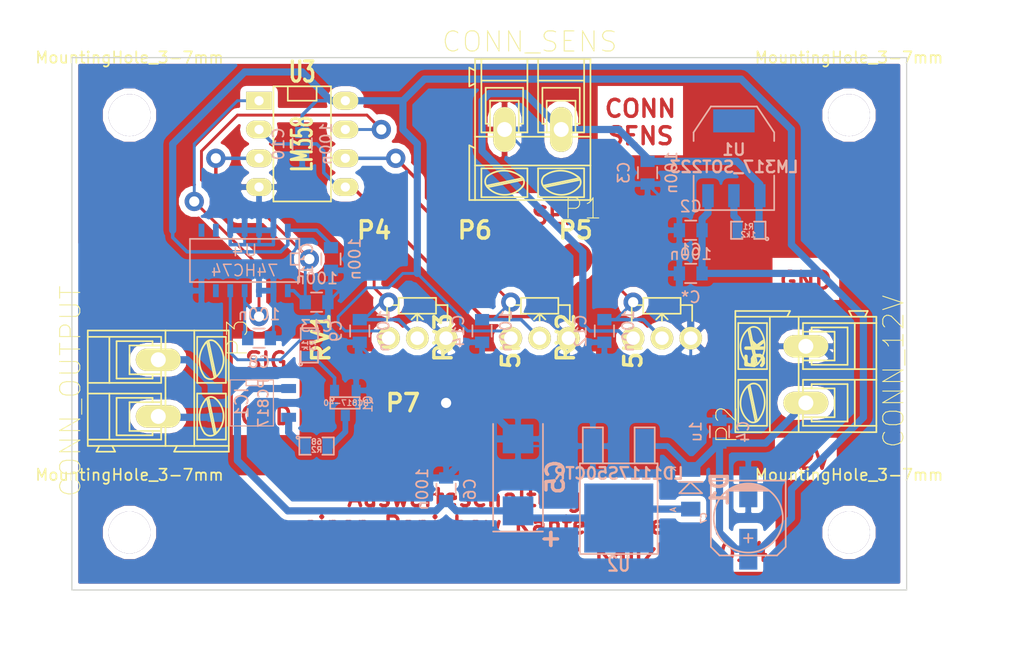
<source format=kicad_pcb>
(kicad_pcb (version 4) (host pcbnew "(2014-11-30 BZR 5308)-product")

  (general
    (links 71)
    (no_connects 0)
    (area 10.496549 20.32 108.33 81.440001)
    (thickness 1.6)
    (drawings 23)
    (tracks 304)
    (zones 0)
    (modules 38)
    (nets 17)
  )

  (page A4)
  (title_block
    (title "Auswertung Kantentaster")
    (date "Mi 10 Dez 2014")
    (rev 02)
    (company "FAU FabLab")
    (comment 1 "Design by Philipp Hörauf & Patrick Kanzler")
    (comment 3 "eines mech. Renishaw Kantentaster")
    (comment 4 "Schaltung zur robusten Auswertung")
  )

  (layers
    (0 F.Cu signal)
    (31 B.Cu signal)
    (32 B.Adhes user)
    (33 F.Adhes user)
    (34 B.Paste user)
    (35 F.Paste user)
    (36 B.SilkS user)
    (37 F.SilkS user)
    (38 B.Mask user)
    (39 F.Mask user)
    (40 Dwgs.User user)
    (41 Cmts.User user)
    (42 Eco1.User user)
    (43 Eco2.User user)
    (44 Edge.Cuts user)
    (45 Margin user)
    (46 B.CrtYd user)
    (47 F.CrtYd user)
    (48 B.Fab user)
    (49 F.Fab user)
  )

  (setup
    (last_trace_width 0.254)
    (user_trace_width 0.2032)
    (user_trace_width 0.254)
    (user_trace_width 0.3048)
    (user_trace_width 0.4318)
    (user_trace_width 0.508)
    (user_trace_width 0.635)
    (user_trace_width 1.27)
    (user_trace_width 2.54)
    (trace_clearance 0.254)
    (zone_clearance 0.508)
    (zone_45_only no)
    (trace_min 0.2032)
    (segment_width 0.2)
    (edge_width 0.1)
    (via_size 1.7)
    (via_drill 0.9)
    (via_min_size 0.508)
    (via_min_drill 0.508)
    (uvia_size 0.508)
    (uvia_drill 0.127)
    (uvias_allowed no)
    (uvia_min_size 0.508)
    (uvia_min_drill 0.127)
    (pcb_text_width 0.3)
    (pcb_text_size 1.5 1.5)
    (mod_edge_width 0.15)
    (mod_text_size 1 1)
    (mod_text_width 0.15)
    (pad_size 2.99974 2.99974)
    (pad_drill 0)
    (pad_to_mask_clearance 0)
    (aux_axis_origin 0 0)
    (visible_elements FFFFFF7F)
    (pcbplotparams
      (layerselection 0x00030_80000001)
      (usegerberextensions false)
      (excludeedgelayer true)
      (linewidth 0.100000)
      (plotframeref false)
      (viasonmask false)
      (mode 1)
      (useauxorigin false)
      (hpglpennumber 1)
      (hpglpenspeed 20)
      (hpglpendiameter 15)
      (hpglpenoverlay 2)
      (psnegative false)
      (psa4output false)
      (plotreference true)
      (plotvalue true)
      (plotinvisibletext false)
      (padsonsilk false)
      (subtractmaskfromsilk false)
      (outputformat 1)
      (mirror false)
      (drillshape 1)
      (scaleselection 1)
      (outputdirectory ""))
  )

  (net 0 "")
  (net 1 +12V)
  (net 2 GND)
  (net 3 /SENS)
  (net 4 +5V)
  (net 5 "Net-(C8-Pad1)")
  (net 6 "Net-(C9-Pad1)")
  (net 7 "Net-(C12-Pad1)")
  (net 8 "Net-(C13-Pad1)")
  (net 9 "Net-(C14-Pad1)")
  (net 10 "Net-(IC1-Pad2)")
  (net 11 /OUT_GND)
  (net 12 /OUT_SIG)
  (net 13 "Net-(Q1-Pad3)")
  (net 14 "Net-(Q1-Pad1)")
  (net 15 "Net-(R1-Pad2)")
  (net 16 /SIG)

  (net_class Default "Dies ist die voreingestellte Netzklasse."
    (clearance 0.254)
    (trace_width 0.254)
    (via_dia 1.7)
    (via_drill 0.9)
    (uvia_dia 0.508)
    (uvia_drill 0.127)
    (add_net +12V)
    (add_net +5V)
    (add_net /OUT_GND)
    (add_net /OUT_SIG)
    (add_net /SENS)
    (add_net /SIG)
    (add_net GND)
    (add_net "Net-(C12-Pad1)")
    (add_net "Net-(C13-Pad1)")
    (add_net "Net-(C14-Pad1)")
    (add_net "Net-(C8-Pad1)")
    (add_net "Net-(C9-Pad1)")
    (add_net "Net-(IC1-Pad2)")
    (add_net "Net-(Q1-Pad1)")
    (add_net "Net-(Q1-Pad3)")
    (add_net "Net-(R1-Pad2)")
  )

  (module Capacitors_SMD:C_0805 placed (layer B.Cu) (tedit 5415D6EA) (tstamp 5481E1FB)
    (at 74.93 44.45 180)
    (descr "Capacitor SMD 0805, reflow soldering, AVX (see smccp.pdf)")
    (tags "capacitor 0805")
    (path /547E5C14)
    (attr smd)
    (fp_text reference C1 (at 0 2.1 180) (layer B.SilkS)
      (effects (font (size 1 1) (thickness 0.15)) (justify mirror))
    )
    (fp_text value C* (at 0 -2.1 180) (layer B.SilkS)
      (effects (font (size 1 1) (thickness 0.15)) (justify mirror))
    )
    (fp_line (start -1.8 1) (end 1.8 1) (layer B.CrtYd) (width 0.05))
    (fp_line (start -1.8 -1) (end 1.8 -1) (layer B.CrtYd) (width 0.05))
    (fp_line (start -1.8 1) (end -1.8 -1) (layer B.CrtYd) (width 0.05))
    (fp_line (start 1.8 1) (end 1.8 -1) (layer B.CrtYd) (width 0.05))
    (fp_line (start 0.5 0.85) (end -0.5 0.85) (layer B.SilkS) (width 0.15))
    (fp_line (start -0.5 -0.85) (end 0.5 -0.85) (layer B.SilkS) (width 0.15))
    (pad 1 smd rect (at -1 0 180) (size 1 1.25) (layers B.Cu B.Paste B.Mask)
      (net 1 +12V))
    (pad 2 smd rect (at 1 0 180) (size 1 1.25) (layers B.Cu B.Paste B.Mask)
      (net 2 GND))
    (model Capacitors_SMD/C_0805N.wrl
      (at (xyz 0 0 0))
      (scale (xyz 1 1 1))
      (rotate (xyz 0 0 0))
    )
  )

  (module Capacitors_SMD:C_0805 placed (layer B.Cu) (tedit 5415D6EA) (tstamp 5481E201)
    (at 74.93 40.64 180)
    (descr "Capacitor SMD 0805, reflow soldering, AVX (see smccp.pdf)")
    (tags "capacitor 0805")
    (path /547E5BD5)
    (attr smd)
    (fp_text reference C2 (at 0 2.1 180) (layer B.SilkS)
      (effects (font (size 1 1) (thickness 0.15)) (justify mirror))
    )
    (fp_text value 100n (at 0 -2.1 180) (layer B.SilkS)
      (effects (font (size 1 1) (thickness 0.15)) (justify mirror))
    )
    (fp_line (start -1.8 1) (end 1.8 1) (layer B.CrtYd) (width 0.05))
    (fp_line (start -1.8 -1) (end 1.8 -1) (layer B.CrtYd) (width 0.05))
    (fp_line (start -1.8 1) (end -1.8 -1) (layer B.CrtYd) (width 0.05))
    (fp_line (start 1.8 1) (end 1.8 -1) (layer B.CrtYd) (width 0.05))
    (fp_line (start 0.5 0.85) (end -0.5 0.85) (layer B.SilkS) (width 0.15))
    (fp_line (start -0.5 -0.85) (end 0.5 -0.85) (layer B.SilkS) (width 0.15))
    (pad 1 smd rect (at -1 0 180) (size 1 1.25) (layers B.Cu B.Paste B.Mask)
      (net 1 +12V))
    (pad 2 smd rect (at 1 0 180) (size 1 1.25) (layers B.Cu B.Paste B.Mask)
      (net 2 GND))
    (model Capacitors_SMD/C_0805N.wrl
      (at (xyz 0 0 0))
      (scale (xyz 1 1 1))
      (rotate (xyz 0 0 0))
    )
  )

  (module Capacitors_SMD:C_0805 placed (layer B.Cu) (tedit 5415D6EA) (tstamp 5481E207)
    (at 71.12 35.56 270)
    (descr "Capacitor SMD 0805, reflow soldering, AVX (see smccp.pdf)")
    (tags "capacitor 0805")
    (path /547E5F27)
    (attr smd)
    (fp_text reference C3 (at 0 2.1 270) (layer B.SilkS)
      (effects (font (size 1 1) (thickness 0.15)) (justify mirror))
    )
    (fp_text value 100n (at 0 -2.1 270) (layer B.SilkS)
      (effects (font (size 1 1) (thickness 0.15)) (justify mirror))
    )
    (fp_line (start -1.8 1) (end 1.8 1) (layer B.CrtYd) (width 0.05))
    (fp_line (start -1.8 -1) (end 1.8 -1) (layer B.CrtYd) (width 0.05))
    (fp_line (start -1.8 1) (end -1.8 -1) (layer B.CrtYd) (width 0.05))
    (fp_line (start 1.8 1) (end 1.8 -1) (layer B.CrtYd) (width 0.05))
    (fp_line (start 0.5 0.85) (end -0.5 0.85) (layer B.SilkS) (width 0.15))
    (fp_line (start -0.5 -0.85) (end 0.5 -0.85) (layer B.SilkS) (width 0.15))
    (pad 1 smd rect (at -1 0 270) (size 1 1.25) (layers B.Cu B.Paste B.Mask)
      (net 3 /SENS))
    (pad 2 smd rect (at 1 0 270) (size 1 1.25) (layers B.Cu B.Paste B.Mask)
      (net 2 GND))
    (model Capacitors_SMD/C_0805N.wrl
      (at (xyz 0 0 0))
      (scale (xyz 1 1 1))
      (rotate (xyz 0 0 0))
    )
  )

  (module Capacitors_SMD:C_0805 placed (layer B.Cu) (tedit 5415D6EA) (tstamp 5481E20D)
    (at 77.47 58.42 90)
    (descr "Capacitor SMD 0805, reflow soldering, AVX (see smccp.pdf)")
    (tags "capacitor 0805")
    (path /547FBCC2)
    (attr smd)
    (fp_text reference C4 (at 0 2.1 90) (layer B.SilkS)
      (effects (font (size 1 1) (thickness 0.15)) (justify mirror))
    )
    (fp_text value 1u (at 0 -2.1 90) (layer B.SilkS)
      (effects (font (size 1 1) (thickness 0.15)) (justify mirror))
    )
    (fp_line (start -1.8 1) (end 1.8 1) (layer B.CrtYd) (width 0.05))
    (fp_line (start -1.8 -1) (end 1.8 -1) (layer B.CrtYd) (width 0.05))
    (fp_line (start -1.8 1) (end -1.8 -1) (layer B.CrtYd) (width 0.05))
    (fp_line (start 1.8 1) (end 1.8 -1) (layer B.CrtYd) (width 0.05))
    (fp_line (start 0.5 0.85) (end -0.5 0.85) (layer B.SilkS) (width 0.15))
    (fp_line (start -0.5 -0.85) (end 0.5 -0.85) (layer B.SilkS) (width 0.15))
    (pad 1 smd rect (at -1 0 90) (size 1 1.25) (layers B.Cu B.Paste B.Mask)
      (net 1 +12V))
    (pad 2 smd rect (at 1 0 90) (size 1 1.25) (layers B.Cu B.Paste B.Mask)
      (net 2 GND))
    (model Capacitors_SMD/C_0805N.wrl
      (at (xyz 0 0 0))
      (scale (xyz 1 1 1))
      (rotate (xyz 0 0 0))
    )
  )

  (module Capacitors_Tantalum_SMD:TantalC_SizeD_EIA-7343_Reflow placed (layer B.Cu) (tedit 5481E193) (tstamp 5481E213)
    (at 59.69 62.23 90)
    (descr "Tantal Cap. , Size D, EIA-7343, Reflow,")
    (tags "Tantal Cap. , Size D, EIA-7343, Reflow,")
    (path /547E4F1B)
    (attr smd)
    (fp_text reference C5 (at -0.20066 3.29946 90) (layer B.SilkS)
      (effects (font (thickness 0.3048)) (justify mirror))
    )
    (fp_text value "tant. 47u/10V" (at -0.09906 -3.59918 90) (layer B.SilkS) hide
      (effects (font (thickness 0.3048)) (justify mirror))
    )
    (fp_line (start -5.00126 2.19964) (end -5.00126 -2.19964) (layer B.SilkS) (width 0.15))
    (fp_line (start -4.50088 -2.19964) (end 4.50088 -2.19964) (layer B.SilkS) (width 0.15))
    (fp_line (start 4.50088 2.19964) (end -4.50088 2.19964) (layer B.SilkS) (width 0.15))
    (fp_text user + (at -5.6515 2.79908 90) (layer B.SilkS)
      (effects (font (thickness 0.3048)) (justify mirror))
    )
    (fp_line (start -5.65404 3.302) (end -5.65404 2.20218) (layer B.SilkS) (width 0.15))
    (fp_line (start -6.25348 2.80162) (end -5.0546 2.80162) (layer B.SilkS) (width 0.15))
    (pad 2 smd rect (at 3.175 0 90) (size 2.55016 2.70002) (layers B.Cu B.Paste B.Mask)
      (net 2 GND))
    (pad 1 smd rect (at -3.175 0 90) (size 2.55016 2.70002) (layers B.Cu B.Paste B.Mask)
      (net 4 +5V))
    (model Capacitors_SMD/c_tant_D.wrl
      (at (xyz 0 0 0))
      (scale (xyz 1 1 1))
      (rotate (xyz 0 0 180))
    )
  )

  (module Capacitors_SMD:C_0805 placed (layer B.Cu) (tedit 5415D6EA) (tstamp 5481E219)
    (at 53.34 63.5 90)
    (descr "Capacitor SMD 0805, reflow soldering, AVX (see smccp.pdf)")
    (tags "capacitor 0805")
    (path /547E4F42)
    (attr smd)
    (fp_text reference C6 (at 0 2.1 90) (layer B.SilkS)
      (effects (font (size 1 1) (thickness 0.15)) (justify mirror))
    )
    (fp_text value 100n (at 0 -2.1 90) (layer B.SilkS)
      (effects (font (size 1 1) (thickness 0.15)) (justify mirror))
    )
    (fp_line (start -1.8 1) (end 1.8 1) (layer B.CrtYd) (width 0.05))
    (fp_line (start -1.8 -1) (end 1.8 -1) (layer B.CrtYd) (width 0.05))
    (fp_line (start -1.8 1) (end -1.8 -1) (layer B.CrtYd) (width 0.05))
    (fp_line (start 1.8 1) (end 1.8 -1) (layer B.CrtYd) (width 0.05))
    (fp_line (start 0.5 0.85) (end -0.5 0.85) (layer B.SilkS) (width 0.15))
    (fp_line (start -0.5 -0.85) (end 0.5 -0.85) (layer B.SilkS) (width 0.15))
    (pad 1 smd rect (at -1 0 90) (size 1 1.25) (layers B.Cu B.Paste B.Mask)
      (net 4 +5V))
    (pad 2 smd rect (at 1 0 90) (size 1 1.25) (layers B.Cu B.Paste B.Mask)
      (net 2 GND))
    (model Capacitors_SMD/C_0805N.wrl
      (at (xyz 0 0 0))
      (scale (xyz 1 1 1))
      (rotate (xyz 0 0 0))
    )
  )

  (module Capacitors_SMD:c_elec_6.3x7.7 placed (layer B.Cu) (tedit 5481E193) (tstamp 54878D6A)
    (at 80.01 66.04 270)
    (descr "SMT capacitor, aluminium electrolytic, 6.3x7.7")
    (path /547E58D2)
    (fp_text reference C7 (at 0 3.937 270) (layer B.SilkS)
      (effects (font (size 0.50038 0.50038) (thickness 0.11938)) (justify mirror))
    )
    (fp_text value 47u/16 (at 0 -3.81 270) (layer B.SilkS) hide
      (effects (font (size 0.50038 0.50038) (thickness 0.11938)) (justify mirror))
    )
    (fp_line (start -2.921 0.762) (end -2.921 -0.762) (layer B.SilkS) (width 0.15))
    (fp_line (start -2.794 -1.143) (end -2.794 1.143) (layer B.SilkS) (width 0.15))
    (fp_line (start -2.667 1.397) (end -2.667 -1.397) (layer B.SilkS) (width 0.15))
    (fp_line (start -2.54 -1.651) (end -2.54 1.651) (layer B.SilkS) (width 0.15))
    (fp_line (start -2.413 1.778) (end -2.413 -1.778) (layer B.SilkS) (width 0.15))
    (fp_circle (center 0 0) (end -3.048 0) (layer B.SilkS) (width 0.15))
    (fp_line (start -3.302 3.302) (end -3.302 -3.302) (layer B.SilkS) (width 0.15))
    (fp_line (start -3.302 -3.302) (end 2.54 -3.302) (layer B.SilkS) (width 0.15))
    (fp_line (start 2.54 -3.302) (end 3.302 -2.54) (layer B.SilkS) (width 0.15))
    (fp_line (start 3.302 -2.54) (end 3.302 2.54) (layer B.SilkS) (width 0.15))
    (fp_line (start 3.302 2.54) (end 2.54 3.302) (layer B.SilkS) (width 0.15))
    (fp_line (start 2.54 3.302) (end -3.302 3.302) (layer B.SilkS) (width 0.15))
    (fp_line (start 2.159 0) (end 1.397 0) (layer B.SilkS) (width 0.15))
    (fp_line (start 1.778 0.381) (end 1.778 -0.381) (layer B.SilkS) (width 0.15))
    (pad 1 smd rect (at 2.75082 0 270) (size 3.59918 1.6002) (layers B.Cu B.Paste B.Mask)
      (net 1 +12V))
    (pad 2 smd rect (at -2.75082 0 270) (size 3.59918 1.6002) (layers B.Cu B.Paste B.Mask)
      (net 2 GND))
    (model Capacitors_SMD/c_elec_6_3x7_7.wrl
      (at (xyz 0 0 0))
      (scale (xyz 1 1 1))
      (rotate (xyz 0 0 0))
    )
  )

  (module Capacitors_SMD:C_0805 placed (layer B.Cu) (tedit 5415D6EA) (tstamp 5481E225)
    (at 36.83 50.165)
    (descr "Capacitor SMD 0805, reflow soldering, AVX (see smccp.pdf)")
    (tags "capacitor 0805")
    (path /547FD87D)
    (attr smd)
    (fp_text reference C8 (at 0 2.1) (layer B.SilkS)
      (effects (font (size 1 1) (thickness 0.15)) (justify mirror))
    )
    (fp_text value 100n (at 0 -2.1) (layer B.SilkS)
      (effects (font (size 1 1) (thickness 0.15)) (justify mirror))
    )
    (fp_line (start -1.8 1) (end 1.8 1) (layer B.CrtYd) (width 0.05))
    (fp_line (start -1.8 -1) (end 1.8 -1) (layer B.CrtYd) (width 0.05))
    (fp_line (start -1.8 1) (end -1.8 -1) (layer B.CrtYd) (width 0.05))
    (fp_line (start 1.8 1) (end 1.8 -1) (layer B.CrtYd) (width 0.05))
    (fp_line (start 0.5 0.85) (end -0.5 0.85) (layer B.SilkS) (width 0.15))
    (fp_line (start -0.5 -0.85) (end 0.5 -0.85) (layer B.SilkS) (width 0.15))
    (pad 1 smd rect (at -1 0) (size 1 1.25) (layers B.Cu B.Paste B.Mask)
      (net 5 "Net-(C8-Pad1)"))
    (pad 2 smd rect (at 1 0) (size 1 1.25) (layers B.Cu B.Paste B.Mask)
      (net 2 GND))
    (model Capacitors_SMD/C_0805N.wrl
      (at (xyz 0 0 0))
      (scale (xyz 1 1 1))
      (rotate (xyz 0 0 0))
    )
  )

  (module Capacitors_SMD:C_0805 placed (layer B.Cu) (tedit 5415D6EA) (tstamp 5481E22B)
    (at 45.72 49.53 270)
    (descr "Capacitor SMD 0805, reflow soldering, AVX (see smccp.pdf)")
    (tags "capacitor 0805")
    (path /547EA0AA)
    (attr smd)
    (fp_text reference C9 (at 0 2.1 270) (layer B.SilkS)
      (effects (font (size 1 1) (thickness 0.15)) (justify mirror))
    )
    (fp_text value 100n (at 0 -2.1 270) (layer B.SilkS)
      (effects (font (size 1 1) (thickness 0.15)) (justify mirror))
    )
    (fp_line (start -1.8 1) (end 1.8 1) (layer B.CrtYd) (width 0.05))
    (fp_line (start -1.8 -1) (end 1.8 -1) (layer B.CrtYd) (width 0.05))
    (fp_line (start -1.8 1) (end -1.8 -1) (layer B.CrtYd) (width 0.05))
    (fp_line (start 1.8 1) (end 1.8 -1) (layer B.CrtYd) (width 0.05))
    (fp_line (start 0.5 0.85) (end -0.5 0.85) (layer B.SilkS) (width 0.15))
    (fp_line (start -0.5 -0.85) (end 0.5 -0.85) (layer B.SilkS) (width 0.15))
    (pad 1 smd rect (at -1 0 270) (size 1 1.25) (layers B.Cu B.Paste B.Mask)
      (net 6 "Net-(C9-Pad1)"))
    (pad 2 smd rect (at 1 0 270) (size 1 1.25) (layers B.Cu B.Paste B.Mask)
      (net 2 GND))
    (model Capacitors_SMD/C_0805N.wrl
      (at (xyz 0 0 0))
      (scale (xyz 1 1 1))
      (rotate (xyz 0 0 0))
    )
  )

  (module Capacitors_SMD:C_0805 placed (layer B.Cu) (tedit 5415D6EA) (tstamp 5481E231)
    (at 40.64 33.02 270)
    (descr "Capacitor SMD 0805, reflow soldering, AVX (see smccp.pdf)")
    (tags "capacitor 0805")
    (path /547FC530)
    (attr smd)
    (fp_text reference C10 (at 0 2.1 270) (layer B.SilkS)
      (effects (font (size 1 1) (thickness 0.15)) (justify mirror))
    )
    (fp_text value 100n (at 0 -2.1 270) (layer B.SilkS)
      (effects (font (size 1 1) (thickness 0.15)) (justify mirror))
    )
    (fp_line (start -1.8 1) (end 1.8 1) (layer B.CrtYd) (width 0.05))
    (fp_line (start -1.8 -1) (end 1.8 -1) (layer B.CrtYd) (width 0.05))
    (fp_line (start -1.8 1) (end -1.8 -1) (layer B.CrtYd) (width 0.05))
    (fp_line (start 1.8 1) (end 1.8 -1) (layer B.CrtYd) (width 0.05))
    (fp_line (start 0.5 0.85) (end -0.5 0.85) (layer B.SilkS) (width 0.15))
    (fp_line (start -0.5 -0.85) (end 0.5 -0.85) (layer B.SilkS) (width 0.15))
    (pad 1 smd rect (at -1 0 270) (size 1 1.25) (layers B.Cu B.Paste B.Mask)
      (net 1 +12V))
    (pad 2 smd rect (at 1 0 270) (size 1 1.25) (layers B.Cu B.Paste B.Mask)
      (net 2 GND))
    (model Capacitors_SMD/C_0805N.wrl
      (at (xyz 0 0 0))
      (scale (xyz 1 1 1))
      (rotate (xyz 0 0 0))
    )
  )

  (module Capacitors_SMD:C_0805 placed (layer B.Cu) (tedit 5415D6EA) (tstamp 5481E237)
    (at 43.18 43.18 270)
    (descr "Capacitor SMD 0805, reflow soldering, AVX (see smccp.pdf)")
    (tags "capacitor 0805")
    (path /547FC8CA)
    (attr smd)
    (fp_text reference C11 (at 0 2.1 270) (layer B.SilkS)
      (effects (font (size 1 1) (thickness 0.15)) (justify mirror))
    )
    (fp_text value 100n (at 0 -2.1 270) (layer B.SilkS)
      (effects (font (size 1 1) (thickness 0.15)) (justify mirror))
    )
    (fp_line (start -1.8 1) (end 1.8 1) (layer B.CrtYd) (width 0.05))
    (fp_line (start -1.8 -1) (end 1.8 -1) (layer B.CrtYd) (width 0.05))
    (fp_line (start -1.8 1) (end -1.8 -1) (layer B.CrtYd) (width 0.05))
    (fp_line (start 1.8 1) (end 1.8 -1) (layer B.CrtYd) (width 0.05))
    (fp_line (start 0.5 0.85) (end -0.5 0.85) (layer B.SilkS) (width 0.15))
    (fp_line (start -0.5 -0.85) (end 0.5 -0.85) (layer B.SilkS) (width 0.15))
    (pad 1 smd rect (at -1 0 270) (size 1 1.25) (layers B.Cu B.Paste B.Mask)
      (net 1 +12V))
    (pad 2 smd rect (at 1 0 270) (size 1 1.25) (layers B.Cu B.Paste B.Mask)
      (net 2 GND))
    (model Capacitors_SMD/C_0805N.wrl
      (at (xyz 0 0 0))
      (scale (xyz 1 1 1))
      (rotate (xyz 0 0 0))
    )
  )

  (module Capacitors_SMD:C_0805 placed (layer B.Cu) (tedit 5415D6EA) (tstamp 5487290D)
    (at 67.31 49.53 270)
    (descr "Capacitor SMD 0805, reflow soldering, AVX (see smccp.pdf)")
    (tags "capacitor 0805")
    (path /547E9B6A)
    (attr smd)
    (fp_text reference C12 (at 0 2.1 270) (layer B.SilkS)
      (effects (font (size 1 1) (thickness 0.15)) (justify mirror))
    )
    (fp_text value 100n (at 0 -2.1 270) (layer B.SilkS)
      (effects (font (size 1 1) (thickness 0.15)) (justify mirror))
    )
    (fp_line (start -1.8 1) (end 1.8 1) (layer B.CrtYd) (width 0.05))
    (fp_line (start -1.8 -1) (end 1.8 -1) (layer B.CrtYd) (width 0.05))
    (fp_line (start -1.8 1) (end -1.8 -1) (layer B.CrtYd) (width 0.05))
    (fp_line (start 1.8 1) (end 1.8 -1) (layer B.CrtYd) (width 0.05))
    (fp_line (start 0.5 0.85) (end -0.5 0.85) (layer B.SilkS) (width 0.15))
    (fp_line (start -0.5 -0.85) (end 0.5 -0.85) (layer B.SilkS) (width 0.15))
    (pad 1 smd rect (at -1 0 270) (size 1 1.25) (layers B.Cu B.Paste B.Mask)
      (net 7 "Net-(C12-Pad1)"))
    (pad 2 smd rect (at 1 0 270) (size 1 1.25) (layers B.Cu B.Paste B.Mask)
      (net 2 GND))
    (model Capacitors_SMD/C_0805N.wrl
      (at (xyz 0 0 0))
      (scale (xyz 1 1 1))
      (rotate (xyz 0 0 0))
    )
  )

  (module Capacitors_SMD:C_0805 placed (layer B.Cu) (tedit 5415D6EA) (tstamp 5481E243)
    (at 41.91 46.99)
    (descr "Capacitor SMD 0805, reflow soldering, AVX (see smccp.pdf)")
    (tags "capacitor 0805")
    (path /547FD7DA)
    (attr smd)
    (fp_text reference C13 (at 0 2.1) (layer B.SilkS)
      (effects (font (size 1 1) (thickness 0.15)) (justify mirror))
    )
    (fp_text value 100n (at 0 -2.1) (layer B.SilkS)
      (effects (font (size 1 1) (thickness 0.15)) (justify mirror))
    )
    (fp_line (start -1.8 1) (end 1.8 1) (layer B.CrtYd) (width 0.05))
    (fp_line (start -1.8 -1) (end 1.8 -1) (layer B.CrtYd) (width 0.05))
    (fp_line (start -1.8 1) (end -1.8 -1) (layer B.CrtYd) (width 0.05))
    (fp_line (start 1.8 1) (end 1.8 -1) (layer B.CrtYd) (width 0.05))
    (fp_line (start 0.5 0.85) (end -0.5 0.85) (layer B.SilkS) (width 0.15))
    (fp_line (start -0.5 -0.85) (end 0.5 -0.85) (layer B.SilkS) (width 0.15))
    (pad 1 smd rect (at -1 0) (size 1 1.25) (layers B.Cu B.Paste B.Mask)
      (net 8 "Net-(C13-Pad1)"))
    (pad 2 smd rect (at 1 0) (size 1 1.25) (layers B.Cu B.Paste B.Mask)
      (net 2 GND))
    (model Capacitors_SMD/C_0805N.wrl
      (at (xyz 0 0 0))
      (scale (xyz 1 1 1))
      (rotate (xyz 0 0 0))
    )
  )

  (module Capacitors_SMD:C_0805 placed (layer B.Cu) (tedit 5415D6EA) (tstamp 5481E249)
    (at 56.515 49.53 270)
    (descr "Capacitor SMD 0805, reflow soldering, AVX (see smccp.pdf)")
    (tags "capacitor 0805")
    (path /547EA541)
    (attr smd)
    (fp_text reference C14 (at 0 2.1 270) (layer B.SilkS)
      (effects (font (size 1 1) (thickness 0.15)) (justify mirror))
    )
    (fp_text value 100n (at 0 -2.1 270) (layer B.SilkS)
      (effects (font (size 1 1) (thickness 0.15)) (justify mirror))
    )
    (fp_line (start -1.8 1) (end 1.8 1) (layer B.CrtYd) (width 0.05))
    (fp_line (start -1.8 -1) (end 1.8 -1) (layer B.CrtYd) (width 0.05))
    (fp_line (start -1.8 1) (end -1.8 -1) (layer B.CrtYd) (width 0.05))
    (fp_line (start 1.8 1) (end 1.8 -1) (layer B.CrtYd) (width 0.05))
    (fp_line (start 0.5 0.85) (end -0.5 0.85) (layer B.SilkS) (width 0.15))
    (fp_line (start -0.5 -0.85) (end 0.5 -0.85) (layer B.SilkS) (width 0.15))
    (pad 1 smd rect (at -1 0 270) (size 1 1.25) (layers B.Cu B.Paste B.Mask)
      (net 9 "Net-(C14-Pad1)"))
    (pad 2 smd rect (at 1 0 270) (size 1 1.25) (layers B.Cu B.Paste B.Mask)
      (net 2 GND))
    (model Capacitors_SMD/C_0805N.wrl
      (at (xyz 0 0 0))
      (scale (xyz 1 1 1))
      (rotate (xyz 0 0 0))
    )
  )

  (module Diodes_SMD:Diode-MiniMELF_Standard placed (layer B.Cu) (tedit 5481E193) (tstamp 5481E24F)
    (at 74.93 63.5 90)
    (descr "Diode Mini-MELF Standard")
    (tags "Diode Mini-MELF Standard")
    (path /547E4E01)
    (attr smd)
    (fp_text reference D1 (at 0 2.54 90) (layer B.SilkS)
      (effects (font (thickness 0.3048)) (justify mirror))
    )
    (fp_text value 1N4148 (at 0 -3.81 90) (layer B.SilkS) hide
      (effects (font (thickness 0.3048)) (justify mirror))
    )
    (fp_line (start 0.65024 -0.0508) (end -0.35052 1.00076) (layer B.SilkS) (width 0.15))
    (fp_line (start -0.35052 1.00076) (end -0.35052 -1.00076) (layer B.SilkS) (width 0.15))
    (fp_line (start -0.35052 -1.00076) (end 0.65024 0) (layer B.SilkS) (width 0.15))
    (fp_line (start 0.65024 1.04902) (end 0.65024 -1.04902) (layer B.SilkS) (width 0.15))
    (fp_text user A (at -1.80086 -1.5494 90) (layer B.SilkS)
      (effects (font (size 0.50038 0.50038) (thickness 0.09906)) (justify mirror))
    )
    (fp_text user K (at 1.80086 -1.5494 90) (layer B.SilkS)
      (effects (font (size 0.50038 0.50038) (thickness 0.09906)) (justify mirror))
    )
    (fp_circle (center 0 0) (end 0 -0.55118) (layer B.Adhes) (width 0.381))
    (fp_circle (center 0 0) (end 0 -0.20066) (layer B.Adhes) (width 0.381))
    (pad 1 smd rect (at -1.75006 0 90) (size 1.30048 1.69926) (layers B.Cu B.Paste B.Mask)
      (net 4 +5V))
    (pad 2 smd rect (at 1.75006 0 90) (size 1.30048 1.69926) (layers B.Cu B.Paste B.Mask)
      (net 1 +12V))
    (model Diodes_SMD/Diode-MiniMELF.wrl
      (at (xyz 0 0 0))
      (scale (xyz 0.3937 0.3937 0.3937))
      (rotate (xyz 0 0 0))
    )
  )

  (module Connect:AK300-2 (layer F.Cu) (tedit 54792136) (tstamp 5481E25F)
    (at 63.5 31.75 180)
    (descr CONNECTOR)
    (tags CONNECTOR)
    (path /547DB6AC)
    (attr virtual)
    (fp_text reference P1 (at -1.92 -6.985 180) (layer F.SilkS)
      (effects (font (size 1.778 1.778) (thickness 0.0889)))
    )
    (fp_text value CONN_SENS (at 2.779 7.747 180) (layer F.SilkS)
      (effects (font (size 1.778 1.778) (thickness 0.0889)))
    )
    (fp_line (start 8.363 -6.473) (end -2.83 -6.473) (layer F.CrtYd) (width 0.15))
    (fp_line (start 8.363 6.473) (end 8.363 -6.473) (layer F.CrtYd) (width 0.15))
    (fp_line (start -2.83 6.473) (end 8.363 6.473) (layer F.CrtYd) (width 0.15))
    (fp_line (start -2.83 -6.473) (end -2.83 6.473) (layer F.CrtYd) (width 0.15))
    (fp_line (start -1.2596 2.54) (end 1.2804 2.54) (layer F.SilkS) (width 0.15))
    (fp_line (start 1.2804 2.54) (end 1.2804 -0.254) (layer F.SilkS) (width 0.15))
    (fp_line (start -1.2596 -0.254) (end 1.2804 -0.254) (layer F.SilkS) (width 0.15))
    (fp_line (start -1.2596 2.54) (end -1.2596 -0.254) (layer F.SilkS) (width 0.15))
    (fp_line (start 3.7442 2.54) (end 6.2842 2.54) (layer F.SilkS) (width 0.15))
    (fp_line (start 6.2842 2.54) (end 6.2842 -0.254) (layer F.SilkS) (width 0.15))
    (fp_line (start 3.7442 -0.254) (end 6.2842 -0.254) (layer F.SilkS) (width 0.15))
    (fp_line (start 3.7442 2.54) (end 3.7442 -0.254) (layer F.SilkS) (width 0.15))
    (fp_line (start 7.605 -6.223) (end 7.605 -3.175) (layer F.SilkS) (width 0.15))
    (fp_line (start 7.605 -6.223) (end -2.58 -6.223) (layer F.SilkS) (width 0.15))
    (fp_line (start 7.605 -6.223) (end 8.113 -6.223) (layer F.SilkS) (width 0.15))
    (fp_line (start 8.113 -6.223) (end 8.113 -1.397) (layer F.SilkS) (width 0.15))
    (fp_line (start 8.113 -1.397) (end 7.605 -1.651) (layer F.SilkS) (width 0.15))
    (fp_line (start 8.113 5.461) (end 7.605 5.207) (layer F.SilkS) (width 0.15))
    (fp_line (start 7.605 5.207) (end 7.605 6.223) (layer F.SilkS) (width 0.15))
    (fp_line (start 8.113 3.81) (end 7.605 4.064) (layer F.SilkS) (width 0.15))
    (fp_line (start 7.605 4.064) (end 7.605 5.207) (layer F.SilkS) (width 0.15))
    (fp_line (start 8.113 3.81) (end 8.113 5.461) (layer F.SilkS) (width 0.15))
    (fp_line (start 2.9822 6.223) (end 2.9822 4.318) (layer F.SilkS) (width 0.15))
    (fp_line (start 7.0462 -0.254) (end 7.0462 4.318) (layer F.SilkS) (width 0.15))
    (fp_line (start 2.9822 6.223) (end 7.0462 6.223) (layer F.SilkS) (width 0.15))
    (fp_line (start 7.0462 6.223) (end 7.605 6.223) (layer F.SilkS) (width 0.15))
    (fp_line (start 2.0424 6.223) (end 2.0424 4.318) (layer F.SilkS) (width 0.15))
    (fp_line (start 2.0424 6.223) (end 2.9822 6.223) (layer F.SilkS) (width 0.15))
    (fp_line (start -2.0216 -0.254) (end -2.0216 4.318) (layer F.SilkS) (width 0.15))
    (fp_line (start -2.58 6.223) (end -2.0216 6.223) (layer F.SilkS) (width 0.15))
    (fp_line (start -2.0216 6.223) (end 2.0424 6.223) (layer F.SilkS) (width 0.15))
    (fp_line (start 2.9822 4.318) (end 7.0462 4.318) (layer F.SilkS) (width 0.15))
    (fp_line (start 2.9822 4.318) (end 2.9822 -0.254) (layer F.SilkS) (width 0.15))
    (fp_line (start 7.0462 4.318) (end 7.0462 6.223) (layer F.SilkS) (width 0.15))
    (fp_line (start 2.0424 4.318) (end -2.0216 4.318) (layer F.SilkS) (width 0.15))
    (fp_line (start 2.0424 4.318) (end 2.0424 -0.254) (layer F.SilkS) (width 0.15))
    (fp_line (start -2.0216 4.318) (end -2.0216 6.223) (layer F.SilkS) (width 0.15))
    (fp_line (start 6.6652 3.683) (end 6.6652 0.508) (layer F.SilkS) (width 0.15))
    (fp_line (start 6.6652 3.683) (end 3.3632 3.683) (layer F.SilkS) (width 0.15))
    (fp_line (start 3.3632 3.683) (end 3.3632 0.508) (layer F.SilkS) (width 0.15))
    (fp_line (start 1.6614 3.683) (end 1.6614 0.508) (layer F.SilkS) (width 0.15))
    (fp_line (start 1.6614 3.683) (end -1.6406 3.683) (layer F.SilkS) (width 0.15))
    (fp_line (start -1.6406 3.683) (end -1.6406 0.508) (layer F.SilkS) (width 0.15))
    (fp_line (start -1.6406 0.508) (end -1.2596 0.508) (layer F.SilkS) (width 0.15))
    (fp_line (start 1.6614 0.508) (end 1.2804 0.508) (layer F.SilkS) (width 0.15))
    (fp_line (start 3.3632 0.508) (end 3.7442 0.508) (layer F.SilkS) (width 0.15))
    (fp_line (start 6.6652 0.508) (end 6.2842 0.508) (layer F.SilkS) (width 0.15))
    (fp_line (start -2.58 6.223) (end -2.58 -0.635) (layer F.SilkS) (width 0.15))
    (fp_line (start -2.58 -0.635) (end -2.58 -3.175) (layer F.SilkS) (width 0.15))
    (fp_line (start 7.605 -1.651) (end 7.605 -0.635) (layer F.SilkS) (width 0.15))
    (fp_line (start 7.605 -0.635) (end 7.605 4.064) (layer F.SilkS) (width 0.15))
    (fp_line (start -2.58 -3.175) (end 7.605 -3.175) (layer F.SilkS) (width 0.15))
    (fp_line (start -2.58 -3.175) (end -2.58 -6.223) (layer F.SilkS) (width 0.15))
    (fp_line (start 7.605 -3.175) (end 7.605 -1.651) (layer F.SilkS) (width 0.15))
    (fp_line (start 2.9822 -3.429) (end 2.9822 -5.969) (layer F.SilkS) (width 0.15))
    (fp_line (start 2.9822 -5.969) (end 7.0462 -5.969) (layer F.SilkS) (width 0.15))
    (fp_line (start 7.0462 -5.969) (end 7.0462 -3.429) (layer F.SilkS) (width 0.15))
    (fp_line (start 7.0462 -3.429) (end 2.9822 -3.429) (layer F.SilkS) (width 0.15))
    (fp_line (start 2.0424 -3.429) (end 2.0424 -5.969) (layer F.SilkS) (width 0.15))
    (fp_line (start 2.0424 -3.429) (end -2.0216 -3.429) (layer F.SilkS) (width 0.15))
    (fp_line (start -2.0216 -3.429) (end -2.0216 -5.969) (layer F.SilkS) (width 0.15))
    (fp_line (start 2.0424 -5.969) (end -2.0216 -5.969) (layer F.SilkS) (width 0.15))
    (fp_line (start 3.3886 -4.445) (end 6.4366 -5.08) (layer F.SilkS) (width 0.15))
    (fp_line (start 3.5156 -4.318) (end 6.5636 -4.953) (layer F.SilkS) (width 0.15))
    (fp_line (start -1.6152 -4.445) (end 1.43534 -5.08) (layer F.SilkS) (width 0.15))
    (fp_line (start -1.4882 -4.318) (end 1.5598 -4.953) (layer F.SilkS) (width 0.15))
    (fp_line (start -2.0216 -0.254) (end -1.6406 -0.254) (layer F.SilkS) (width 0.15))
    (fp_line (start 2.0424 -0.254) (end 1.6614 -0.254) (layer F.SilkS) (width 0.15))
    (fp_line (start 1.6614 -0.254) (end -1.6406 -0.254) (layer F.SilkS) (width 0.15))
    (fp_line (start -2.58 -0.635) (end -1.6406 -0.635) (layer F.SilkS) (width 0.15))
    (fp_line (start -1.6406 -0.635) (end 1.6614 -0.635) (layer F.SilkS) (width 0.15))
    (fp_line (start 1.6614 -0.635) (end 3.3632 -0.635) (layer F.SilkS) (width 0.15))
    (fp_line (start 7.605 -0.635) (end 6.6652 -0.635) (layer F.SilkS) (width 0.15))
    (fp_line (start 6.6652 -0.635) (end 3.3632 -0.635) (layer F.SilkS) (width 0.15))
    (fp_line (start 7.0462 -0.254) (end 6.6652 -0.254) (layer F.SilkS) (width 0.15))
    (fp_line (start 2.9822 -0.254) (end 3.3632 -0.254) (layer F.SilkS) (width 0.15))
    (fp_line (start 3.3632 -0.254) (end 6.6652 -0.254) (layer F.SilkS) (width 0.15))
    (fp_arc (start 6.0302 -4.59486) (end 6.53566 -5.05206) (angle 90.5) (layer F.SilkS) (width 0.15))
    (fp_arc (start 5.065 -6.0706) (end 6.52804 -4.11734) (angle 75.5) (layer F.SilkS) (width 0.15))
    (fp_arc (start 4.98626 -3.7084) (end 3.3886 -5.0038) (angle 100) (layer F.SilkS) (width 0.15))
    (fp_arc (start 3.8712 -4.64566) (end 3.58164 -4.1275) (angle 104.2) (layer F.SilkS) (width 0.15))
    (fp_arc (start 1.0264 -4.59486) (end 1.5344 -5.05206) (angle 90.5) (layer F.SilkS) (width 0.15))
    (fp_arc (start 0.06374 -6.0706) (end 1.52678 -4.11734) (angle 75.5) (layer F.SilkS) (width 0.15))
    (fp_arc (start -0.01246 -3.7084) (end -1.6152 -5.0038) (angle 100) (layer F.SilkS) (width 0.15))
    (fp_arc (start -1.1326 -4.64566) (end -1.41962 -4.1275) (angle 104.2) (layer F.SilkS) (width 0.15))
    (pad 1 thru_hole oval (at 0 0 180) (size 1.9812 3.9624) (drill 1.3208) (layers *.Cu F.Paste F.SilkS F.Mask)
      (net 3 /SENS))
    (pad 2 thru_hole oval (at 5 0 180) (size 1.9812 3.9624) (drill 1.3208) (layers *.Cu F.Paste F.SilkS F.Mask)
      (net 2 GND))
  )

  (module Connect:AK300-2 (layer F.Cu) (tedit 54792136) (tstamp 5481E265)
    (at 85.09 55.88 90)
    (descr CONNECTOR)
    (tags CONNECTOR)
    (path /547DB738)
    (attr virtual)
    (fp_text reference P2 (at -1.92 -6.985 90) (layer F.SilkS)
      (effects (font (size 1.778 1.778) (thickness 0.0889)))
    )
    (fp_text value CONN_12V (at 2.779 7.747 90) (layer F.SilkS)
      (effects (font (size 1.778 1.778) (thickness 0.0889)))
    )
    (fp_line (start 8.363 -6.473) (end -2.83 -6.473) (layer F.CrtYd) (width 0.15))
    (fp_line (start 8.363 6.473) (end 8.363 -6.473) (layer F.CrtYd) (width 0.15))
    (fp_line (start -2.83 6.473) (end 8.363 6.473) (layer F.CrtYd) (width 0.15))
    (fp_line (start -2.83 -6.473) (end -2.83 6.473) (layer F.CrtYd) (width 0.15))
    (fp_line (start -1.2596 2.54) (end 1.2804 2.54) (layer F.SilkS) (width 0.15))
    (fp_line (start 1.2804 2.54) (end 1.2804 -0.254) (layer F.SilkS) (width 0.15))
    (fp_line (start -1.2596 -0.254) (end 1.2804 -0.254) (layer F.SilkS) (width 0.15))
    (fp_line (start -1.2596 2.54) (end -1.2596 -0.254) (layer F.SilkS) (width 0.15))
    (fp_line (start 3.7442 2.54) (end 6.2842 2.54) (layer F.SilkS) (width 0.15))
    (fp_line (start 6.2842 2.54) (end 6.2842 -0.254) (layer F.SilkS) (width 0.15))
    (fp_line (start 3.7442 -0.254) (end 6.2842 -0.254) (layer F.SilkS) (width 0.15))
    (fp_line (start 3.7442 2.54) (end 3.7442 -0.254) (layer F.SilkS) (width 0.15))
    (fp_line (start 7.605 -6.223) (end 7.605 -3.175) (layer F.SilkS) (width 0.15))
    (fp_line (start 7.605 -6.223) (end -2.58 -6.223) (layer F.SilkS) (width 0.15))
    (fp_line (start 7.605 -6.223) (end 8.113 -6.223) (layer F.SilkS) (width 0.15))
    (fp_line (start 8.113 -6.223) (end 8.113 -1.397) (layer F.SilkS) (width 0.15))
    (fp_line (start 8.113 -1.397) (end 7.605 -1.651) (layer F.SilkS) (width 0.15))
    (fp_line (start 8.113 5.461) (end 7.605 5.207) (layer F.SilkS) (width 0.15))
    (fp_line (start 7.605 5.207) (end 7.605 6.223) (layer F.SilkS) (width 0.15))
    (fp_line (start 8.113 3.81) (end 7.605 4.064) (layer F.SilkS) (width 0.15))
    (fp_line (start 7.605 4.064) (end 7.605 5.207) (layer F.SilkS) (width 0.15))
    (fp_line (start 8.113 3.81) (end 8.113 5.461) (layer F.SilkS) (width 0.15))
    (fp_line (start 2.9822 6.223) (end 2.9822 4.318) (layer F.SilkS) (width 0.15))
    (fp_line (start 7.0462 -0.254) (end 7.0462 4.318) (layer F.SilkS) (width 0.15))
    (fp_line (start 2.9822 6.223) (end 7.0462 6.223) (layer F.SilkS) (width 0.15))
    (fp_line (start 7.0462 6.223) (end 7.605 6.223) (layer F.SilkS) (width 0.15))
    (fp_line (start 2.0424 6.223) (end 2.0424 4.318) (layer F.SilkS) (width 0.15))
    (fp_line (start 2.0424 6.223) (end 2.9822 6.223) (layer F.SilkS) (width 0.15))
    (fp_line (start -2.0216 -0.254) (end -2.0216 4.318) (layer F.SilkS) (width 0.15))
    (fp_line (start -2.58 6.223) (end -2.0216 6.223) (layer F.SilkS) (width 0.15))
    (fp_line (start -2.0216 6.223) (end 2.0424 6.223) (layer F.SilkS) (width 0.15))
    (fp_line (start 2.9822 4.318) (end 7.0462 4.318) (layer F.SilkS) (width 0.15))
    (fp_line (start 2.9822 4.318) (end 2.9822 -0.254) (layer F.SilkS) (width 0.15))
    (fp_line (start 7.0462 4.318) (end 7.0462 6.223) (layer F.SilkS) (width 0.15))
    (fp_line (start 2.0424 4.318) (end -2.0216 4.318) (layer F.SilkS) (width 0.15))
    (fp_line (start 2.0424 4.318) (end 2.0424 -0.254) (layer F.SilkS) (width 0.15))
    (fp_line (start -2.0216 4.318) (end -2.0216 6.223) (layer F.SilkS) (width 0.15))
    (fp_line (start 6.6652 3.683) (end 6.6652 0.508) (layer F.SilkS) (width 0.15))
    (fp_line (start 6.6652 3.683) (end 3.3632 3.683) (layer F.SilkS) (width 0.15))
    (fp_line (start 3.3632 3.683) (end 3.3632 0.508) (layer F.SilkS) (width 0.15))
    (fp_line (start 1.6614 3.683) (end 1.6614 0.508) (layer F.SilkS) (width 0.15))
    (fp_line (start 1.6614 3.683) (end -1.6406 3.683) (layer F.SilkS) (width 0.15))
    (fp_line (start -1.6406 3.683) (end -1.6406 0.508) (layer F.SilkS) (width 0.15))
    (fp_line (start -1.6406 0.508) (end -1.2596 0.508) (layer F.SilkS) (width 0.15))
    (fp_line (start 1.6614 0.508) (end 1.2804 0.508) (layer F.SilkS) (width 0.15))
    (fp_line (start 3.3632 0.508) (end 3.7442 0.508) (layer F.SilkS) (width 0.15))
    (fp_line (start 6.6652 0.508) (end 6.2842 0.508) (layer F.SilkS) (width 0.15))
    (fp_line (start -2.58 6.223) (end -2.58 -0.635) (layer F.SilkS) (width 0.15))
    (fp_line (start -2.58 -0.635) (end -2.58 -3.175) (layer F.SilkS) (width 0.15))
    (fp_line (start 7.605 -1.651) (end 7.605 -0.635) (layer F.SilkS) (width 0.15))
    (fp_line (start 7.605 -0.635) (end 7.605 4.064) (layer F.SilkS) (width 0.15))
    (fp_line (start -2.58 -3.175) (end 7.605 -3.175) (layer F.SilkS) (width 0.15))
    (fp_line (start -2.58 -3.175) (end -2.58 -6.223) (layer F.SilkS) (width 0.15))
    (fp_line (start 7.605 -3.175) (end 7.605 -1.651) (layer F.SilkS) (width 0.15))
    (fp_line (start 2.9822 -3.429) (end 2.9822 -5.969) (layer F.SilkS) (width 0.15))
    (fp_line (start 2.9822 -5.969) (end 7.0462 -5.969) (layer F.SilkS) (width 0.15))
    (fp_line (start 7.0462 -5.969) (end 7.0462 -3.429) (layer F.SilkS) (width 0.15))
    (fp_line (start 7.0462 -3.429) (end 2.9822 -3.429) (layer F.SilkS) (width 0.15))
    (fp_line (start 2.0424 -3.429) (end 2.0424 -5.969) (layer F.SilkS) (width 0.15))
    (fp_line (start 2.0424 -3.429) (end -2.0216 -3.429) (layer F.SilkS) (width 0.15))
    (fp_line (start -2.0216 -3.429) (end -2.0216 -5.969) (layer F.SilkS) (width 0.15))
    (fp_line (start 2.0424 -5.969) (end -2.0216 -5.969) (layer F.SilkS) (width 0.15))
    (fp_line (start 3.3886 -4.445) (end 6.4366 -5.08) (layer F.SilkS) (width 0.15))
    (fp_line (start 3.5156 -4.318) (end 6.5636 -4.953) (layer F.SilkS) (width 0.15))
    (fp_line (start -1.6152 -4.445) (end 1.43534 -5.08) (layer F.SilkS) (width 0.15))
    (fp_line (start -1.4882 -4.318) (end 1.5598 -4.953) (layer F.SilkS) (width 0.15))
    (fp_line (start -2.0216 -0.254) (end -1.6406 -0.254) (layer F.SilkS) (width 0.15))
    (fp_line (start 2.0424 -0.254) (end 1.6614 -0.254) (layer F.SilkS) (width 0.15))
    (fp_line (start 1.6614 -0.254) (end -1.6406 -0.254) (layer F.SilkS) (width 0.15))
    (fp_line (start -2.58 -0.635) (end -1.6406 -0.635) (layer F.SilkS) (width 0.15))
    (fp_line (start -1.6406 -0.635) (end 1.6614 -0.635) (layer F.SilkS) (width 0.15))
    (fp_line (start 1.6614 -0.635) (end 3.3632 -0.635) (layer F.SilkS) (width 0.15))
    (fp_line (start 7.605 -0.635) (end 6.6652 -0.635) (layer F.SilkS) (width 0.15))
    (fp_line (start 6.6652 -0.635) (end 3.3632 -0.635) (layer F.SilkS) (width 0.15))
    (fp_line (start 7.0462 -0.254) (end 6.6652 -0.254) (layer F.SilkS) (width 0.15))
    (fp_line (start 2.9822 -0.254) (end 3.3632 -0.254) (layer F.SilkS) (width 0.15))
    (fp_line (start 3.3632 -0.254) (end 6.6652 -0.254) (layer F.SilkS) (width 0.15))
    (fp_arc (start 6.0302 -4.59486) (end 6.53566 -5.05206) (angle 90.5) (layer F.SilkS) (width 0.15))
    (fp_arc (start 5.065 -6.0706) (end 6.52804 -4.11734) (angle 75.5) (layer F.SilkS) (width 0.15))
    (fp_arc (start 4.98626 -3.7084) (end 3.3886 -5.0038) (angle 100) (layer F.SilkS) (width 0.15))
    (fp_arc (start 3.8712 -4.64566) (end 3.58164 -4.1275) (angle 104.2) (layer F.SilkS) (width 0.15))
    (fp_arc (start 1.0264 -4.59486) (end 1.5344 -5.05206) (angle 90.5) (layer F.SilkS) (width 0.15))
    (fp_arc (start 0.06374 -6.0706) (end 1.52678 -4.11734) (angle 75.5) (layer F.SilkS) (width 0.15))
    (fp_arc (start -0.01246 -3.7084) (end -1.6152 -5.0038) (angle 100) (layer F.SilkS) (width 0.15))
    (fp_arc (start -1.1326 -4.64566) (end -1.41962 -4.1275) (angle 104.2) (layer F.SilkS) (width 0.15))
    (pad 1 thru_hole oval (at 0 0 90) (size 1.9812 3.9624) (drill 1.3208) (layers *.Cu F.Paste F.SilkS F.Mask)
      (net 1 +12V))
    (pad 2 thru_hole oval (at 5 0 90) (size 1.9812 3.9624) (drill 1.3208) (layers *.Cu F.Paste F.SilkS F.Mask)
      (net 2 GND))
  )

  (module Connect:AK300-2 (layer F.Cu) (tedit 54792136) (tstamp 5481E26B)
    (at 27.94 52.07 270)
    (descr CONNECTOR)
    (tags CONNECTOR)
    (path /547E4ABF)
    (attr virtual)
    (fp_text reference P3 (at -1.92 -6.985 270) (layer F.SilkS)
      (effects (font (size 1.778 1.778) (thickness 0.0889)))
    )
    (fp_text value CONN_OUTPUT (at 2.779 7.747 270) (layer F.SilkS)
      (effects (font (size 1.778 1.778) (thickness 0.0889)))
    )
    (fp_line (start 8.363 -6.473) (end -2.83 -6.473) (layer F.CrtYd) (width 0.15))
    (fp_line (start 8.363 6.473) (end 8.363 -6.473) (layer F.CrtYd) (width 0.15))
    (fp_line (start -2.83 6.473) (end 8.363 6.473) (layer F.CrtYd) (width 0.15))
    (fp_line (start -2.83 -6.473) (end -2.83 6.473) (layer F.CrtYd) (width 0.15))
    (fp_line (start -1.2596 2.54) (end 1.2804 2.54) (layer F.SilkS) (width 0.15))
    (fp_line (start 1.2804 2.54) (end 1.2804 -0.254) (layer F.SilkS) (width 0.15))
    (fp_line (start -1.2596 -0.254) (end 1.2804 -0.254) (layer F.SilkS) (width 0.15))
    (fp_line (start -1.2596 2.54) (end -1.2596 -0.254) (layer F.SilkS) (width 0.15))
    (fp_line (start 3.7442 2.54) (end 6.2842 2.54) (layer F.SilkS) (width 0.15))
    (fp_line (start 6.2842 2.54) (end 6.2842 -0.254) (layer F.SilkS) (width 0.15))
    (fp_line (start 3.7442 -0.254) (end 6.2842 -0.254) (layer F.SilkS) (width 0.15))
    (fp_line (start 3.7442 2.54) (end 3.7442 -0.254) (layer F.SilkS) (width 0.15))
    (fp_line (start 7.605 -6.223) (end 7.605 -3.175) (layer F.SilkS) (width 0.15))
    (fp_line (start 7.605 -6.223) (end -2.58 -6.223) (layer F.SilkS) (width 0.15))
    (fp_line (start 7.605 -6.223) (end 8.113 -6.223) (layer F.SilkS) (width 0.15))
    (fp_line (start 8.113 -6.223) (end 8.113 -1.397) (layer F.SilkS) (width 0.15))
    (fp_line (start 8.113 -1.397) (end 7.605 -1.651) (layer F.SilkS) (width 0.15))
    (fp_line (start 8.113 5.461) (end 7.605 5.207) (layer F.SilkS) (width 0.15))
    (fp_line (start 7.605 5.207) (end 7.605 6.223) (layer F.SilkS) (width 0.15))
    (fp_line (start 8.113 3.81) (end 7.605 4.064) (layer F.SilkS) (width 0.15))
    (fp_line (start 7.605 4.064) (end 7.605 5.207) (layer F.SilkS) (width 0.15))
    (fp_line (start 8.113 3.81) (end 8.113 5.461) (layer F.SilkS) (width 0.15))
    (fp_line (start 2.9822 6.223) (end 2.9822 4.318) (layer F.SilkS) (width 0.15))
    (fp_line (start 7.0462 -0.254) (end 7.0462 4.318) (layer F.SilkS) (width 0.15))
    (fp_line (start 2.9822 6.223) (end 7.0462 6.223) (layer F.SilkS) (width 0.15))
    (fp_line (start 7.0462 6.223) (end 7.605 6.223) (layer F.SilkS) (width 0.15))
    (fp_line (start 2.0424 6.223) (end 2.0424 4.318) (layer F.SilkS) (width 0.15))
    (fp_line (start 2.0424 6.223) (end 2.9822 6.223) (layer F.SilkS) (width 0.15))
    (fp_line (start -2.0216 -0.254) (end -2.0216 4.318) (layer F.SilkS) (width 0.15))
    (fp_line (start -2.58 6.223) (end -2.0216 6.223) (layer F.SilkS) (width 0.15))
    (fp_line (start -2.0216 6.223) (end 2.0424 6.223) (layer F.SilkS) (width 0.15))
    (fp_line (start 2.9822 4.318) (end 7.0462 4.318) (layer F.SilkS) (width 0.15))
    (fp_line (start 2.9822 4.318) (end 2.9822 -0.254) (layer F.SilkS) (width 0.15))
    (fp_line (start 7.0462 4.318) (end 7.0462 6.223) (layer F.SilkS) (width 0.15))
    (fp_line (start 2.0424 4.318) (end -2.0216 4.318) (layer F.SilkS) (width 0.15))
    (fp_line (start 2.0424 4.318) (end 2.0424 -0.254) (layer F.SilkS) (width 0.15))
    (fp_line (start -2.0216 4.318) (end -2.0216 6.223) (layer F.SilkS) (width 0.15))
    (fp_line (start 6.6652 3.683) (end 6.6652 0.508) (layer F.SilkS) (width 0.15))
    (fp_line (start 6.6652 3.683) (end 3.3632 3.683) (layer F.SilkS) (width 0.15))
    (fp_line (start 3.3632 3.683) (end 3.3632 0.508) (layer F.SilkS) (width 0.15))
    (fp_line (start 1.6614 3.683) (end 1.6614 0.508) (layer F.SilkS) (width 0.15))
    (fp_line (start 1.6614 3.683) (end -1.6406 3.683) (layer F.SilkS) (width 0.15))
    (fp_line (start -1.6406 3.683) (end -1.6406 0.508) (layer F.SilkS) (width 0.15))
    (fp_line (start -1.6406 0.508) (end -1.2596 0.508) (layer F.SilkS) (width 0.15))
    (fp_line (start 1.6614 0.508) (end 1.2804 0.508) (layer F.SilkS) (width 0.15))
    (fp_line (start 3.3632 0.508) (end 3.7442 0.508) (layer F.SilkS) (width 0.15))
    (fp_line (start 6.6652 0.508) (end 6.2842 0.508) (layer F.SilkS) (width 0.15))
    (fp_line (start -2.58 6.223) (end -2.58 -0.635) (layer F.SilkS) (width 0.15))
    (fp_line (start -2.58 -0.635) (end -2.58 -3.175) (layer F.SilkS) (width 0.15))
    (fp_line (start 7.605 -1.651) (end 7.605 -0.635) (layer F.SilkS) (width 0.15))
    (fp_line (start 7.605 -0.635) (end 7.605 4.064) (layer F.SilkS) (width 0.15))
    (fp_line (start -2.58 -3.175) (end 7.605 -3.175) (layer F.SilkS) (width 0.15))
    (fp_line (start -2.58 -3.175) (end -2.58 -6.223) (layer F.SilkS) (width 0.15))
    (fp_line (start 7.605 -3.175) (end 7.605 -1.651) (layer F.SilkS) (width 0.15))
    (fp_line (start 2.9822 -3.429) (end 2.9822 -5.969) (layer F.SilkS) (width 0.15))
    (fp_line (start 2.9822 -5.969) (end 7.0462 -5.969) (layer F.SilkS) (width 0.15))
    (fp_line (start 7.0462 -5.969) (end 7.0462 -3.429) (layer F.SilkS) (width 0.15))
    (fp_line (start 7.0462 -3.429) (end 2.9822 -3.429) (layer F.SilkS) (width 0.15))
    (fp_line (start 2.0424 -3.429) (end 2.0424 -5.969) (layer F.SilkS) (width 0.15))
    (fp_line (start 2.0424 -3.429) (end -2.0216 -3.429) (layer F.SilkS) (width 0.15))
    (fp_line (start -2.0216 -3.429) (end -2.0216 -5.969) (layer F.SilkS) (width 0.15))
    (fp_line (start 2.0424 -5.969) (end -2.0216 -5.969) (layer F.SilkS) (width 0.15))
    (fp_line (start 3.3886 -4.445) (end 6.4366 -5.08) (layer F.SilkS) (width 0.15))
    (fp_line (start 3.5156 -4.318) (end 6.5636 -4.953) (layer F.SilkS) (width 0.15))
    (fp_line (start -1.6152 -4.445) (end 1.43534 -5.08) (layer F.SilkS) (width 0.15))
    (fp_line (start -1.4882 -4.318) (end 1.5598 -4.953) (layer F.SilkS) (width 0.15))
    (fp_line (start -2.0216 -0.254) (end -1.6406 -0.254) (layer F.SilkS) (width 0.15))
    (fp_line (start 2.0424 -0.254) (end 1.6614 -0.254) (layer F.SilkS) (width 0.15))
    (fp_line (start 1.6614 -0.254) (end -1.6406 -0.254) (layer F.SilkS) (width 0.15))
    (fp_line (start -2.58 -0.635) (end -1.6406 -0.635) (layer F.SilkS) (width 0.15))
    (fp_line (start -1.6406 -0.635) (end 1.6614 -0.635) (layer F.SilkS) (width 0.15))
    (fp_line (start 1.6614 -0.635) (end 3.3632 -0.635) (layer F.SilkS) (width 0.15))
    (fp_line (start 7.605 -0.635) (end 6.6652 -0.635) (layer F.SilkS) (width 0.15))
    (fp_line (start 6.6652 -0.635) (end 3.3632 -0.635) (layer F.SilkS) (width 0.15))
    (fp_line (start 7.0462 -0.254) (end 6.6652 -0.254) (layer F.SilkS) (width 0.15))
    (fp_line (start 2.9822 -0.254) (end 3.3632 -0.254) (layer F.SilkS) (width 0.15))
    (fp_line (start 3.3632 -0.254) (end 6.6652 -0.254) (layer F.SilkS) (width 0.15))
    (fp_arc (start 6.0302 -4.59486) (end 6.53566 -5.05206) (angle 90.5) (layer F.SilkS) (width 0.15))
    (fp_arc (start 5.065 -6.0706) (end 6.52804 -4.11734) (angle 75.5) (layer F.SilkS) (width 0.15))
    (fp_arc (start 4.98626 -3.7084) (end 3.3886 -5.0038) (angle 100) (layer F.SilkS) (width 0.15))
    (fp_arc (start 3.8712 -4.64566) (end 3.58164 -4.1275) (angle 104.2) (layer F.SilkS) (width 0.15))
    (fp_arc (start 1.0264 -4.59486) (end 1.5344 -5.05206) (angle 90.5) (layer F.SilkS) (width 0.15))
    (fp_arc (start 0.06374 -6.0706) (end 1.52678 -4.11734) (angle 75.5) (layer F.SilkS) (width 0.15))
    (fp_arc (start -0.01246 -3.7084) (end -1.6152 -5.0038) (angle 100) (layer F.SilkS) (width 0.15))
    (fp_arc (start -1.1326 -4.64566) (end -1.41962 -4.1275) (angle 104.2) (layer F.SilkS) (width 0.15))
    (pad 1 thru_hole oval (at 0 0 270) (size 1.9812 3.9624) (drill 1.3208) (layers *.Cu F.Paste F.SilkS F.Mask)
      (net 12 /OUT_SIG))
    (pad 2 thru_hole oval (at 5 0 270) (size 1.9812 3.9624) (drill 1.3208) (layers *.Cu F.Paste F.SilkS F.Mask)
      (net 11 /OUT_GND))
  )

  (module Measurement_Points:Measurement_Point_Round-SMD-Pad_Big placed (layer F.Cu) (tedit 5481E193) (tstamp 548727D4)
    (at 46.99 43.18)
    (descr "Mesurement Point, Round, SMD Pad, DM 3mm,")
    (tags "Mesurement Point, Round, SMD Pad, DM 3mm,")
    (path /547FE0AC)
    (fp_text reference P4 (at 0 -2.54) (layer F.SilkS)
      (effects (font (thickness 0.3048)))
    )
    (fp_text value "lvl high test" (at 2.54 3.81) (layer F.SilkS) hide
      (effects (font (thickness 0.3048)))
    )
    (pad 1 smd circle (at 0 0) (size 2.99974 2.99974) (layers F.Cu F.Paste F.Mask)
      (net 6 "Net-(C9-Pad1)"))
  )

  (module Measurement_Points:Measurement_Point_Round-SMD-Pad_Big placed (layer F.Cu) (tedit 5481E193) (tstamp 5481E466)
    (at 64.77 43.18)
    (descr "Mesurement Point, Round, SMD Pad, DM 3mm,")
    (tags "Mesurement Point, Round, SMD Pad, DM 3mm,")
    (path /547FE18D)
    (fp_text reference P5 (at 0 -2.54) (layer F.SilkS)
      (effects (font (thickness 0.3048)))
    )
    (fp_text value "sens test" (at 2.54 3.81) (layer F.SilkS) hide
      (effects (font (thickness 0.3048)))
    )
    (pad 1 smd circle (at 0 0) (size 2.99974 2.99974) (layers F.Cu F.Paste F.Mask)
      (net 7 "Net-(C12-Pad1)"))
  )

  (module Measurement_Points:Measurement_Point_Round-SMD-Pad_Big placed (layer F.Cu) (tedit 5481E193) (tstamp 5481E472)
    (at 55.88 43.18)
    (descr "Mesurement Point, Round, SMD Pad, DM 3mm,")
    (tags "Mesurement Point, Round, SMD Pad, DM 3mm,")
    (path /547FE58E)
    (fp_text reference P6 (at 0 -2.54) (layer F.SilkS)
      (effects (font (thickness 0.3048)))
    )
    (fp_text value "lvl low test" (at 2.54 3.81) (layer F.SilkS) hide
      (effects (font (thickness 0.3048)))
    )
    (pad 1 smd circle (at 0 0) (size 2.99974 2.99974) (layers F.Cu F.Paste F.Mask)
      (net 9 "Net-(C14-Pad1)"))
  )

  (module Measurement_Points:Measurement_Point_Round-SMD-Pad_Big placed (layer F.Cu) (tedit 5481E193) (tstamp 5481E460)
    (at 49.53 58.42)
    (descr "Mesurement Point, Round, SMD Pad, DM 3mm,")
    (tags "Mesurement Point, Round, SMD Pad, DM 3mm,")
    (path /547FF0AA)
    (fp_text reference P7 (at 0 -2.54) (layer F.SilkS)
      (effects (font (thickness 0.3048)))
    )
    (fp_text value "gnd test" (at 2.54 3.81) (layer F.SilkS) hide
      (effects (font (thickness 0.3048)))
    )
    (pad 1 smd circle (at 0 0) (size 2.99974 2.99974) (layers F.Cu F.Paste F.Mask)
      (net 2 GND))
  )

  (module SMD_Packages:SOT-23 placed (layer B.Cu) (tedit 5481E193) (tstamp 548724C6)
    (at 44.45 55.88)
    (tags SOT23)
    (path /547E7689)
    (fp_text reference Q1 (at 1.99898 0.09906 270) (layer B.SilkS)
      (effects (font (size 0.762 0.762) (thickness 0.11938)) (justify mirror))
    )
    (fp_text value BC817-40 (at 0.0635 0) (layer B.SilkS)
      (effects (font (size 0.50038 0.50038) (thickness 0.09906)) (justify mirror))
    )
    (fp_circle (center -1.17602 -0.35052) (end -1.30048 -0.44958) (layer B.SilkS) (width 0.15))
    (fp_line (start 1.27 0.508) (end 1.27 -0.508) (layer B.SilkS) (width 0.15))
    (fp_line (start -1.3335 0.508) (end -1.3335 -0.508) (layer B.SilkS) (width 0.15))
    (fp_line (start 1.27 -0.508) (end -1.3335 -0.508) (layer B.SilkS) (width 0.15))
    (fp_line (start -1.3335 0.508) (end 1.27 0.508) (layer B.SilkS) (width 0.15))
    (pad 3 smd rect (at 0 1.09982) (size 0.8001 1.00076) (layers B.Cu B.Paste B.Mask)
      (net 13 "Net-(Q1-Pad3)"))
    (pad 2 smd rect (at 0.9525 -1.09982) (size 0.8001 1.00076) (layers B.Cu B.Paste B.Mask)
      (net 2 GND))
    (pad 1 smd rect (at -0.9525 -1.09982) (size 0.8001 1.00076) (layers B.Cu B.Paste B.Mask)
      (net 14 "Net-(Q1-Pad1)"))
    (model smd\SOT23_3.wrl
      (at (xyz 0 0 0))
      (scale (xyz 0.4 0.4 0.4))
      (rotate (xyz 0 0 180))
    )
  )

  (module SMD_Packages:SMD-0805 placed (layer B.Cu) (tedit 5481E193) (tstamp 5481E28C)
    (at 80.01 40.64 180)
    (path /547E5CA7)
    (attr smd)
    (fp_text reference R1 (at 0 0.3175 180) (layer B.SilkS)
      (effects (font (size 0.50038 0.50038) (thickness 0.10922)) (justify mirror))
    )
    (fp_text value 1k2 (at 0 -0.381 180) (layer B.SilkS)
      (effects (font (size 0.50038 0.50038) (thickness 0.10922)) (justify mirror))
    )
    (fp_circle (center -1.651 -0.762) (end -1.651 -0.635) (layer B.SilkS) (width 0.15))
    (fp_line (start -0.508 -0.762) (end -1.524 -0.762) (layer B.SilkS) (width 0.15))
    (fp_line (start -1.524 -0.762) (end -1.524 0.762) (layer B.SilkS) (width 0.15))
    (fp_line (start -1.524 0.762) (end -0.508 0.762) (layer B.SilkS) (width 0.15))
    (fp_line (start 0.508 0.762) (end 1.524 0.762) (layer B.SilkS) (width 0.15))
    (fp_line (start 1.524 0.762) (end 1.524 -0.762) (layer B.SilkS) (width 0.15))
    (fp_line (start 1.524 -0.762) (end 0.508 -0.762) (layer B.SilkS) (width 0.15))
    (pad 1 smd rect (at -0.9525 0 180) (size 0.889 1.397) (layers B.Cu B.Paste B.Mask)
      (net 3 /SENS))
    (pad 2 smd rect (at 0.9525 0 180) (size 0.889 1.397) (layers B.Cu B.Paste B.Mask)
      (net 15 "Net-(R1-Pad2)"))
    (model smd/chip_cms.wrl
      (at (xyz 0 0 0))
      (scale (xyz 0.1 0.1 0.1))
      (rotate (xyz 0 0 0))
    )
  )

  (module SMD_Packages:SMD-0805 placed (layer B.Cu) (tedit 5481E193) (tstamp 548724B9)
    (at 41.91 59.69)
    (path /547E777A)
    (attr smd)
    (fp_text reference R2 (at 0 0.3175) (layer B.SilkS)
      (effects (font (size 0.50038 0.50038) (thickness 0.10922)) (justify mirror))
    )
    (fp_text value 68 (at 0 -0.381) (layer B.SilkS)
      (effects (font (size 0.50038 0.50038) (thickness 0.10922)) (justify mirror))
    )
    (fp_circle (center -1.651 -0.762) (end -1.651 -0.635) (layer B.SilkS) (width 0.15))
    (fp_line (start -0.508 -0.762) (end -1.524 -0.762) (layer B.SilkS) (width 0.15))
    (fp_line (start -1.524 -0.762) (end -1.524 0.762) (layer B.SilkS) (width 0.15))
    (fp_line (start -1.524 0.762) (end -0.508 0.762) (layer B.SilkS) (width 0.15))
    (fp_line (start 0.508 0.762) (end 1.524 0.762) (layer B.SilkS) (width 0.15))
    (fp_line (start 1.524 0.762) (end 1.524 -0.762) (layer B.SilkS) (width 0.15))
    (fp_line (start 1.524 -0.762) (end 0.508 -0.762) (layer B.SilkS) (width 0.15))
    (pad 1 smd rect (at -0.9525 0) (size 0.889 1.397) (layers B.Cu B.Paste B.Mask)
      (net 10 "Net-(IC1-Pad2)"))
    (pad 2 smd rect (at 0.9525 0) (size 0.889 1.397) (layers B.Cu B.Paste B.Mask)
      (net 13 "Net-(Q1-Pad3)"))
    (model smd/chip_cms.wrl
      (at (xyz 0 0 0))
      (scale (xyz 0.1 0.1 0.1))
      (rotate (xyz 0 0 0))
    )
  )

  (module SMD_Packages:SMD-0805 placed (layer B.Cu) (tedit 5481E193) (tstamp 548724D4)
    (at 41.275 50.8 90)
    (path /547E75CF)
    (attr smd)
    (fp_text reference R3 (at 0 0.3175 90) (layer B.SilkS)
      (effects (font (size 0.50038 0.50038) (thickness 0.10922)) (justify mirror))
    )
    (fp_text value 1k (at 0 -0.381 90) (layer B.SilkS)
      (effects (font (size 0.50038 0.50038) (thickness 0.10922)) (justify mirror))
    )
    (fp_circle (center -1.651 -0.762) (end -1.651 -0.635) (layer B.SilkS) (width 0.15))
    (fp_line (start -0.508 -0.762) (end -1.524 -0.762) (layer B.SilkS) (width 0.15))
    (fp_line (start -1.524 -0.762) (end -1.524 0.762) (layer B.SilkS) (width 0.15))
    (fp_line (start -1.524 0.762) (end -0.508 0.762) (layer B.SilkS) (width 0.15))
    (fp_line (start 0.508 0.762) (end 1.524 0.762) (layer B.SilkS) (width 0.15))
    (fp_line (start 1.524 0.762) (end 1.524 -0.762) (layer B.SilkS) (width 0.15))
    (fp_line (start 1.524 -0.762) (end 0.508 -0.762) (layer B.SilkS) (width 0.15))
    (pad 1 smd rect (at -0.9525 0 90) (size 0.889 1.397) (layers B.Cu B.Paste B.Mask)
      (net 14 "Net-(Q1-Pad1)"))
    (pad 2 smd rect (at 0.9525 0 90) (size 0.889 1.397) (layers B.Cu B.Paste B.Mask)
      (net 16 /SIG))
    (model smd/chip_cms.wrl
      (at (xyz 0 0 0))
      (scale (xyz 0.1 0.1 0.1))
      (rotate (xyz 0 0 0))
    )
  )

  (module Potentiometers:Potentiometer_WirePads_Small placed (layer F.Cu) (tedit 5446FD75) (tstamp 5481E29F)
    (at 48.26 50.165 90)
    (descr "Potentiometer, Wire Pads only, small, RevA, 02 Aug 2010,")
    (tags "Potentiometer, Wire Pads only, small, RevA, 02 Aug 2010,")
    (path /547EA056)
    (fp_text reference RV1 (at 0.0508 -5.95884 90) (layer F.SilkS)
      (effects (font (thickness 0.3048)))
    )
    (fp_text value 5k (at -1.34874 10.78992 90) (layer F.SilkS)
      (effects (font (thickness 0.3048)))
    )
    (fp_line (start 2.921 4.191) (end 2.921 5.207) (layer F.SilkS) (width 0.15))
    (fp_line (start 2.921 5.207) (end 1.524 5.207) (layer F.SilkS) (width 0.15))
    (fp_line (start 2.921 0.889) (end 2.921 -0.127) (layer F.SilkS) (width 0.15))
    (fp_line (start 2.921 -0.127) (end 1.524 -0.127) (layer F.SilkS) (width 0.15))
    (fp_line (start 2.159 2.54) (end 1.524 2.54) (layer F.SilkS) (width 0.15))
    (fp_line (start 2.159 2.54) (end 1.651 3.048) (layer F.SilkS) (width 0.15))
    (fp_line (start 2.159 2.54) (end 1.651 2.032) (layer F.SilkS) (width 0.15))
    (fp_line (start 2.159 0.889) (end 3.556 0.889) (layer F.SilkS) (width 0.15))
    (fp_line (start 3.556 0.889) (end 3.556 4.191) (layer F.SilkS) (width 0.15))
    (fp_line (start 3.556 4.191) (end 2.159 4.191) (layer F.SilkS) (width 0.15))
    (fp_line (start 2.159 4.191) (end 2.159 0.889) (layer F.SilkS) (width 0.15))
    (pad 2 thru_hole circle (at 0 2.54 90) (size 1.99898 1.99898) (drill 1.19888) (layers *.Cu *.Mask F.SilkS)
      (net 6 "Net-(C9-Pad1)"))
    (pad 3 thru_hole circle (at 0 5.08 90) (size 1.99898 1.99898) (drill 1.19888) (layers *.Cu *.Mask F.SilkS)
      (net 2 GND))
    (pad 1 thru_hole circle (at 0 0 90) (size 1.99898 1.99898) (drill 1.19888) (layers *.Cu *.Mask F.SilkS)
      (net 1 +12V))
  )

  (module Potentiometers:Potentiometer_WirePads_Small placed (layer F.Cu) (tedit 5446FD75) (tstamp 5481E2A6)
    (at 69.85 50.165 90)
    (descr "Potentiometer, Wire Pads only, small, RevA, 02 Aug 2010,")
    (tags "Potentiometer, Wire Pads only, small, RevA, 02 Aug 2010,")
    (path /547E9B91)
    (fp_text reference RV2 (at 0.0508 -5.95884 90) (layer F.SilkS)
      (effects (font (thickness 0.3048)))
    )
    (fp_text value 5k (at -1.34874 10.78992 90) (layer F.SilkS)
      (effects (font (thickness 0.3048)))
    )
    (fp_line (start 2.921 4.191) (end 2.921 5.207) (layer F.SilkS) (width 0.15))
    (fp_line (start 2.921 5.207) (end 1.524 5.207) (layer F.SilkS) (width 0.15))
    (fp_line (start 2.921 0.889) (end 2.921 -0.127) (layer F.SilkS) (width 0.15))
    (fp_line (start 2.921 -0.127) (end 1.524 -0.127) (layer F.SilkS) (width 0.15))
    (fp_line (start 2.159 2.54) (end 1.524 2.54) (layer F.SilkS) (width 0.15))
    (fp_line (start 2.159 2.54) (end 1.651 3.048) (layer F.SilkS) (width 0.15))
    (fp_line (start 2.159 2.54) (end 1.651 2.032) (layer F.SilkS) (width 0.15))
    (fp_line (start 2.159 0.889) (end 3.556 0.889) (layer F.SilkS) (width 0.15))
    (fp_line (start 3.556 0.889) (end 3.556 4.191) (layer F.SilkS) (width 0.15))
    (fp_line (start 3.556 4.191) (end 2.159 4.191) (layer F.SilkS) (width 0.15))
    (fp_line (start 2.159 4.191) (end 2.159 0.889) (layer F.SilkS) (width 0.15))
    (pad 2 thru_hole circle (at 0 2.54 90) (size 1.99898 1.99898) (drill 1.19888) (layers *.Cu *.Mask F.SilkS)
      (net 7 "Net-(C12-Pad1)"))
    (pad 3 thru_hole circle (at 0 5.08 90) (size 1.99898 1.99898) (drill 1.19888) (layers *.Cu *.Mask F.SilkS)
      (net 2 GND))
    (pad 1 thru_hole circle (at 0 0 90) (size 1.99898 1.99898) (drill 1.19888) (layers *.Cu *.Mask F.SilkS)
      (net 3 /SENS))
  )

  (module Potentiometers:Potentiometer_WirePads_Small placed (layer F.Cu) (tedit 5446FD75) (tstamp 5481E2AD)
    (at 59.055 50.165 90)
    (descr "Potentiometer, Wire Pads only, small, RevA, 02 Aug 2010,")
    (tags "Potentiometer, Wire Pads only, small, RevA, 02 Aug 2010,")
    (path /547EA61B)
    (fp_text reference RV3 (at 0.0508 -5.95884 90) (layer F.SilkS)
      (effects (font (thickness 0.3048)))
    )
    (fp_text value 5k (at -1.34874 10.78992 90) (layer F.SilkS)
      (effects (font (thickness 0.3048)))
    )
    (fp_line (start 2.921 4.191) (end 2.921 5.207) (layer F.SilkS) (width 0.15))
    (fp_line (start 2.921 5.207) (end 1.524 5.207) (layer F.SilkS) (width 0.15))
    (fp_line (start 2.921 0.889) (end 2.921 -0.127) (layer F.SilkS) (width 0.15))
    (fp_line (start 2.921 -0.127) (end 1.524 -0.127) (layer F.SilkS) (width 0.15))
    (fp_line (start 2.159 2.54) (end 1.524 2.54) (layer F.SilkS) (width 0.15))
    (fp_line (start 2.159 2.54) (end 1.651 3.048) (layer F.SilkS) (width 0.15))
    (fp_line (start 2.159 2.54) (end 1.651 2.032) (layer F.SilkS) (width 0.15))
    (fp_line (start 2.159 0.889) (end 3.556 0.889) (layer F.SilkS) (width 0.15))
    (fp_line (start 3.556 0.889) (end 3.556 4.191) (layer F.SilkS) (width 0.15))
    (fp_line (start 3.556 4.191) (end 2.159 4.191) (layer F.SilkS) (width 0.15))
    (fp_line (start 2.159 4.191) (end 2.159 0.889) (layer F.SilkS) (width 0.15))
    (pad 2 thru_hole circle (at 0 2.54 90) (size 1.99898 1.99898) (drill 1.19888) (layers *.Cu *.Mask F.SilkS)
      (net 9 "Net-(C14-Pad1)"))
    (pad 3 thru_hole circle (at 0 5.08 90) (size 1.99898 1.99898) (drill 1.19888) (layers *.Cu *.Mask F.SilkS)
      (net 2 GND))
    (pad 1 thru_hole circle (at 0 0 90) (size 1.99898 1.99898) (drill 1.19888) (layers *.Cu *.Mask F.SilkS)
      (net 1 +12V))
  )

  (module SMD_Packages:SOT-223 placed (layer B.Cu) (tedit 5481E193) (tstamp 5481E2B5)
    (at 78.74 34.29 180)
    (descr "module CMS SOT223 4 pins")
    (tags "CMS SOT")
    (path /547E55C9)
    (attr smd)
    (fp_text reference U1 (at 0 0.762 180) (layer B.SilkS)
      (effects (font (size 1.016 1.016) (thickness 0.2032)) (justify mirror))
    )
    (fp_text value LM317_SOT223 (at 0 -0.762 180) (layer B.SilkS)
      (effects (font (size 1.016 1.016) (thickness 0.2032)) (justify mirror))
    )
    (fp_line (start -3.556 -1.524) (end -3.556 -4.572) (layer B.SilkS) (width 0.15))
    (fp_line (start -3.556 -4.572) (end 3.556 -4.572) (layer B.SilkS) (width 0.15))
    (fp_line (start 3.556 -4.572) (end 3.556 -1.524) (layer B.SilkS) (width 0.15))
    (fp_line (start -3.556 1.524) (end -3.556 2.286) (layer B.SilkS) (width 0.15))
    (fp_line (start -3.556 2.286) (end -2.032 4.572) (layer B.SilkS) (width 0.15))
    (fp_line (start -2.032 4.572) (end 2.032 4.572) (layer B.SilkS) (width 0.15))
    (fp_line (start 2.032 4.572) (end 3.556 2.286) (layer B.SilkS) (width 0.15))
    (fp_line (start 3.556 2.286) (end 3.556 1.524) (layer B.SilkS) (width 0.15))
    (pad 4 smd rect (at 0 3.302 180) (size 3.6576 2.032) (layers B.Cu B.Paste B.Mask))
    (pad 2 smd rect (at 0 -3.302 180) (size 1.016 2.032) (layers B.Cu B.Paste B.Mask)
      (net 15 "Net-(R1-Pad2)"))
    (pad 3 smd rect (at 2.286 -3.302 180) (size 1.016 2.032) (layers B.Cu B.Paste B.Mask)
      (net 1 +12V))
    (pad 1 smd rect (at -2.286 -3.302 180) (size 1.016 2.032) (layers B.Cu B.Paste B.Mask)
      (net 3 /SENS))
    (model smd/SOT223.wrl
      (at (xyz 0 0 0))
      (scale (xyz 0.4 0.4 0.4))
      (rotate (xyz 0 0 0))
    )
  )

  (module SMD_Packages:DPAK-2 placed (layer B.Cu) (tedit 5481E193) (tstamp 5481E2BC)
    (at 68.58 59.69)
    (descr "MOS boitier DPACK G-D-S")
    (tags "CMD DPACK")
    (path /547E4D95)
    (attr smd)
    (fp_text reference U2 (at 0 10.414) (layer B.SilkS)
      (effects (font (size 1.27 1.016) (thickness 0.2032)) (justify mirror))
    )
    (fp_text value LD1117S50CTR (at 0 2.413) (layer B.SilkS)
      (effects (font (size 1.016 1.016) (thickness 0.2032)) (justify mirror))
    )
    (fp_line (start 1.397 1.524) (end 1.397 -1.651) (layer B.SilkS) (width 0.15))
    (fp_line (start 1.397 -1.651) (end 3.175 -1.651) (layer B.SilkS) (width 0.15))
    (fp_line (start 3.175 -1.651) (end 3.175 1.524) (layer B.SilkS) (width 0.15))
    (fp_line (start -3.175 1.524) (end -3.175 -1.651) (layer B.SilkS) (width 0.15))
    (fp_line (start -3.175 -1.651) (end -1.397 -1.651) (layer B.SilkS) (width 0.15))
    (fp_line (start -1.397 -1.651) (end -1.397 1.524) (layer B.SilkS) (width 0.15))
    (fp_line (start 3.429 7.62) (end 3.429 1.524) (layer B.SilkS) (width 0.15))
    (fp_line (start 3.429 1.524) (end -3.429 1.524) (layer B.SilkS) (width 0.15))
    (fp_line (start -3.429 1.524) (end -3.429 9.398) (layer B.SilkS) (width 0.15))
    (fp_line (start -3.429 9.525) (end 3.429 9.525) (layer B.SilkS) (width 0.15))
    (fp_line (start 3.429 9.398) (end 3.429 7.62) (layer B.SilkS) (width 0.15))
    (pad 1 smd rect (at -2.286 0) (size 1.651 3.048) (layers B.Cu B.Paste B.Mask)
      (net 2 GND))
    (pad 2 smd rect (at 0 6.35) (size 6.096 6.096) (layers B.Cu B.Paste B.Mask)
      (net 4 +5V))
    (pad 3 smd rect (at 2.286 0) (size 1.651 3.048) (layers B.Cu B.Paste B.Mask)
      (net 1 +12V))
    (model smd/dpack_2.wrl
      (at (xyz 0 0 0))
      (scale (xyz 1 1 1))
      (rotate (xyz 0 0 0))
    )
  )

  (module Sockets_DIP:DIP-8__300_ELL placed (layer F.Cu) (tedit 5481E193) (tstamp 5481E2C8)
    (at 40.64 33.02 270)
    (descr "8 pins DIL package, elliptical pads")
    (tags DIL)
    (path /547E93AE)
    (fp_text reference U3 (at -6.35 0 360) (layer F.SilkS)
      (effects (font (size 1.778 1.143) (thickness 0.3048)))
    )
    (fp_text value LM358 (at 0 0 270) (layer F.SilkS)
      (effects (font (size 1.778 1.016) (thickness 0.3048)))
    )
    (fp_line (start -5.08 -1.27) (end -3.81 -1.27) (layer F.SilkS) (width 0.15))
    (fp_line (start -3.81 -1.27) (end -3.81 1.27) (layer F.SilkS) (width 0.15))
    (fp_line (start -3.81 1.27) (end -5.08 1.27) (layer F.SilkS) (width 0.15))
    (fp_line (start -5.08 -2.54) (end 5.08 -2.54) (layer F.SilkS) (width 0.15))
    (fp_line (start 5.08 -2.54) (end 5.08 2.54) (layer F.SilkS) (width 0.15))
    (fp_line (start 5.08 2.54) (end -5.08 2.54) (layer F.SilkS) (width 0.15))
    (fp_line (start -5.08 2.54) (end -5.08 -2.54) (layer F.SilkS) (width 0.15))
    (pad 1 thru_hole rect (at -3.81 3.81 270) (size 1.5748 2.286) (drill 0.8128) (layers *.Cu *.Mask F.SilkS)
      (net 5 "Net-(C8-Pad1)"))
    (pad 2 thru_hole oval (at -1.27 3.81 270) (size 1.5748 2.286) (drill 0.8128) (layers *.Cu *.Mask F.SilkS)
      (net 7 "Net-(C12-Pad1)"))
    (pad 3 thru_hole oval (at 1.27 3.81 270) (size 1.5748 2.286) (drill 0.8128) (layers *.Cu *.Mask F.SilkS)
      (net 6 "Net-(C9-Pad1)"))
    (pad 4 thru_hole oval (at 3.81 3.81 270) (size 1.5748 2.286) (drill 0.8128) (layers *.Cu *.Mask F.SilkS)
      (net 2 GND))
    (pad 5 thru_hole oval (at 3.81 -3.81 270) (size 1.5748 2.286) (drill 0.8128) (layers *.Cu *.Mask F.SilkS)
      (net 7 "Net-(C12-Pad1)"))
    (pad 6 thru_hole oval (at 1.27 -3.81 270) (size 1.5748 2.286) (drill 0.8128) (layers *.Cu *.Mask F.SilkS)
      (net 9 "Net-(C14-Pad1)"))
    (pad 7 thru_hole oval (at -1.27 -3.81 270) (size 1.5748 2.286) (drill 0.8128) (layers *.Cu *.Mask F.SilkS)
      (net 8 "Net-(C13-Pad1)"))
    (pad 8 thru_hole oval (at -3.81 -3.81 270) (size 1.5748 2.286) (drill 0.8128) (layers *.Cu *.Mask F.SilkS)
      (net 1 +12V))
    (model dil/dil_8.wrl
      (at (xyz 0 0 0))
      (scale (xyz 1 1 1))
      (rotate (xyz 0 0 0))
    )
  )

  (module SMD_Packages:SOIC-14_W placed (layer B.Cu) (tedit 5481E193) (tstamp 5481E2DA)
    (at 35.56 43.18 180)
    (descr "module CMS SOJ 14 pins etroit")
    (tags "CMS SOJ")
    (path /547EAE2A)
    (attr smd)
    (fp_text reference U4 (at 0 0.762 180) (layer B.SilkS)
      (effects (font (size 1.016 1.143) (thickness 0.127)) (justify mirror))
    )
    (fp_text value 74HC74 (at 0 -1.016 180) (layer B.SilkS)
      (effects (font (size 1.016 1.016) (thickness 0.127)) (justify mirror))
    )
    (fp_line (start -4.826 1.778) (end 4.826 1.778) (layer B.SilkS) (width 0.15))
    (fp_line (start 4.826 1.778) (end 4.826 -2.032) (layer B.SilkS) (width 0.15))
    (fp_line (start 4.826 -2.032) (end -4.826 -2.032) (layer B.SilkS) (width 0.15))
    (fp_line (start -4.826 -2.032) (end -4.826 1.778) (layer B.SilkS) (width 0.15))
    (fp_line (start -4.826 0.508) (end -4.064 0.508) (layer B.SilkS) (width 0.15))
    (fp_line (start -4.064 0.508) (end -4.064 -0.508) (layer B.SilkS) (width 0.15))
    (fp_line (start -4.064 -0.508) (end -4.826 -0.508) (layer B.SilkS) (width 0.15))
    (pad 1 smd rect (at -3.81 -2.794 180) (size 0.508 1.143) (layers B.Cu B.Paste B.Mask)
      (net 8 "Net-(C13-Pad1)"))
    (pad 2 smd rect (at -2.54 -2.794 180) (size 0.508 1.143) (layers B.Cu B.Paste B.Mask)
      (net 2 GND))
    (pad 3 smd rect (at -1.27 -2.794 180) (size 0.508 1.143) (layers B.Cu B.Paste B.Mask)
      (net 2 GND))
    (pad 4 smd rect (at 0 -2.794 180) (size 0.508 1.143) (layers B.Cu B.Paste B.Mask)
      (net 5 "Net-(C8-Pad1)"))
    (pad 5 smd rect (at 1.27 -2.794 180) (size 0.508 1.143) (layers B.Cu B.Paste B.Mask)
      (net 16 /SIG))
    (pad 6 smd rect (at 2.54 -2.794 180) (size 0.508 1.143) (layers B.Cu B.Paste B.Mask))
    (pad 7 smd rect (at 3.81 -2.794 180) (size 0.508 1.143) (layers B.Cu B.Paste B.Mask)
      (net 2 GND))
    (pad 8 smd rect (at 3.81 2.54 180) (size 0.508 1.143) (layers B.Cu B.Paste B.Mask))
    (pad 9 smd rect (at 2.54 2.54 180) (size 0.508 1.143) (layers B.Cu B.Paste B.Mask))
    (pad 10 smd rect (at 1.27 2.54 180) (size 0.508 1.143) (layers B.Cu B.Paste B.Mask)
      (net 2 GND))
    (pad 11 smd rect (at 0 2.54 180) (size 0.508 1.143) (layers B.Cu B.Paste B.Mask)
      (net 2 GND))
    (pad 12 smd rect (at -1.27 2.54 180) (size 0.508 1.143) (layers B.Cu B.Paste B.Mask)
      (net 2 GND))
    (pad 13 smd rect (at -2.54 2.54 180) (size 0.508 1.143) (layers B.Cu B.Paste B.Mask)
      (net 2 GND))
    (pad 14 smd rect (at -3.81 2.54 180) (size 0.508 1.143) (layers B.Cu B.Paste B.Mask)
      (net 1 +12V))
    (model smd/cms_so14.wrl
      (at (xyz 0 0 0))
      (scale (xyz 0.5 0.3 0.5))
      (rotate (xyz 0 0 0))
    )
  )

  (module TonisLibrary:SO-4 (layer B.Cu) (tedit 4EF79EA1) (tstamp 54872482)
    (at 36.195 55.88 270)
    (tags SO4)
    (path /548724F0)
    (attr smd)
    (fp_text reference IC1 (at 0 0.889 270) (layer B.SilkS)
      (effects (font (size 1.143 1.143) (thickness 0.1524)) (justify mirror))
    )
    (fp_text value PC817 (at 0 -1.016 270) (layer B.SilkS)
      (effects (font (size 0.889 0.889) (thickness 0.1524)) (justify mirror))
    )
    (fp_line (start -2.032 -1.905) (end 2.032 -1.905) (layer B.SilkS) (width 0.09906))
    (fp_line (start -2.032 1.905) (end 2.032 1.905) (layer B.SilkS) (width 0.09906))
    (fp_line (start 2.032 1.905) (end 2.032 -1.905) (layer B.SilkS) (width 0.09906))
    (fp_line (start -2.032 -1.778) (end -2.032 -1.905) (layer B.SilkS) (width 0.09906))
    (fp_line (start -2.032 1.905) (end -2.032 -1.778) (layer B.SilkS) (width 0.09906))
    (fp_line (start -2.032 0.508) (end -1.524 0.508) (layer B.SilkS) (width 0.09906))
    (fp_line (start -1.524 0.508) (end -1.524 -0.508) (layer B.SilkS) (width 0.09906))
    (fp_line (start -1.524 -0.508) (end -2.032 -0.508) (layer B.SilkS) (width 0.09906))
    (pad 2 smd rect (at 1.27 -3.2512 270) (size 0.8001 1.30048) (layers B.Cu B.Paste B.Mask)
      (net 10 "Net-(IC1-Pad2)"))
    (pad 1 smd rect (at -1.27 -3.2512 270) (size 0.8001 1.30048) (layers B.Cu B.Paste B.Mask)
      (net 4 +5V))
    (pad 4 smd rect (at -1.27 3.2512 270) (size 0.8001 1.30048) (layers B.Cu B.Paste B.Mask)
      (net 12 /OUT_SIG))
    (pad 3 smd rect (at 1.27 3.2512 270) (size 0.8001 1.30048) (layers B.Cu B.Paste B.Mask)
      (net 11 /OUT_GND))
    (model smd/cms_so8.wrl
      (at (xyz 0 0 0))
      (scale (xyz 0.5 0.32 0.5))
      (rotate (xyz 0 0 0))
    )
  )

  (module Mounting_Holes:MountingHole_3-7mm (layer F.Cu) (tedit 54878C5C) (tstamp 54878C5C)
    (at 88.9 30.48)
    (descr "Mounting hole, Befestigungsbohrung, 3,7mm, No Annular, Kein Restring,")
    (tags "Mounting hole, Befestigungsbohrung, 3,7mm, No Annular, Kein Restring,")
    (fp_text reference MountingHole_3-7mm (at 0 -5.08) (layer F.SilkS)
      (effects (font (size 1 1) (thickness 0.15)))
    )
    (fp_text value VAL** (at 1.27 5.08) (layer F.SilkS) hide
      (effects (font (size 1 1) (thickness 0.15)))
    )
    (fp_circle (center 0 0) (end 3.70078 0) (layer Cmts.User) (width 0.381))
    (pad 1 thru_hole circle (at 0 0) (size 3.70078 3.70078) (drill 3.70078) (layers))
  )

  (module Mounting_Holes:MountingHole_3-7mm (layer F.Cu) (tedit 54878C72) (tstamp 54878C72)
    (at 88.9 67.31)
    (descr "Mounting hole, Befestigungsbohrung, 3,7mm, No Annular, Kein Restring,")
    (tags "Mounting hole, Befestigungsbohrung, 3,7mm, No Annular, Kein Restring,")
    (fp_text reference MountingHole_3-7mm (at 0 -5.08) (layer F.SilkS)
      (effects (font (size 1 1) (thickness 0.15)))
    )
    (fp_text value VAL** (at 1.27 5.08) (layer F.SilkS) hide
      (effects (font (size 1 1) (thickness 0.15)))
    )
    (fp_circle (center 0 0) (end 3.70078 0) (layer Cmts.User) (width 0.381))
    (pad 1 thru_hole circle (at 0 0) (size 3.70078 3.70078) (drill 3.70078) (layers))
  )

  (module Mounting_Holes:MountingHole_3-7mm (layer F.Cu) (tedit 54878C7B) (tstamp 54878C7B)
    (at 25.4 67.31)
    (descr "Mounting hole, Befestigungsbohrung, 3,7mm, No Annular, Kein Restring,")
    (tags "Mounting hole, Befestigungsbohrung, 3,7mm, No Annular, Kein Restring,")
    (fp_text reference MountingHole_3-7mm (at 0 -5.08) (layer F.SilkS)
      (effects (font (size 1 1) (thickness 0.15)))
    )
    (fp_text value VAL** (at 1.27 5.08) (layer F.SilkS) hide
      (effects (font (size 1 1) (thickness 0.15)))
    )
    (fp_circle (center 0 0) (end 3.70078 0) (layer Cmts.User) (width 0.381))
    (pad 1 thru_hole circle (at 0 0) (size 3.70078 3.70078) (drill 3.70078) (layers))
  )

  (module Mounting_Holes:MountingHole_3-7mm (layer F.Cu) (tedit 54878C7F) (tstamp 54878C81)
    (at 25.4 30.48)
    (descr "Mounting hole, Befestigungsbohrung, 3,7mm, No Annular, Kein Restring,")
    (tags "Mounting hole, Befestigungsbohrung, 3,7mm, No Annular, Kein Restring,")
    (fp_text reference MountingHole_3-7mm (at 0 -5.08) (layer F.SilkS)
      (effects (font (size 1 1) (thickness 0.15)))
    )
    (fp_text value VAL** (at 1.27 5.08) (layer F.SilkS) hide
      (effects (font (size 1 1) (thickness 0.15)))
    )
    (fp_circle (center 0 0) (end 3.70078 0) (layer Cmts.User) (width 0.381))
    (pad 1 thru_hole circle (at 0 0) (size 3.70078 3.70078) (drill 3.70078) (layers))
  )

  (gr_line (start 20.32 25.4) (end 93.98 25.4) (angle 90) (layer Edge.Cuts) (width 0.1))
  (gr_line (start 20.32 72.39) (end 20.32 25.4) (angle 90) (layer Edge.Cuts) (width 0.1))
  (gr_line (start 93.98 72.39) (end 20.32 72.39) (angle 90) (layer Edge.Cuts) (width 0.1))
  (gr_line (start 93.98 25.4) (end 93.98 72.39) (angle 90) (layer Edge.Cuts) (width 0.1))
  (gr_text "CONN\nSENS" (at 70.485 31.115) (layer F.Cu)
    (effects (font (size 1.5 1.5) (thickness 0.3)))
  )
  (gr_text "GND SENS" (at 60.96 39.37) (layer F.Cu)
    (effects (font (size 1.5 1.5) (thickness 0.3)))
  )
  (gr_text 12V (at 85.09 60.96) (layer F.Cu)
    (effects (font (size 1.5 1.5) (thickness 0.3)))
  )
  (gr_text GND (at 85.09 45.085) (layer F.Cu)
    (effects (font (size 1.5 1.5) (thickness 0.3)))
  )
  (gr_text "SIG\n\nGND" (at 37.465 54.61) (layer F.Cu)
    (effects (font (size 1.5 1.5) (thickness 0.3)))
  )
  (gr_text "CONN\nOUT" (at 24.765 45.085) (layer F.Cu)
    (effects (font (size 1.5 1.5) (thickness 0.3)))
  )
  (gr_text "Auswerteschaltung für\neinen Renishaw Kantentaster\n(c) Philipp Hörauf & Patrick Kanzler 2014" (at 57.15 66.675) (layer F.Cu)
    (effects (font (size 1.5 1.5) (thickness 0.3)))
  )
  (gr_text sens (at 72.39 53.34) (layer F.Cu)
    (effects (font (size 1.5 1.5) (thickness 0.3)))
  )
  (gr_text "lvl high" (at 61.595 53.34) (layer F.Cu)
    (effects (font (size 1.5 1.5) (thickness 0.3)))
  )
  (gr_text "lvl low" (at 50.8 53.34) (layer F.Cu)
    (effects (font (size 1.5 1.5) (thickness 0.3)))
  )
  (dimension 73.66 (width 0.3) (layer Eco2.User)
    (gr_text "73,660 mm" (at 57.15 80.09) (layer Eco2.User)
      (effects (font (size 1.5 1.5) (thickness 0.3)))
    )
    (feature1 (pts (xy 93.98 72.39) (xy 93.98 81.44)))
    (feature2 (pts (xy 20.32 72.39) (xy 20.32 81.44)))
    (crossbar (pts (xy 20.32 78.74) (xy 93.98 78.74)))
    (arrow1a (pts (xy 93.98 78.74) (xy 92.853496 79.326421)))
    (arrow1b (pts (xy 93.98 78.74) (xy 92.853496 78.153579)))
    (arrow2a (pts (xy 20.32 78.74) (xy 21.446504 79.326421)))
    (arrow2b (pts (xy 20.32 78.74) (xy 21.446504 78.153579)))
  )
  (dimension 46.99 (width 0.3) (layer Eco2.User)
    (gr_text "46,990 mm" (at 101.68 48.895 270) (layer Eco2.User)
      (effects (font (size 1.5 1.5) (thickness 0.3)))
    )
    (feature1 (pts (xy 93.98 72.39) (xy 103.03 72.39)))
    (feature2 (pts (xy 93.98 25.4) (xy 103.03 25.4)))
    (crossbar (pts (xy 100.33 25.4) (xy 100.33 72.39)))
    (arrow1a (pts (xy 100.33 72.39) (xy 99.743579 71.263496)))
    (arrow1b (pts (xy 100.33 72.39) (xy 100.916421 71.263496)))
    (arrow2a (pts (xy 100.33 25.4) (xy 99.743579 26.526504)))
    (arrow2b (pts (xy 100.33 25.4) (xy 100.916421 26.526504)))
  )
  (gr_line (start 20.32 25.4) (end 21.59 25.4) (angle 90) (layer Edge.Cuts) (width 0.1))
  (gr_line (start 20.32 72.39) (end 20.32 25.4) (angle 90) (layer Edge.Cuts) (width 0.1))
  (gr_line (start 93.98 72.39) (end 20.32 72.39) (angle 90) (layer Edge.Cuts) (width 0.1))
  (gr_line (start 93.98 71.12) (end 93.98 72.39) (angle 90) (layer Edge.Cuts) (width 0.1))
  (gr_line (start 93.98 25.4) (end 93.98 71.12) (angle 90) (layer Edge.Cuts) (width 0.1))
  (gr_line (start 22.86 25.4) (end 21.59 25.4) (angle 90) (layer Edge.Cuts) (width 0.1))
  (gr_line (start 93.98 25.4) (end 21.59 25.4) (angle 90) (layer Edge.Cuts) (width 0.1))

  (segment (start 72.87006 59.69) (end 74.93 61.74994) (width 0.508) (layer B.Cu) (net 1) (tstamp 54872E0A) (status 20))
  (segment (start 70.866 59.69) (end 72.87006 59.69) (width 0.508) (layer B.Cu) (net 1) (status 10))
  (segment (start 75.14006 61.74994) (end 77.47 59.42) (width 0.635) (layer B.Cu) (net 1) (tstamp 54872F07) (status 30))
  (segment (start 74.93 61.74994) (end 75.14006 61.74994) (width 0.635) (layer B.Cu) (net 1) (status 30))
  (segment (start 77.47 59.42) (end 81.55 59.42) (width 0.635) (layer B.Cu) (net 1) (status 10))
  (segment (start 40.64 30.48) (end 40.64 32.02) (width 0.3048) (layer B.Cu) (net 1) (tstamp 54878AF2) (status 20))
  (segment (start 41.91 29.21) (end 40.64 30.48) (width 0.3048) (layer B.Cu) (net 1) (tstamp 54878AF0))
  (segment (start 44.45 29.21) (end 41.91 29.21) (width 0.3048) (layer B.Cu) (net 1) (status 10))
  (segment (start 43.18 41.91) (end 43.18 42.18) (width 0.3048) (layer B.Cu) (net 1) (tstamp 54878B07) (status 30))
  (segment (start 41.91 40.64) (end 43.18 41.91) (width 0.3048) (layer B.Cu) (net 1) (tstamp 54878B06) (status 20))
  (segment (start 39.37 40.64) (end 41.91 40.64) (width 0.3048) (layer B.Cu) (net 1) (status 10))
  (segment (start 49.53 29.21) (end 44.45 29.21) (width 0.635) (layer B.Cu) (net 1) (tstamp 54878BC8) (status 20))
  (segment (start 78.95082 68.79082) (end 80.01 68.79082) (width 0.635) (layer B.Cu) (net 1) (tstamp 54878D83) (status 20))
  (segment (start 77.47 67.31) (end 78.95082 68.79082) (width 0.635) (layer B.Cu) (net 1) (tstamp 54878D82))
  (segment (start 77.47 59.42) (end 77.47 67.31) (width 0.635) (layer B.Cu) (net 1) (tstamp 54878D81) (status 10))
  (segment (start 81.55 59.42) (end 77.47 59.42) (width 0.635) (layer B.Cu) (net 1) (tstamp 54878D80) (status 20))
  (segment (start 85.09 55.88) (end 81.55 59.42) (width 0.635) (layer B.Cu) (net 1) (status 10))
  (segment (start 76.2 44.45) (end 75.93 44.45) (width 0.635) (layer B.Cu) (net 1) (tstamp 54878DD2) (status 30))
  (segment (start 81.06918 68.79082) (end 83.82 66.04) (width 0.635) (layer B.Cu) (net 1) (tstamp 54878DC6))
  (segment (start 83.82 66.04) (end 83.82 63.5) (width 0.635) (layer B.Cu) (net 1) (tstamp 54878DC7))
  (segment (start 83.82 63.5) (end 90.17 57.15) (width 0.635) (layer B.Cu) (net 1) (tstamp 54878DC9))
  (segment (start 90.17 57.15) (end 90.17 48.26) (width 0.635) (layer B.Cu) (net 1) (tstamp 54878DCB))
  (segment (start 90.17 48.26) (end 86.36 44.45) (width 0.635) (layer B.Cu) (net 1) (tstamp 54878DCD))
  (segment (start 86.36 44.45) (end 76.2 44.45) (width 0.635) (layer B.Cu) (net 1) (tstamp 54878DCF) (status 20))
  (segment (start 80.01 68.79082) (end 81.06918 68.79082) (width 0.635) (layer B.Cu) (net 1) (status 10))
  (segment (start 76.454 39.116) (end 75.93 39.64) (width 0.635) (layer B.Cu) (net 1) (tstamp 54878DFC))
  (segment (start 75.93 39.64) (end 75.93 40.64) (width 0.635) (layer B.Cu) (net 1) (tstamp 54878DFD) (status 20))
  (segment (start 76.454 37.592) (end 76.454 39.116) (width 0.635) (layer B.Cu) (net 1) (status 10))
  (segment (start 75.93 40.64) (end 75.93 44.45) (width 0.635) (layer B.Cu) (net 1) (status 30))
  (segment (start 29.21 41.275) (end 30.48 42.545) (width 0.3048) (layer B.Cu) (net 1) (tstamp 54878F57))
  (segment (start 30.48 42.545) (end 38.735 42.545) (width 0.3048) (layer B.Cu) (net 1) (tstamp 54878F59))
  (segment (start 38.735 42.545) (end 39.37 41.91) (width 0.3048) (layer B.Cu) (net 1) (tstamp 54878F5C))
  (segment (start 39.37 41.91) (end 39.37 40.64) (width 0.3048) (layer B.Cu) (net 1) (tstamp 54878F5E) (status 20))
  (segment (start 44.45 29.21) (end 43.18 29.21) (width 0.635) (layer B.Cu) (net 1) (status 10))
  (segment (start 29.21 33.02) (end 29.21 40.64) (width 0.635) (layer B.Cu) (net 1) (tstamp 54878F44))
  (segment (start 35.56 26.67) (end 29.21 33.02) (width 0.635) (layer B.Cu) (net 1) (tstamp 54878F42))
  (segment (start 40.64 26.67) (end 35.56 26.67) (width 0.635) (layer B.Cu) (net 1) (tstamp 54878F40))
  (segment (start 43.18 29.21) (end 40.64 26.67) (width 0.635) (layer B.Cu) (net 1) (tstamp 54878F3E))
  (segment (start 29.21 40.64) (end 29.21 41.275) (width 0.3048) (layer B.Cu) (net 1))
  (segment (start 50.8 33.02) (end 50.8 44.45) (width 0.635) (layer B.Cu) (net 1) (tstamp 54879442))
  (segment (start 49.53 31.75) (end 50.8 33.02) (width 0.635) (layer B.Cu) (net 1) (tstamp 54879440))
  (segment (start 49.53 29.21) (end 49.53 31.75) (width 0.635) (layer B.Cu) (net 1))
  (segment (start 48.26 50.165) (end 47.625 50.165) (width 0.254) (layer B.Cu) (net 1))
  (segment (start 58.42 49.53) (end 59.055 50.165) (width 0.254) (layer B.Cu) (net 1) (tstamp 54879494))
  (segment (start 54.61 48.26) (end 54.61 48.895) (width 0.254) (layer B.Cu) (net 1) (tstamp 5487948D))
  (segment (start 54.61 48.895) (end 55.245 49.53) (width 0.254) (layer B.Cu) (net 1) (tstamp 5487948F))
  (segment (start 55.245 49.53) (end 58.42 49.53) (width 0.254) (layer B.Cu) (net 1) (tstamp 54879492))
  (segment (start 50.8 44.45) (end 54.61 48.26) (width 0.254) (layer B.Cu) (net 1))
  (segment (start 83.82 41.91) (end 83.82 31.75) (width 0.635) (layer B.Cu) (net 1) (tstamp 548794E1))
  (segment (start 83.82 31.75) (end 79.375 27.305) (width 0.635) (layer B.Cu) (net 1) (tstamp 548794E5))
  (segment (start 79.375 27.305) (end 51.435 27.305) (width 0.635) (layer B.Cu) (net 1) (tstamp 548794E8))
  (segment (start 51.435 27.305) (end 49.53 29.21) (width 0.635) (layer B.Cu) (net 1) (tstamp 548794EA))
  (segment (start 86.36 44.45) (end 83.82 41.91) (width 0.635) (layer B.Cu) (net 1))
  (segment (start 47.625 49.53) (end 48.26 50.165) (width 0.254) (layer B.Cu) (net 1) (tstamp 54879530))
  (segment (start 49.53 44.45) (end 48.26 45.72) (width 0.254) (layer B.Cu) (net 1) (tstamp 5487951E))
  (segment (start 48.26 45.72) (end 46.355 45.72) (width 0.254) (layer B.Cu) (net 1) (tstamp 54879520))
  (segment (start 46.355 45.72) (end 44.45 47.625) (width 0.254) (layer B.Cu) (net 1) (tstamp 54879523))
  (segment (start 44.45 47.625) (end 43.815 48.26) (width 0.254) (layer B.Cu) (net 1) (tstamp 54879525))
  (segment (start 43.815 48.26) (end 43.815 48.895) (width 0.254) (layer B.Cu) (net 1) (tstamp 54879528))
  (segment (start 43.815 48.895) (end 44.45 49.53) (width 0.254) (layer B.Cu) (net 1) (tstamp 5487952C))
  (segment (start 44.45 49.53) (end 47.625 49.53) (width 0.254) (layer B.Cu) (net 1) (tstamp 5487952D))
  (segment (start 50.8 44.45) (end 49.53 44.45) (width 0.254) (layer B.Cu) (net 1))
  (segment (start 60.325 59.69) (end 59.69 59.055) (width 0.2032) (layer B.Cu) (net 2) (tstamp 54872D87) (status 30))
  (segment (start 51.435 53.34) (end 50.8 53.34) (width 0.2032) (layer B.Cu) (net 2) (tstamp 548793F1))
  (segment (start 53.34 53.34) (end 51.435 53.34) (width 0.2032) (layer B.Cu) (net 2) (tstamp 548793EA))
  (segment (start 54.61 53.34) (end 53.34 53.34) (width 0.2032) (layer B.Cu) (net 2) (tstamp 54872D90))
  (segment (start 55.88 52.07) (end 54.61 53.34) (width 0.2032) (layer B.Cu) (net 2) (tstamp 54872D8F))
  (segment (start 50.8 58.42) (end 49.53 58.42) (width 0.2032) (layer F.Cu) (net 2) (tstamp 54872D9B) (status 30))
  (via (at 53.34 55.88) (size 1.7) (layers F.Cu B.Cu) (net 2))
  (segment (start 53.34 55.88) (end 50.8 58.42) (width 0.2032) (layer F.Cu) (net 2) (tstamp 54872D9A) (status 20))
  (segment (start 50.8 53.34) (end 53.34 55.88) (width 0.2032) (layer B.Cu) (net 2))
  (segment (start 39.37 36.83) (end 40.64 35.56) (width 0.3048) (layer B.Cu) (net 2) (tstamp 54878AF7))
  (segment (start 40.64 35.56) (end 40.64 34.02) (width 0.3048) (layer B.Cu) (net 2) (tstamp 54878AF9) (status 20))
  (segment (start 36.83 36.83) (end 39.37 36.83) (width 0.3048) (layer B.Cu) (net 2) (status 10))
  (segment (start 34.29 41.91) (end 35.56 41.91) (width 0.3048) (layer B.Cu) (net 2) (tstamp 54878B23))
  (segment (start 34.29 40.64) (end 34.29 41.91) (width 0.3048) (layer B.Cu) (net 2) (status 10))
  (segment (start 36.83 41.91) (end 36.83 40.64) (width 0.3048) (layer B.Cu) (net 2) (tstamp 54878B2E) (status 20))
  (segment (start 35.56 41.91) (end 36.83 41.91) (width 0.3048) (layer B.Cu) (net 2))
  (segment (start 38.1 41.91) (end 38.1 40.64) (width 0.3048) (layer B.Cu) (net 2) (tstamp 54878B31) (status 20))
  (segment (start 36.83 41.91) (end 38.1 41.91) (width 0.3048) (layer B.Cu) (net 2))
  (segment (start 36.83 44.45) (end 38.1 44.45) (width 0.3048) (layer B.Cu) (net 2) (tstamp 54878B39))
  (segment (start 38.1 44.45) (end 38.1 45.974) (width 0.3048) (layer B.Cu) (net 2) (tstamp 54878B3A) (status 20))
  (segment (start 36.83 45.974) (end 36.83 44.45) (width 0.3048) (layer B.Cu) (net 2) (status 10))
  (segment (start 80.01 63.28918) (end 79.79918 63.5) (width 0.635) (layer B.Cu) (net 2) (tstamp 54872EF3) (status 30))
  (segment (start 88.9 53.34) (end 88.9 55.88) (width 0.635) (layer B.Cu) (net 2) (tstamp 54878D87))
  (segment (start 88.9 55.88) (end 81.49082 63.28918) (width 0.635) (layer B.Cu) (net 2) (tstamp 54878D88))
  (segment (start 81.49082 63.28918) (end 80.01 63.28918) (width 0.635) (layer B.Cu) (net 2) (tstamp 54878D8A) (status 20))
  (segment (start 86.44 50.88) (end 88.9 53.34) (width 0.635) (layer B.Cu) (net 2) (tstamp 54878D86) (status 10))
  (segment (start 85.09 50.88) (end 86.44 50.88) (width 0.635) (layer B.Cu) (net 2) (status 30))
  (segment (start 73.93 44.45) (end 73.93 40.64) (width 0.254) (layer B.Cu) (net 2) (status 30))
  (segment (start 73.93 39.37) (end 71.12 36.56) (width 0.254) (layer B.Cu) (net 2) (tstamp 54878E25) (status 20))
  (segment (start 73.93 40.64) (end 73.93 39.37) (width 0.254) (layer B.Cu) (net 2) (status 10))
  (segment (start 63.31 36.56) (end 58.5 31.75) (width 0.254) (layer B.Cu) (net 2) (tstamp 54878E29) (status 20))
  (segment (start 71.12 36.56) (end 63.31 36.56) (width 0.254) (layer B.Cu) (net 2) (status 10))
  (segment (start 43.18 46.99) (end 42.91 46.99) (width 0.3048) (layer B.Cu) (net 2) (tstamp 54878EEB) (status 30))
  (segment (start 43.18 46.72) (end 42.91 46.99) (width 0.3048) (layer B.Cu) (net 2) (tstamp 54878EEC) (status 30))
  (segment (start 43.18 44.18) (end 43.18 46.72) (width 0.3048) (layer B.Cu) (net 2) (status 30))
  (segment (start 40.275 62.5) (end 36.83 59.055) (width 0.635) (layer B.Cu) (net 2) (tstamp 548792D1))
  (segment (start 36.83 59.055) (end 36.83 56.515) (width 0.635) (layer B.Cu) (net 2) (tstamp 548792D2))
  (segment (start 36.83 56.515) (end 37.465 55.88) (width 0.635) (layer B.Cu) (net 2) (tstamp 548792D5))
  (segment (start 37.465 55.88) (end 40.64 55.88) (width 0.635) (layer B.Cu) (net 2) (tstamp 548792D6))
  (segment (start 40.64 55.88) (end 41.275 55.245) (width 0.635) (layer B.Cu) (net 2) (tstamp 548792D7))
  (segment (start 41.275 55.245) (end 41.275 53.975) (width 0.635) (layer B.Cu) (net 2) (tstamp 548792D8))
  (segment (start 41.275 53.975) (end 40.64 53.34) (width 0.635) (layer B.Cu) (net 2) (tstamp 548792DA))
  (segment (start 40.64 53.34) (end 34.925 53.34) (width 0.635) (layer B.Cu) (net 2) (tstamp 548792DC))
  (segment (start 34.925 53.34) (end 29.21 47.625) (width 0.635) (layer B.Cu) (net 2) (tstamp 548792DE))
  (segment (start 29.21 46.355) (end 29.21 45.72) (width 0.635) (layer B.Cu) (net 2) (tstamp 548792EF))
  (segment (start 29.21 47.625) (end 29.21 46.355) (width 0.635) (layer B.Cu) (net 2) (tstamp 548792DF))
  (segment (start 53.34 62.5) (end 40.275 62.5) (width 0.635) (layer B.Cu) (net 2))
  (segment (start 29.21 45.974) (end 29.21 46.355) (width 0.254) (layer B.Cu) (net 2) (tstamp 548792EB))
  (segment (start 31.75 45.974) (end 29.21 45.974) (width 0.254) (layer B.Cu) (net 2))
  (segment (start 29.21 45.085) (end 29.845 44.45) (width 0.254) (layer B.Cu) (net 2) (tstamp 548792F1))
  (segment (start 29.845 44.45) (end 36.83 44.45) (width 0.254) (layer B.Cu) (net 2) (tstamp 548792F2))
  (segment (start 29.21 45.974) (end 29.21 45.085) (width 0.254) (layer B.Cu) (net 2))
  (segment (start 38.1 49.53) (end 38.1 45.974) (width 0.254) (layer B.Cu) (net 2) (tstamp 5487933B))
  (segment (start 37.83 49.8) (end 38.1 49.53) (width 0.254) (layer B.Cu) (net 2) (tstamp 54879338))
  (segment (start 37.83 50.165) (end 37.83 49.8) (width 0.254) (layer B.Cu) (net 2))
  (segment (start 36.83 39.37) (end 36.83 40.64) (width 0.254) (layer B.Cu) (net 2) (tstamp 548793AA))
  (segment (start 36.83 36.83) (end 36.83 39.37) (width 0.254) (layer B.Cu) (net 2))
  (segment (start 44.18 45.72) (end 44.45 45.72) (width 0.254) (layer B.Cu) (net 2) (tstamp 54879396))
  (segment (start 44.45 45.72) (end 44.45 44.45) (width 0.254) (layer B.Cu) (net 2) (tstamp 54879397))
  (segment (start 44.45 44.45) (end 44.45 40.005) (width 0.254) (layer B.Cu) (net 2) (tstamp 5487939D))
  (segment (start 44.45 40.005) (end 43.815 39.37) (width 0.254) (layer B.Cu) (net 2) (tstamp 548793A1))
  (segment (start 43.815 39.37) (end 36.83 39.37) (width 0.254) (layer B.Cu) (net 2) (tstamp 548793A3))
  (segment (start 42.91 46.99) (end 44.18 45.72) (width 0.254) (layer B.Cu) (net 2) (tstamp 54879395))
  (segment (start 34.29 41.91) (end 34.29 40.64) (width 0.254) (layer B.Cu) (net 2) (tstamp 548793B3))
  (segment (start 35.56 41.91) (end 34.29 41.91) (width 0.254) (layer B.Cu) (net 2) (tstamp 548793B1))
  (segment (start 35.56 40.64) (end 35.56 41.91) (width 0.254) (layer B.Cu) (net 2))
  (segment (start 36.83 36.83) (end 36.83 40.64) (width 0.254) (layer B.Cu) (net 2))
  (segment (start 45.4025 50.8475) (end 45.72 50.53) (width 0.254) (layer B.Cu) (net 2) (tstamp 548793C5))
  (segment (start 45.4025 54.78018) (end 45.4025 50.8475) (width 0.254) (layer B.Cu) (net 2))
  (segment (start 53.34 50.165) (end 53.34 53.34) (width 0.254) (layer B.Cu) (net 2))
  (segment (start 48.26 53.34) (end 51.435 53.34) (width 0.254) (layer B.Cu) (net 2) (tstamp 548793ED))
  (segment (start 45.72 50.8) (end 48.26 53.34) (width 0.254) (layer B.Cu) (net 2) (tstamp 548793EC))
  (segment (start 45.72 50.53) (end 45.72 50.8) (width 0.254) (layer B.Cu) (net 2))
  (segment (start 56.515 51.435) (end 55.88 52.07) (width 0.254) (layer B.Cu) (net 2) (tstamp 548793F3))
  (segment (start 56.515 50.53) (end 56.515 51.435) (width 0.254) (layer B.Cu) (net 2))
  (segment (start 44.085 50.53) (end 43.72 50.165) (width 0.254) (layer B.Cu) (net 2) (tstamp 54879480))
  (segment (start 43.72 50.165) (end 43.18 50.165) (width 0.254) (layer B.Cu) (net 2) (tstamp 54879482))
  (segment (start 43.18 50.165) (end 42.91 49.895) (width 0.254) (layer B.Cu) (net 2) (tstamp 54879484))
  (segment (start 42.91 49.895) (end 42.91 46.99) (width 0.254) (layer B.Cu) (net 2) (tstamp 54879486))
  (segment (start 45.72 50.53) (end 44.085 50.53) (width 0.254) (layer B.Cu) (net 2))
  (segment (start 56.515 55.88) (end 59.69 59.055) (width 0.635) (layer B.Cu) (net 2) (tstamp 54872E5F) (status 20))
  (segment (start 53.34 55.88) (end 56.515 55.88) (width 0.635) (layer B.Cu) (net 2))
  (segment (start 56.785 59.055) (end 53.34 62.5) (width 0.635) (layer B.Cu) (net 2) (tstamp 54872E64) (status 20))
  (segment (start 59.69 59.055) (end 56.785 59.055) (width 0.635) (layer B.Cu) (net 2) (status 10))
  (segment (start 66.04 53.34) (end 62.23 53.34) (width 0.254) (layer B.Cu) (net 2) (tstamp 548793FE))
  (segment (start 67.31 52.07) (end 66.04 53.34) (width 0.254) (layer B.Cu) (net 2) (tstamp 548793FC))
  (segment (start 62.23 53.34) (end 62.865 53.34) (width 0.254) (layer B.Cu) (net 2) (tstamp 54879402))
  (segment (start 64.135 52.07) (end 64.135 50.165) (width 0.254) (layer B.Cu) (net 2) (tstamp 548793F8))
  (segment (start 62.865 53.34) (end 64.135 52.07) (width 0.254) (layer B.Cu) (net 2) (tstamp 548793F6))
  (segment (start 67.31 50.53) (end 67.31 52.07) (width 0.254) (layer B.Cu) (net 2))
  (segment (start 57.15 53.34) (end 59.69 53.34) (width 0.2032) (layer B.Cu) (net 2) (tstamp 54872D8B))
  (segment (start 55.88 52.07) (end 57.15 53.34) (width 0.2032) (layer B.Cu) (net 2) (tstamp 54872D8A))
  (segment (start 59.69 53.34) (end 62.23 53.34) (width 0.254) (layer B.Cu) (net 2))
  (segment (start 59.69 53.34) (end 59.69 59.055) (width 0.2032) (layer B.Cu) (net 2) (status 20))
  (segment (start 73.025 53.34) (end 66.04 53.34) (width 0.254) (layer B.Cu) (net 2) (tstamp 5487940D))
  (segment (start 73.66 53.34) (end 73.025 53.34) (width 0.254) (layer B.Cu) (net 2) (tstamp 54879406))
  (segment (start 74.93 52.07) (end 73.66 53.34) (width 0.254) (layer B.Cu) (net 2) (tstamp 54879404))
  (segment (start 74.93 50.165) (end 74.93 52.07) (width 0.254) (layer B.Cu) (net 2))
  (segment (start 80.565 50.88) (end 85.09 50.88) (width 0.254) (layer B.Cu) (net 2) (tstamp 54879415))
  (segment (start 78.105 53.34) (end 80.565 50.88) (width 0.254) (layer B.Cu) (net 2) (tstamp 54879410))
  (segment (start 77.47 53.34) (end 73.025 53.34) (width 0.254) (layer B.Cu) (net 2))
  (segment (start 77.47 53.34) (end 78.105 53.34) (width 0.254) (layer B.Cu) (net 2))
  (segment (start 77.47 57.42) (end 77.47 53.34) (width 0.254) (layer B.Cu) (net 2) (status 10))
  (segment (start 63.5 59.69) (end 60.325 59.69) (width 0.2032) (layer B.Cu) (net 2) (tstamp 54879681) (status 30))
  (segment (start 66.294 59.69) (end 63.5 59.69) (width 0.2032) (layer B.Cu) (net 2) (status 30))
  (segment (start 73.93 46.625) (end 74.93 47.625) (width 0.635) (layer B.Cu) (net 2) (tstamp 548796BB))
  (segment (start 74.93 47.625) (end 74.93 50.165) (width 0.635) (layer B.Cu) (net 2) (tstamp 548796BD))
  (segment (start 73.93 44.45) (end 73.93 46.625) (width 0.635) (layer B.Cu) (net 2))
  (segment (start 71.12 34.29) (end 71.12 34.56) (width 0.4318) (layer B.Cu) (net 3) (tstamp 54878A9E) (status 30))
  (segment (start 68.58 31.75) (end 71.12 34.29) (width 0.4318) (layer B.Cu) (net 3) (tstamp 54878A9B) (status 20))
  (segment (start 71.12 34.29) (end 71.12 34.56) (width 0.635) (layer B.Cu) (net 3) (tstamp 54878DEE) (status 30))
  (segment (start 68.58 31.75) (end 71.12 34.29) (width 0.635) (layer B.Cu) (net 3) (tstamp 54878DED) (status 20))
  (segment (start 63.5 31.75) (end 68.58 31.75) (width 0.635) (layer B.Cu) (net 3) (status 10))
  (segment (start 81.026 36.576) (end 81.026 37.592) (width 0.635) (layer B.Cu) (net 3) (tstamp 54878DF2) (status 30))
  (segment (start 79.01 34.56) (end 81.026 36.576) (width 0.635) (layer B.Cu) (net 3) (tstamp 54878DF1) (status 20))
  (segment (start 71.12 34.56) (end 79.01 34.56) (width 0.635) (layer B.Cu) (net 3) (status 10))
  (segment (start 80.9625 37.6555) (end 81.026 37.592) (width 0.635) (layer B.Cu) (net 3) (tstamp 54878DF5) (status 30))
  (segment (start 80.9625 40.64) (end 80.9625 37.6555) (width 0.635) (layer B.Cu) (net 3) (status 30))
  (segment (start 63.5 31.75) (end 63.5 30.099002) (width 0.635) (layer B.Cu) (net 3) (status 30))
  (segment (start 63.5 31.75) (end 63.5 31.115) (width 0.635) (layer B.Cu) (net 3))
  (segment (start 69.85 50.165) (end 69.215 50.165) (width 0.3048) (layer B.Cu) (net 3))
  (segment (start 69.215 50.165) (end 68.58 49.53) (width 0.3048) (layer B.Cu) (net 3) (tstamp 5487963E))
  (segment (start 66.04 49.53) (end 65.405 48.895) (width 0.3048) (layer B.Cu) (net 3) (tstamp 54879641))
  (segment (start 68.58 49.53) (end 66.04 49.53) (width 0.3048) (layer B.Cu) (net 3) (tstamp 54879640))
  (segment (start 65.405 48.895) (end 65.405 42.545) (width 0.635) (layer B.Cu) (net 3))
  (segment (start 65.405 42.545) (end 56.515 33.655) (width 0.635) (layer B.Cu) (net 3) (tstamp 54879647))
  (segment (start 56.515 33.655) (end 56.515 29.21) (width 0.635) (layer B.Cu) (net 3) (tstamp 5487964F))
  (segment (start 56.515 29.21) (end 57.15 28.575) (width 0.635) (layer B.Cu) (net 3) (tstamp 54879651))
  (segment (start 57.15 28.575) (end 60.325 28.575) (width 0.635) (layer B.Cu) (net 3) (tstamp 54879652))
  (segment (start 60.325 28.575) (end 63.5 31.75) (width 0.635) (layer B.Cu) (net 3) (tstamp 54879653))
  (segment (start 69.36994 65.25006) (end 68.58 66.04) (width 0.508) (layer B.Cu) (net 4) (tstamp 54872E2F) (status 30))
  (segment (start 69.36994 65.25006) (end 68.58 66.04) (width 0.635) (layer B.Cu) (net 4) (tstamp 54872E34) (status 30))
  (segment (start 74.93 65.25006) (end 69.36994 65.25006) (width 0.635) (layer B.Cu) (net 4) (status 30))
  (segment (start 54.245 65.405) (end 53.34 64.5) (width 0.635) (layer B.Cu) (net 4) (tstamp 54872E39) (status 20))
  (segment (start 59.69 65.405) (end 54.245 65.405) (width 0.635) (layer B.Cu) (net 4) (tstamp 54872E38) (status 10))
  (segment (start 60.325 66.04) (end 59.69 65.405) (width 0.635) (layer B.Cu) (net 4) (tstamp 54872E37) (status 30))
  (segment (start 68.58 66.04) (end 60.325 66.04) (width 0.635) (layer B.Cu) (net 4) (status 30))
  (segment (start 53.34 64.5) (end 53.34 64.77) (width 0.635) (layer B.Cu) (net 4))
  (segment (start 36.195 54.61) (end 34.925 55.88) (width 0.635) (layer B.Cu) (net 4) (tstamp 54879265))
  (segment (start 34.925 55.88) (end 34.925 60.96) (width 0.635) (layer B.Cu) (net 4) (tstamp 54879266))
  (segment (start 34.925 60.96) (end 39.37 65.405) (width 0.635) (layer B.Cu) (net 4) (tstamp 54879267))
  (segment (start 39.37 65.405) (end 52.435 65.405) (width 0.635) (layer B.Cu) (net 4) (tstamp 54879269))
  (segment (start 52.435 65.405) (end 53.34 64.5) (width 0.635) (layer B.Cu) (net 4) (tstamp 5487926B))
  (segment (start 39.4462 54.61) (end 36.195 54.61) (width 0.635) (layer B.Cu) (net 4))
  (segment (start 35.56 49.895) (end 35.83 50.165) (width 0.254) (layer B.Cu) (net 5) (tstamp 54879341))
  (segment (start 35.56 45.974) (end 35.56 49.895) (width 0.254) (layer B.Cu) (net 5))
  (segment (start 34.925 29.21) (end 31.115 33.02) (width 0.254) (layer B.Cu) (net 5) (tstamp 54879574))
  (segment (start 31.115 33.02) (end 31.115 38.1) (width 0.254) (layer B.Cu) (net 5) (tstamp 54879578))
  (via (at 31.115 38.1) (size 1.7) (layers F.Cu B.Cu) (net 5))
  (segment (start 31.115 38.1) (end 36.83 43.815) (width 0.254) (layer F.Cu) (net 5) (tstamp 54879582))
  (segment (start 36.83 43.815) (end 36.83 48.26) (width 0.254) (layer F.Cu) (net 5) (tstamp 54879583))
  (via (at 36.83 48.26) (size 1.7) (layers F.Cu B.Cu) (net 5))
  (segment (start 36.83 48.26) (end 35.56 46.99) (width 0.254) (layer B.Cu) (net 5) (tstamp 5487958F))
  (segment (start 35.56 46.99) (end 35.56 45.974) (width 0.254) (layer B.Cu) (net 5) (tstamp 54879590))
  (segment (start 36.83 29.21) (end 34.925 29.21) (width 0.254) (layer B.Cu) (net 5))
  (segment (start 46.99 43.18) (end 46.99 44.45) (width 0.2032) (layer F.Cu) (net 6) (status 30))
  (segment (start 46.99 44.45) (end 46.99 43.18) (width 0.3048) (layer F.Cu) (net 6) (tstamp 54878EA4) (status 30))
  (segment (start 41.91 38.735) (end 35.56 38.735) (width 0.3048) (layer F.Cu) (net 6) (tstamp 54878FB9))
  (segment (start 35.56 38.735) (end 33.02 36.195) (width 0.3048) (layer F.Cu) (net 6) (tstamp 54878FBD))
  (segment (start 33.02 36.195) (end 33.02 34.29) (width 0.3048) (layer F.Cu) (net 6) (tstamp 54878FBF))
  (via (at 33.02 34.29) (size 1.7) (layers F.Cu B.Cu) (net 6))
  (segment (start 33.02 34.29) (end 36.83 34.29) (width 0.3048) (layer B.Cu) (net 6) (tstamp 54878FC4) (status 20))
  (segment (start 46.355 43.18) (end 41.91 38.735) (width 0.3048) (layer F.Cu) (net 6) (tstamp 54878FB0) (status 10))
  (segment (start 46.99 43.18) (end 46.355 43.18) (width 0.3048) (layer F.Cu) (net 6) (status 30))
  (segment (start 49.165 48.53) (end 50.8 50.165) (width 0.3048) (layer B.Cu) (net 6) (tstamp 5487918D))
  (segment (start 45.72 48.53) (end 49.165 48.53) (width 0.3048) (layer B.Cu) (net 6))
  (segment (start 47.625 46.99) (end 48.26 46.99) (width 0.254) (layer B.Cu) (net 6) (tstamp 54879510))
  (via (at 48.26 46.99) (size 1.7) (layers F.Cu B.Cu) (net 6))
  (segment (start 48.26 46.99) (end 46.99 45.72) (width 0.254) (layer F.Cu) (net 6) (tstamp 54879516))
  (segment (start 46.99 45.72) (end 46.99 43.18) (width 0.254) (layer F.Cu) (net 6) (tstamp 54879517))
  (segment (start 46.085 48.53) (end 47.625 46.99) (width 0.254) (layer B.Cu) (net 6) (tstamp 5487950D))
  (segment (start 45.72 48.53) (end 46.085 48.53) (width 0.254) (layer B.Cu) (net 6))
  (segment (start 64.77 44.45) (end 64.77 43.18) (width 0.2032) (layer F.Cu) (net 7) (tstamp 54872DE3) (status 30))
  (segment (start 42.545 35.56) (end 42.545 33.655) (width 0.3048) (layer B.Cu) (net 7) (tstamp 5487900D))
  (segment (start 42.545 33.655) (end 41.91 33.02) (width 0.3048) (layer B.Cu) (net 7) (tstamp 54879010))
  (segment (start 41.91 33.02) (end 38.1 33.02) (width 0.3048) (layer B.Cu) (net 7) (tstamp 54879011))
  (segment (start 38.1 33.02) (end 36.83 31.75) (width 0.3048) (layer B.Cu) (net 7) (tstamp 54879013) (status 20))
  (segment (start 43.815 36.83) (end 42.545 35.56) (width 0.3048) (layer B.Cu) (net 7) (tstamp 5487900C) (status 10))
  (segment (start 44.45 36.83) (end 43.815 36.83) (width 0.3048) (layer B.Cu) (net 7) (status 30))
  (segment (start 70.755 48.53) (end 72.39 50.165) (width 0.3048) (layer B.Cu) (net 7) (tstamp 548791DF))
  (segment (start 67.31 48.53) (end 70.755 48.53) (width 0.3048) (layer B.Cu) (net 7))
  (segment (start 66.04 43.18) (end 64.77 43.18) (width 0.254) (layer F.Cu) (net 7) (tstamp 548795DF))
  (segment (start 68.31 48.53) (end 69.85 46.99) (width 0.254) (layer B.Cu) (net 7) (tstamp 548795D9))
  (via (at 69.85 46.99) (size 1.7) (layers F.Cu B.Cu) (net 7))
  (segment (start 69.85 46.99) (end 66.04 43.18) (width 0.254) (layer F.Cu) (net 7) (tstamp 548795DE))
  (segment (start 67.31 48.53) (end 68.31 48.53) (width 0.254) (layer B.Cu) (net 7))
  (segment (start 45.085 36.83) (end 44.45 36.83) (width 0.3048) (layer F.Cu) (net 7) (tstamp 5487962B))
  (segment (start 60.96 48.26) (end 56.515 48.26) (width 0.3048) (layer F.Cu) (net 7) (tstamp 54879627))
  (segment (start 56.515 48.26) (end 45.085 36.83) (width 0.3048) (layer F.Cu) (net 7) (tstamp 54879629))
  (segment (start 64.77 44.45) (end 60.96 48.26) (width 0.3048) (layer F.Cu) (net 7) (tstamp 54879624))
  (segment (start 64.77 43.18) (end 64.77 44.45) (width 0.3048) (layer F.Cu) (net 7))
  (segment (start 39.894 45.974) (end 40.91 46.99) (width 0.3048) (layer B.Cu) (net 8) (tstamp 54878ED4) (status 20))
  (segment (start 39.37 45.974) (end 39.894 45.974) (width 0.3048) (layer B.Cu) (net 8) (status 10))
  (segment (start 31.75 33.655) (end 34.925 30.48) (width 0.254) (layer F.Cu) (net 8) (tstamp 54879564))
  (segment (start 34.925 30.48) (end 46.355 30.48) (width 0.254) (layer F.Cu) (net 8) (tstamp 54879568))
  (segment (start 46.355 30.48) (end 47.625 31.75) (width 0.254) (layer F.Cu) (net 8) (tstamp 5487956B))
  (via (at 47.625 31.75) (size 1.7) (layers F.Cu B.Cu) (net 8))
  (segment (start 47.625 31.75) (end 44.45 31.75) (width 0.254) (layer B.Cu) (net 8) (tstamp 54879571))
  (segment (start 40.91 46.99) (end 40.91 43.545) (width 0.254) (layer B.Cu) (net 8))
  (segment (start 34.925 39.37) (end 31.75 36.195) (width 0.254) (layer F.Cu) (net 8) (tstamp 5487955D))
  (segment (start 37.465 39.37) (end 34.925 39.37) (width 0.254) (layer F.Cu) (net 8) (tstamp 54879554))
  (segment (start 41.275 43.18) (end 37.465 39.37) (width 0.254) (layer F.Cu) (net 8) (tstamp 54879553))
  (via (at 41.275 43.18) (size 1.7) (layers F.Cu B.Cu) (net 8))
  (segment (start 40.91 43.545) (end 41.275 43.18) (width 0.254) (layer B.Cu) (net 8) (tstamp 5487954F))
  (segment (start 31.75 36.195) (end 31.75 33.655) (width 0.254) (layer F.Cu) (net 8))
  (segment (start 55.88 43.18) (end 55.88 44.45) (width 0.2032) (layer F.Cu) (net 9) (status 30))
  (segment (start 55.88 44.45) (end 55.88 43.18) (width 0.3048) (layer F.Cu) (net 9) (tstamp 54878E9A) (status 30))
  (segment (start 50.8 38.1) (end 50.8 36.195) (width 0.3048) (layer F.Cu) (net 9) (tstamp 54878FDA))
  (segment (start 50.8 36.195) (end 48.895 34.29) (width 0.3048) (layer F.Cu) (net 9) (tstamp 54878FDD))
  (via (at 48.895 34.29) (size 1.7) (layers F.Cu B.Cu) (net 9))
  (segment (start 48.895 34.29) (end 44.45 34.29) (width 0.3048) (layer B.Cu) (net 9) (tstamp 54878FE7) (status 20))
  (segment (start 55.88 43.18) (end 50.8 38.1) (width 0.3048) (layer F.Cu) (net 9) (status 10))
  (segment (start 59.96 48.53) (end 61.595 50.165) (width 0.3048) (layer B.Cu) (net 9) (tstamp 548791DB))
  (segment (start 56.515 48.53) (end 59.96 48.53) (width 0.3048) (layer B.Cu) (net 9))
  (segment (start 55.88 43.815) (end 55.88 43.18) (width 0.254) (layer F.Cu) (net 9) (tstamp 548795A3))
  (segment (start 55.88 43.815) (end 55.88 43.18) (width 0.254) (layer F.Cu) (net 9) (tstamp 548795C6))
  (segment (start 57.515 48.53) (end 59.055 46.99) (width 0.254) (layer B.Cu) (net 9) (tstamp 548795BD))
  (via (at 59.055 46.99) (size 1.7) (layers F.Cu B.Cu) (net 9))
  (segment (start 59.055 46.99) (end 55.88 43.815) (width 0.254) (layer F.Cu) (net 9) (tstamp 548795C5))
  (segment (start 56.515 48.53) (end 57.515 48.53) (width 0.254) (layer B.Cu) (net 9))
  (segment (start 40.64 59.69) (end 40.9575 59.69) (width 0.635) (layer B.Cu) (net 10) (tstamp 54879273))
  (segment (start 39.4462 58.4962) (end 40.64 59.69) (width 0.635) (layer B.Cu) (net 10) (tstamp 54879270))
  (segment (start 39.4462 57.15) (end 39.4462 58.4962) (width 0.635) (layer B.Cu) (net 10))
  (segment (start 28.02 57.15) (end 27.94 57.07) (width 0.635) (layer B.Cu) (net 11) (tstamp 5487925D))
  (segment (start 32.9438 57.15) (end 28.02 57.15) (width 0.635) (layer B.Cu) (net 11))
  (segment (start 30.48 52.07) (end 27.94 52.07) (width 0.635) (layer B.Cu) (net 12) (tstamp 54879261))
  (segment (start 32.9438 54.5338) (end 30.48 52.07) (width 0.635) (layer B.Cu) (net 12) (tstamp 54879260))
  (segment (start 32.9438 54.61) (end 32.9438 54.5338) (width 0.635) (layer B.Cu) (net 12))
  (segment (start 44.45 58.42) (end 44.45 56.97982) (width 0.508) (layer B.Cu) (net 13) (tstamp 54872E7A) (status 20))
  (segment (start 43.18 59.69) (end 44.45 58.42) (width 0.508) (layer B.Cu) (net 13) (tstamp 54872E78) (status 10))
  (segment (start 42.8625 59.69) (end 43.18 59.69) (width 0.508) (layer B.Cu) (net 13) (status 30))
  (segment (start 41.5925 51.7525) (end 41.275 51.7525) (width 0.3048) (layer B.Cu) (net 14) (tstamp 5487918A))
  (segment (start 43.4975 53.6575) (end 41.5925 51.7525) (width 0.3048) (layer B.Cu) (net 14) (tstamp 54879189))
  (segment (start 43.4975 54.78018) (end 43.4975 53.6575) (width 0.3048) (layer B.Cu) (net 14))
  (segment (start 79.0575 39.6875) (end 78.74 39.37) (width 0.635) (layer B.Cu) (net 15) (tstamp 54878DF8))
  (segment (start 78.74 39.37) (end 78.74 37.592) (width 0.635) (layer B.Cu) (net 15) (tstamp 54878DF9) (status 20))
  (segment (start 79.0575 40.64) (end 79.0575 39.6875) (width 0.635) (layer B.Cu) (net 15) (status 10))
  (segment (start 34.29 51.435) (end 34.29 45.974) (width 0.254) (layer B.Cu) (net 16) (tstamp 5487934C))
  (segment (start 34.925 52.07) (end 34.29 51.435) (width 0.254) (layer B.Cu) (net 16) (tstamp 5487934A))
  (segment (start 38.735 52.07) (end 34.925 52.07) (width 0.254) (layer B.Cu) (net 16) (tstamp 54879347))
  (segment (start 40.9575 49.8475) (end 38.735 52.07) (width 0.254) (layer B.Cu) (net 16) (tstamp 54879346))
  (segment (start 41.275 49.8475) (end 40.9575 49.8475) (width 0.254) (layer B.Cu) (net 16))

  (zone (net 2) (net_name GND) (layer B.Cu) (tstamp 54878BEE) (hatch edge 0.508)
    (connect_pads (clearance 0.508))
    (min_thickness 0.254)
    (fill yes (arc_segments 16) (thermal_gap 0.508) (thermal_bridge_width 0.508))
    (polygon
      (pts
        (xy 16.51 20.32) (xy 97.79 21.59) (xy 97.79 78.74) (xy 16.51 77.47)
      )
    )
    (filled_polygon
      (pts
        (xy 93.295 71.705) (xy 91.385821 71.705) (xy 91.385821 66.817794) (xy 91.385821 29.987794) (xy 91.00824 29.073979)
        (xy 90.309699 28.374217) (xy 89.396544 27.995042) (xy 88.407794 27.994179) (xy 87.493979 28.37176) (xy 86.794217 29.070301)
        (xy 86.415042 29.983456) (xy 86.414179 30.972206) (xy 86.79176 31.886021) (xy 87.490301 32.585783) (xy 88.403456 32.964958)
        (xy 89.392206 32.965821) (xy 90.306021 32.58824) (xy 91.005783 31.889699) (xy 91.384958 30.976544) (xy 91.385821 29.987794)
        (xy 91.385821 66.817794) (xy 91.00824 65.903979) (xy 90.309699 65.204217) (xy 89.396544 64.825042) (xy 88.407794 64.824179)
        (xy 87.493979 65.20176) (xy 86.794217 65.900301) (xy 86.415042 66.813456) (xy 86.414179 67.802206) (xy 86.79176 68.716021)
        (xy 87.490301 69.415783) (xy 88.403456 69.794958) (xy 89.392206 69.795821) (xy 90.306021 69.41824) (xy 91.005783 68.719699)
        (xy 91.384958 67.806544) (xy 91.385821 66.817794) (xy 91.385821 71.705) (xy 76.42707 71.705) (xy 76.42707 65.9003)
        (xy 76.42707 64.59982) (xy 76.380093 64.357697) (xy 76.240303 64.144893) (xy 76.02927 64.002443) (xy 75.77963 63.95238)
        (xy 74.08037 63.95238) (xy 73.838247 63.999357) (xy 73.625443 64.139147) (xy 73.518512 64.29756) (xy 72.27544 64.29756)
        (xy 72.27544 62.992) (xy 72.228463 62.749877) (xy 72.088673 62.537073) (xy 71.87764 62.394623) (xy 71.628 62.34456)
        (xy 67.7545 62.34456) (xy 67.7545 61.34031) (xy 67.7545 61.087691) (xy 67.7545 59.97575) (xy 67.7545 59.40425)
        (xy 67.7545 58.292309) (xy 67.7545 58.03969) (xy 67.657827 57.806301) (xy 67.479198 57.627673) (xy 67.245809 57.531)
        (xy 67.183 57.531) (xy 67.183 51.50625) (xy 67.183 50.657) (xy 66.20875 50.657) (xy 66.05 50.81575)
        (xy 66.05 51.156309) (xy 66.146673 51.389698) (xy 66.325301 51.568327) (xy 66.55869 51.665) (xy 66.811309 51.665)
        (xy 67.02425 51.665) (xy 67.183 51.50625) (xy 67.183 57.531) (xy 66.57975 57.531) (xy 66.421 57.68975)
        (xy 66.421 59.563) (xy 67.59575 59.563) (xy 67.7545 59.40425) (xy 67.7545 59.97575) (xy 67.59575 59.817)
        (xy 66.421 59.817) (xy 66.421 61.69025) (xy 66.57975 61.849) (xy 67.245809 61.849) (xy 67.479198 61.752327)
        (xy 67.657827 61.573699) (xy 67.7545 61.34031) (xy 67.7545 62.34456) (xy 66.167 62.34456) (xy 66.167 61.69025)
        (xy 66.167 59.817) (xy 66.167 59.563) (xy 66.167 57.68975) (xy 66.00825 57.531) (xy 65.342191 57.531)
        (xy 65.108802 57.627673) (xy 65.107557 57.628917) (xy 65.107557 51.317163) (xy 64.135 50.344605) (xy 63.162443 51.317163)
        (xy 63.261042 51.583965) (xy 63.870582 51.810401) (xy 64.520377 51.786341) (xy 65.008958 51.583965) (xy 65.107557 51.317163)
        (xy 65.107557 57.628917) (xy 64.930173 57.806301) (xy 64.8335 58.03969) (xy 64.8335 58.292309) (xy 64.8335 59.40425)
        (xy 64.99225 59.563) (xy 66.167 59.563) (xy 66.167 59.817) (xy 64.99225 59.817) (xy 64.8335 59.97575)
        (xy 64.8335 61.087691) (xy 64.8335 61.34031) (xy 64.930173 61.573699) (xy 65.108802 61.752327) (xy 65.342191 61.849)
        (xy 66.00825 61.849) (xy 66.167 61.69025) (xy 66.167 62.34456) (xy 65.532 62.34456) (xy 65.289877 62.391537)
        (xy 65.077073 62.531327) (xy 64.934623 62.74236) (xy 64.88456 62.992) (xy 64.88456 65.0875) (xy 61.68745 65.0875)
        (xy 61.68745 64.12992) (xy 61.67501 64.065803) (xy 61.67501 60.456389) (xy 61.67501 59.34075) (xy 61.67501 58.76925)
        (xy 61.67501 57.653611) (xy 61.578337 57.420222) (xy 61.399709 57.241593) (xy 61.16632 57.14492) (xy 60.913701 57.14492)
        (xy 59.97575 57.14492) (xy 59.817 57.30367) (xy 59.817 58.928) (xy 61.51626 58.928) (xy 61.67501 58.76925)
        (xy 61.67501 59.34075) (xy 61.51626 59.182) (xy 59.817 59.182) (xy 59.817 60.80633) (xy 59.97575 60.96508)
        (xy 60.913701 60.96508) (xy 61.16632 60.96508) (xy 61.399709 60.868407) (xy 61.578337 60.689778) (xy 61.67501 60.456389)
        (xy 61.67501 64.065803) (xy 61.640473 63.887797) (xy 61.500683 63.674993) (xy 61.28965 63.532543) (xy 61.04001 63.48248)
        (xy 59.563 63.48248) (xy 59.563 60.80633) (xy 59.563 59.182) (xy 59.563 58.928) (xy 59.563 57.30367)
        (xy 59.40425 57.14492) (xy 58.466299 57.14492) (xy 58.21368 57.14492) (xy 57.980291 57.241593) (xy 57.801663 57.420222)
        (xy 57.70499 57.653611) (xy 57.70499 58.76925) (xy 57.86374 58.928) (xy 59.563 58.928) (xy 59.563 59.182)
        (xy 57.86374 59.182) (xy 57.70499 59.34075) (xy 57.70499 60.456389) (xy 57.801663 60.689778) (xy 57.980291 60.868407)
        (xy 58.21368 60.96508) (xy 58.466299 60.96508) (xy 59.40425 60.96508) (xy 59.563 60.80633) (xy 59.563 63.48248)
        (xy 58.33999 63.48248) (xy 58.097867 63.529457) (xy 57.885063 63.669247) (xy 57.742613 63.88028) (xy 57.69255 64.12992)
        (xy 57.69255 64.4525) (xy 56.388 64.4525) (xy 56.388 51.50625) (xy 56.388 50.657) (xy 55.41375 50.657)
        (xy 55.255 50.81575) (xy 55.255 51.156309) (xy 55.351673 51.389698) (xy 55.530301 51.568327) (xy 55.76369 51.665)
        (xy 56.016309 51.665) (xy 56.22925 51.665) (xy 56.388 51.50625) (xy 56.388 64.4525) (xy 54.639538 64.4525)
        (xy 54.61244 64.425402) (xy 54.61244 64) (xy 54.565463 63.757877) (xy 54.425673 63.545073) (xy 54.361362 63.501662)
        (xy 54.503327 63.359698) (xy 54.6 63.126309) (xy 54.6 62.78575) (xy 54.6 62.21425) (xy 54.6 61.873691)
        (xy 54.503327 61.640302) (xy 54.324699 61.461673) (xy 54.312557 61.456643) (xy 54.312557 51.317163) (xy 53.34 50.344605)
        (xy 52.367443 51.317163) (xy 52.466042 51.583965) (xy 53.075582 51.810401) (xy 53.725377 51.786341) (xy 54.213958 51.583965)
        (xy 54.312557 51.317163) (xy 54.312557 61.456643) (xy 54.09131 61.365) (xy 53.838691 61.365) (xy 53.62575 61.365)
        (xy 53.467 61.52375) (xy 53.467 62.373) (xy 54.44125 62.373) (xy 54.6 62.21425) (xy 54.6 62.78575)
        (xy 54.44125 62.627) (xy 53.467 62.627) (xy 53.467 62.647) (xy 53.213 62.647) (xy 53.213 62.627)
        (xy 53.213 62.373) (xy 53.213 61.52375) (xy 53.05425 61.365) (xy 52.841309 61.365) (xy 52.58869 61.365)
        (xy 52.355301 61.461673) (xy 52.176673 61.640302) (xy 52.08 61.873691) (xy 52.08 62.21425) (xy 52.23875 62.373)
        (xy 53.213 62.373) (xy 53.213 62.627) (xy 52.23875 62.627) (xy 52.08 62.78575) (xy 52.08 63.126309)
        (xy 52.176673 63.359698) (xy 52.31815 63.501176) (xy 52.260073 63.539327) (xy 52.117623 63.75036) (xy 52.06756 64)
        (xy 52.06756 64.425402) (xy 52.040462 64.4525) (xy 46.43755 64.4525) (xy 46.43755 55.40687) (xy 46.43755 55.154251)
        (xy 46.43755 55.06593) (xy 46.43755 54.49443) (xy 46.43755 54.406109) (xy 46.43755 54.15349) (xy 46.340877 53.920101)
        (xy 46.162248 53.741473) (xy 45.928859 53.6448) (xy 45.68825 53.6448) (xy 45.593 53.74005) (xy 45.593 51.50625)
        (xy 45.593 50.657) (xy 44.61875 50.657) (xy 44.46 50.81575) (xy 44.46 51.156309) (xy 44.556673 51.389698)
        (xy 44.735301 51.568327) (xy 44.96869 51.665) (xy 45.221309 51.665) (xy 45.43425 51.665) (xy 45.593 51.50625)
        (xy 45.593 53.74005) (xy 45.5295 53.80355) (xy 45.5295 54.65318) (xy 46.2788 54.65318) (xy 46.43755 54.49443)
        (xy 46.43755 55.06593) (xy 46.2788 54.90718) (xy 45.5295 54.90718) (xy 45.5295 55.75681) (xy 45.68825 55.91556)
        (xy 45.928859 55.91556) (xy 46.162248 55.818887) (xy 46.340877 55.640259) (xy 46.43755 55.40687) (xy 46.43755 64.4525)
        (xy 45.49749 64.4525) (xy 45.49749 57.4802) (xy 45.49749 56.47944) (xy 45.450513 56.237317) (xy 45.310723 56.024513)
        (xy 45.129873 55.902436) (xy 45.2755 55.75681) (xy 45.2755 54.90718) (xy 45.2555 54.90718) (xy 45.2555 54.65318)
        (xy 45.2755 54.65318) (xy 45.2755 53.80355) (xy 45.11675 53.6448) (xy 44.876141 53.6448) (xy 44.642752 53.741473)
        (xy 44.464123 53.920101) (xy 44.44736 53.960568) (xy 44.358223 53.824873) (xy 44.2849 53.775379) (xy 44.2849 53.6575)
        (xy 44.224963 53.356175) (xy 44.054276 53.100724) (xy 42.62094 51.667388) (xy 42.62094 51.308) (xy 42.573963 51.065877)
        (xy 42.434173 50.853073) (xy 42.355958 50.800277) (xy 42.428427 50.752673) (xy 42.570877 50.54164) (xy 42.62094 50.292)
        (xy 42.62094 49.403) (xy 42.573963 49.160877) (xy 42.434173 48.948073) (xy 42.22314 48.805623) (xy 41.9735 48.75556)
        (xy 40.5765 48.75556) (xy 40.334377 48.802537) (xy 40.121573 48.942327) (xy 39.979123 49.15336) (xy 39.92906 49.403)
        (xy 39.92906 49.798309) (xy 38.965 50.762369) (xy 38.965 50.663691) (xy 38.965 50.45075) (xy 38.80625 50.292)
        (xy 37.957 50.292) (xy 37.957 50.312) (xy 37.703 50.312) (xy 37.703 50.292) (xy 37.683 50.292)
        (xy 37.683 50.038) (xy 37.703 50.038) (xy 37.703 50.018) (xy 37.957 50.018) (xy 37.957 50.038)
        (xy 38.80625 50.038) (xy 38.965 49.87925) (xy 38.965 49.666309) (xy 38.965 49.41369) (xy 38.868327 49.180301)
        (xy 38.689698 49.001673) (xy 38.456309 48.905) (xy 38.170107 48.905) (xy 38.314742 48.556681) (xy 38.315257 47.965911)
        (xy 38.089656 47.419914) (xy 37.83247 47.162279) (xy 37.973 47.02175) (xy 37.973 46.101) (xy 37.973 45.847)
        (xy 37.973 44.92625) (xy 37.81425 44.7675) (xy 37.719691 44.7675) (xy 37.486302 44.864173) (xy 37.465 44.885474)
        (xy 37.443698 44.864173) (xy 37.210309 44.7675) (xy 37.11575 44.7675) (xy 36.957 44.92625) (xy 36.957 45.847)
        (xy 37.36975 45.847) (xy 37.56025 45.847) (xy 37.973 45.847) (xy 37.973 46.101) (xy 37.56025 46.101)
        (xy 37.36975 46.101) (xy 36.957 46.101) (xy 36.957 46.121) (xy 36.703 46.121) (xy 36.703 46.101)
        (xy 36.683 46.101) (xy 36.683 45.847) (xy 36.703 45.847) (xy 36.703 44.92625) (xy 36.54425 44.7675)
        (xy 36.449691 44.7675) (xy 36.216302 44.864173) (xy 36.190034 44.89044) (xy 36.06364 44.805123) (xy 35.814 44.75506)
        (xy 35.306 44.75506) (xy 35.063877 44.802037) (xy 34.924603 44.893525) (xy 34.79364 44.805123) (xy 34.544 44.75506)
        (xy 34.036 44.75506) (xy 33.793877 44.802037) (xy 33.654603 44.893525) (xy 33.52364 44.805123) (xy 33.274 44.75506)
        (xy 32.766 44.75506) (xy 32.523877 44.802037) (xy 32.389701 44.890176) (xy 32.363698 44.864173) (xy 32.130309 44.7675)
        (xy 32.03575 44.7675) (xy 31.877 44.92625) (xy 31.877 45.847) (xy 31.897 45.847) (xy 31.897 46.101)
        (xy 31.877 46.101) (xy 31.877 47.02175) (xy 32.03575 47.1805) (xy 32.130309 47.1805) (xy 32.363698 47.083827)
        (xy 32.389965 47.057559) (xy 32.51636 47.142877) (xy 32.766 47.19294) (xy 33.274 47.19294) (xy 33.516123 47.145963)
        (xy 33.528 47.138161) (xy 33.528 51.435) (xy 33.586004 51.726605) (xy 33.751185 51.973815) (xy 34.386185 52.608816)
        (xy 34.534376 52.707834) (xy 34.633395 52.773996) (xy 34.633396 52.773996) (xy 34.925 52.832) (xy 38.735 52.832)
        (xy 38.735 52.831999) (xy 39.026604 52.773996) (xy 39.026605 52.773996) (xy 39.273815 52.608815) (xy 39.92906 51.95357)
        (xy 39.92906 52.197) (xy 39.976037 52.439123) (xy 40.115827 52.651927) (xy 40.32686 52.794377) (xy 40.5765 52.84444)
        (xy 41.570888 52.84444) (xy 42.603453 53.877005) (xy 42.500073 54.03016) (xy 42.45001 54.2798) (xy 42.45001 55.28056)
        (xy 42.496987 55.522683) (xy 42.636777 55.735487) (xy 42.84781 55.877937) (xy 43.09745 55.928) (xy 43.733198 55.928)
        (xy 43.595023 56.018767) (xy 43.452573 56.2298) (xy 43.40251 56.47944) (xy 43.40251 57.4802) (xy 43.449487 57.722323)
        (xy 43.561 57.89208) (xy 43.561 58.051764) (xy 43.268704 58.34406) (xy 42.418 58.34406) (xy 42.175877 58.391037)
        (xy 41.963073 58.530827) (xy 41.910277 58.609041) (xy 41.862673 58.536573) (xy 41.65164 58.394123) (xy 41.402 58.34406)
        (xy 40.641098 58.34406) (xy 40.404341 58.107303) (xy 40.551367 58.010723) (xy 40.693817 57.79969) (xy 40.74388 57.55005)
        (xy 40.74388 56.74995) (xy 40.696903 56.507827) (xy 40.557113 56.295023) (xy 40.34608 56.152573) (xy 40.09644 56.10251)
        (xy 38.79596 56.10251) (xy 38.553837 56.149487) (xy 38.341033 56.289277) (xy 38.198583 56.50031) (xy 38.14852 56.74995)
        (xy 38.14852 57.55005) (xy 38.195497 57.792173) (xy 38.335287 58.004977) (xy 38.4937 58.111907) (xy 38.4937 58.4962)
        (xy 38.566205 58.860706) (xy 38.772681 59.169719) (xy 39.86556 60.262598) (xy 39.86556 60.3885) (xy 39.912537 60.630623)
        (xy 40.052327 60.843427) (xy 40.26336 60.985877) (xy 40.513 61.03594) (xy 41.402 61.03594) (xy 41.644123 60.988963)
        (xy 41.856927 60.849173) (xy 41.909722 60.770958) (xy 41.957327 60.843427) (xy 42.16836 60.985877) (xy 42.418 61.03594)
        (xy 43.307 61.03594) (xy 43.549123 60.988963) (xy 43.761927 60.849173) (xy 43.904377 60.63814) (xy 43.95444 60.3885)
        (xy 43.95444 60.172796) (xy 45.078618 59.048618) (xy 45.271329 58.760206) (xy 45.271329 58.760205) (xy 45.339 58.42)
        (xy 45.339 57.890469) (xy 45.447427 57.72984) (xy 45.49749 57.4802) (xy 45.49749 64.4525) (xy 39.764538 64.4525)
        (xy 35.8775 60.565462) (xy 35.8775 56.274538) (xy 36.589538 55.5625) (xy 38.479762 55.5625) (xy 38.54632 55.607427)
        (xy 38.79596 55.65749) (xy 40.09644 55.65749) (xy 40.338563 55.610513) (xy 40.551367 55.470723) (xy 40.693817 55.25969)
        (xy 40.74388 55.01005) (xy 40.74388 54.20995) (xy 40.696903 53.967827) (xy 40.557113 53.755023) (xy 40.34608 53.612573)
        (xy 40.09644 53.56251) (xy 38.79596 53.56251) (xy 38.553837 53.609487) (xy 38.480746 53.6575) (xy 36.195 53.6575)
        (xy 35.830494 53.730005) (xy 35.521481 53.936481) (xy 34.251481 55.206481) (xy 34.24148 55.221448) (xy 34.24148 55.01005)
        (xy 34.24148 54.20995) (xy 34.194503 53.967827) (xy 34.054713 53.755023) (xy 33.84368 53.612573) (xy 33.59404 53.56251)
        (xy 33.319548 53.56251) (xy 31.623 51.865962) (xy 31.623 47.02175) (xy 31.623 46.101) (xy 31.623 45.847)
        (xy 31.623 44.92625) (xy 31.46425 44.7675) (xy 31.369691 44.7675) (xy 31.136302 44.864173) (xy 30.957673 45.042801)
        (xy 30.861 45.27619) (xy 30.861 45.528809) (xy 30.861 45.68825) (xy 31.01975 45.847) (xy 31.623 45.847)
        (xy 31.623 46.101) (xy 31.01975 46.101) (xy 30.861 46.25975) (xy 30.861 46.419191) (xy 30.861 46.67181)
        (xy 30.957673 46.905199) (xy 31.136302 47.083827) (xy 31.369691 47.1805) (xy 31.46425 47.1805) (xy 31.623 47.02175)
        (xy 31.623 51.865962) (xy 31.153519 51.396481) (xy 30.844506 51.190005) (xy 30.48 51.1175) (xy 30.26294 51.1175)
        (xy 30.131327 50.920527) (xy 29.603944 50.568141) (xy 28.981854 50.4444) (xy 27.885821 50.4444) (xy 27.885821 29.987794)
        (xy 27.50824 29.073979) (xy 26.809699 28.374217) (xy 25.896544 27.995042) (xy 24.907794 27.994179) (xy 23.993979 28.37176)
        (xy 23.294217 29.070301) (xy 22.915042 29.983456) (xy 22.914179 30.972206) (xy 23.29176 31.886021) (xy 23.990301 32.585783)
        (xy 24.903456 32.964958) (xy 25.892206 32.965821) (xy 26.806021 32.58824) (xy 27.505783 31.889699) (xy 27.884958 30.976544)
        (xy 27.885821 29.987794) (xy 27.885821 50.4444) (xy 26.898146 50.4444) (xy 26.276056 50.568141) (xy 25.748673 50.920527)
        (xy 25.396287 51.44791) (xy 25.272546 52.07) (xy 25.396287 52.69209) (xy 25.748673 53.219473) (xy 26.276056 53.571859)
        (xy 26.898146 53.6956) (xy 28.981854 53.6956) (xy 29.603944 53.571859) (xy 30.131327 53.219473) (xy 30.191852 53.12889)
        (xy 31.64612 54.583158) (xy 31.64612 55.01005) (xy 31.693097 55.252173) (xy 31.832887 55.464977) (xy 32.04392 55.607427)
        (xy 32.29356 55.65749) (xy 33.59404 55.65749) (xy 33.836163 55.610513) (xy 34.048967 55.470723) (xy 34.191417 55.25969)
        (xy 34.24148 55.01005) (xy 34.24148 55.221448) (xy 34.045005 55.515494) (xy 33.9725 55.88) (xy 33.9725 56.239528)
        (xy 33.84368 56.152573) (xy 33.59404 56.10251) (xy 32.29356 56.10251) (xy 32.051437 56.149487) (xy 31.978346 56.1975)
        (xy 30.316394 56.1975) (xy 30.131327 55.920527) (xy 29.603944 55.568141) (xy 28.981854 55.4444) (xy 26.898146 55.4444)
        (xy 26.276056 55.568141) (xy 25.748673 55.920527) (xy 25.396287 56.44791) (xy 25.272546 57.07) (xy 25.396287 57.69209)
        (xy 25.748673 58.219473) (xy 26.276056 58.571859) (xy 26.898146 58.6956) (xy 28.981854 58.6956) (xy 29.603944 58.571859)
        (xy 30.131327 58.219473) (xy 30.209485 58.1025) (xy 31.977362 58.1025) (xy 32.04392 58.147427) (xy 32.29356 58.19749)
        (xy 33.59404 58.19749) (xy 33.836163 58.150513) (xy 33.9725 58.060953) (xy 33.9725 60.96) (xy 34.045005 61.324506)
        (xy 34.251481 61.633519) (xy 38.696481 66.078519) (xy 39.005494 66.284995) (xy 39.37 66.3575) (xy 52.435 66.3575)
        (xy 52.799506 66.284995) (xy 53.108519 66.078519) (xy 53.34 65.847038) (xy 53.571481 66.078519) (xy 53.880494 66.284995)
        (xy 54.245 66.3575) (xy 57.69255 66.3575) (xy 57.69255 66.68008) (xy 57.739527 66.922203) (xy 57.879317 67.135007)
        (xy 58.09035 67.277457) (xy 58.33999 67.32752) (xy 61.04001 67.32752) (xy 61.282133 67.280543) (xy 61.494937 67.140753)
        (xy 61.595009 66.9925) (xy 64.88456 66.9925) (xy 64.88456 69.088) (xy 64.931537 69.330123) (xy 65.071327 69.542927)
        (xy 65.28236 69.685377) (xy 65.532 69.73544) (xy 71.628 69.73544) (xy 71.870123 69.688463) (xy 72.082927 69.548673)
        (xy 72.225377 69.33764) (xy 72.27544 69.088) (xy 72.27544 66.20256) (xy 73.51941 66.20256) (xy 73.619697 66.355227)
        (xy 73.83073 66.497677) (xy 74.08037 66.54774) (xy 75.77963 66.54774) (xy 76.021753 66.500763) (xy 76.234557 66.360973)
        (xy 76.377007 66.14994) (xy 76.42707 65.9003) (xy 76.42707 71.705) (xy 27.885821 71.705) (xy 27.885821 66.817794)
        (xy 27.50824 65.903979) (xy 26.809699 65.204217) (xy 25.896544 64.825042) (xy 24.907794 64.824179) (xy 23.993979 65.20176)
        (xy 23.294217 65.900301) (xy 22.915042 66.813456) (xy 22.914179 67.802206) (xy 23.29176 68.716021) (xy 23.990301 69.415783)
        (xy 24.903456 69.794958) (xy 25.892206 69.795821) (xy 26.806021 69.41824) (xy 27.505783 68.719699) (xy 27.884958 67.806544)
        (xy 27.885821 66.817794) (xy 27.885821 71.705) (xy 21.005 71.705) (xy 21.005 26.085) (xy 21.59 26.085)
        (xy 22.86 26.085) (xy 34.797961 26.085) (xy 28.536481 32.346481) (xy 28.330005 32.655494) (xy 28.2575 33.02)
        (xy 28.2575 40.64) (xy 28.330005 41.004506) (xy 28.4226 41.143084) (xy 28.4226 41.275) (xy 28.482537 41.576325)
        (xy 28.653224 41.831776) (xy 29.923224 43.101776) (xy 30.178675 43.272463) (xy 30.48 43.3324) (xy 38.735 43.3324)
        (xy 39.036325 43.272463) (xy 39.291776 43.101776) (xy 39.926776 42.466776) (xy 40.097463 42.211325) (xy 40.1574 41.91)
        (xy 40.1574 41.555918) (xy 40.221377 41.46114) (xy 40.228143 41.4274) (xy 41.583848 41.4274) (xy 41.90756 41.751112)
        (xy 41.90756 41.834727) (xy 41.571681 41.695258) (xy 40.980911 41.694743) (xy 40.434914 41.920344) (xy 40.016812 42.337717)
        (xy 39.790258 42.883319) (xy 39.789743 43.474089) (xy 40.015344 44.020086) (xy 40.148 44.152973) (xy 40.148 45.043976)
        (xy 40.084673 44.947573) (xy 39.87364 44.805123) (xy 39.624 44.75506) (xy 39.116 44.75506) (xy 38.873877 44.802037)
        (xy 38.739701 44.890176) (xy 38.713698 44.864173) (xy 38.480309 44.7675) (xy 38.38575 44.7675) (xy 38.227 44.92625)
        (xy 38.227 45.847) (xy 38.247 45.847) (xy 38.247 46.101) (xy 38.227 46.101) (xy 38.227 47.02175)
        (xy 38.38575 47.1805) (xy 38.480309 47.1805) (xy 38.713698 47.083827) (xy 38.739965 47.057559) (xy 38.86636 47.142877)
        (xy 39.116 47.19294) (xy 39.624 47.19294) (xy 39.76256 47.166056) (xy 39.76256 47.615) (xy 39.809537 47.857123)
        (xy 39.949327 48.069927) (xy 40.16036 48.212377) (xy 40.41 48.26244) (xy 41.41 48.26244) (xy 41.652123 48.215463)
        (xy 41.864927 48.075673) (xy 41.908337 48.011362) (xy 42.050302 48.153327) (xy 42.283691 48.25) (xy 42.62425 48.25)
        (xy 42.783 48.09125) (xy 42.783 47.117) (xy 42.763 47.117) (xy 42.763 46.863) (xy 42.783 46.863)
        (xy 42.783 45.88875) (xy 42.62425 45.73) (xy 42.283691 45.73) (xy 42.050302 45.826673) (xy 41.908823 45.96815)
        (xy 41.870673 45.910073) (xy 41.672 45.775966) (xy 41.672 44.622735) (xy 41.92 44.520263) (xy 41.92 44.806309)
        (xy 42.016673 45.039698) (xy 42.195301 45.218327) (xy 42.42869 45.315) (xy 42.681309 45.315) (xy 42.89425 45.315)
        (xy 43.053 45.15625) (xy 43.053 44.307) (xy 43.033 44.307) (xy 43.033 44.053) (xy 43.053 44.053)
        (xy 43.053 44.033) (xy 43.307 44.033) (xy 43.307 44.053) (xy 44.28125 44.053) (xy 44.44 43.89425)
        (xy 44.44 43.553691) (xy 44.343327 43.320302) (xy 44.201849 43.178823) (xy 44.259927 43.140673) (xy 44.402377 42.92964)
        (xy 44.45244 42.68) (xy 44.45244 41.68) (xy 44.405463 41.437877) (xy 44.265673 41.225073) (xy 44.05464 41.082623)
        (xy 43.805 41.03256) (xy 43.416112 41.03256) (xy 42.466776 40.083224) (xy 42.211325 39.912537) (xy 41.91 39.8526)
        (xy 40.513 39.8526) (xy 40.513 34.99625) (xy 40.513 34.147) (xy 39.53875 34.147) (xy 39.38 34.30575)
        (xy 39.38 34.646309) (xy 39.476673 34.879698) (xy 39.655301 35.058327) (xy 39.88869 35.155) (xy 40.141309 35.155)
        (xy 40.35425 35.155) (xy 40.513 34.99625) (xy 40.513 39.8526) (xy 40.22955 39.8526) (xy 40.224463 39.826377)
        (xy 40.084673 39.613573) (xy 39.87364 39.471123) (xy 39.624 39.42106) (xy 39.116 39.42106) (xy 38.873877 39.468037)
        (xy 38.739701 39.556176) (xy 38.713698 39.530173) (xy 38.56501 39.468584) (xy 38.56501 37.17706) (xy 38.442852 36.957)
        (xy 36.957 36.957) (xy 36.957 38.2524) (xy 37.3126 38.2524) (xy 37.847262 38.095525) (xy 38.281191 37.745986)
        (xy 38.548327 37.256996) (xy 38.56501 37.17706) (xy 38.56501 39.468584) (xy 38.480309 39.4335) (xy 38.38575 39.4335)
        (xy 38.227 39.59225) (xy 38.227 40.513) (xy 38.247 40.513) (xy 38.247 40.767) (xy 38.227 40.767)
        (xy 38.227 40.787) (xy 37.973 40.787) (xy 37.973 40.767) (xy 37.973 40.513) (xy 37.973 39.59225)
        (xy 37.81425 39.4335) (xy 37.719691 39.4335) (xy 37.486302 39.530173) (xy 37.465 39.551474) (xy 37.443698 39.530173)
        (xy 37.210309 39.4335) (xy 37.11575 39.4335) (xy 36.957 39.59225) (xy 36.957 40.513) (xy 37.36975 40.513)
        (xy 37.56025 40.513) (xy 37.973 40.513) (xy 37.973 40.767) (xy 37.56025 40.767) (xy 37.36975 40.767)
        (xy 36.957 40.767) (xy 36.957 40.787) (xy 36.703 40.787) (xy 36.703 40.767) (xy 36.703 40.513)
        (xy 36.703 39.59225) (xy 36.703 38.2524) (xy 36.703 36.957) (xy 35.217148 36.957) (xy 35.09499 37.17706)
        (xy 35.111673 37.256996) (xy 35.378809 37.745986) (xy 35.812738 38.095525) (xy 36.3474 38.2524) (xy 36.703 38.2524)
        (xy 36.703 39.59225) (xy 36.54425 39.4335) (xy 36.449691 39.4335) (xy 36.216302 39.530173) (xy 36.195 39.551474)
        (xy 36.173698 39.530173) (xy 35.940309 39.4335) (xy 35.84575 39.4335) (xy 35.687 39.59225) (xy 35.687 40.513)
        (xy 36.09975 40.513) (xy 36.29025 40.513) (xy 36.703 40.513) (xy 36.703 40.767) (xy 36.29025 40.767)
        (xy 36.09975 40.767) (xy 35.687 40.767) (xy 35.687 40.787) (xy 35.433 40.787) (xy 35.433 40.767)
        (xy 35.433 40.513) (xy 35.433 39.59225) (xy 35.27425 39.4335) (xy 35.179691 39.4335) (xy 34.946302 39.530173)
        (xy 34.925 39.551474) (xy 34.903698 39.530173) (xy 34.670309 39.4335) (xy 34.57575 39.4335) (xy 34.417 39.59225)
        (xy 34.417 40.513) (xy 34.82975 40.513) (xy 35.02025 40.513) (xy 35.433 40.513) (xy 35.433 40.767)
        (xy 35.02025 40.767) (xy 34.82975 40.767) (xy 34.417 40.767) (xy 34.417 40.787) (xy 34.163 40.787)
        (xy 34.163 40.767) (xy 34.143 40.767) (xy 34.143 40.513) (xy 34.163 40.513) (xy 34.163 39.59225)
        (xy 34.00425 39.4335) (xy 33.909691 39.4335) (xy 33.676302 39.530173) (xy 33.650034 39.55644) (xy 33.52364 39.471123)
        (xy 33.274 39.42106) (xy 32.766 39.42106) (xy 32.523877 39.468037) (xy 32.384603 39.559525) (xy 32.25364 39.471123)
        (xy 32.004 39.42106) (xy 31.806476 39.42106) (xy 31.955086 39.359656) (xy 32.373188 38.942283) (xy 32.599742 38.396681)
        (xy 32.600257 37.805911) (xy 32.374656 37.259914) (xy 31.957283 36.841812) (xy 31.877 36.808475) (xy 31.877 35.246945)
        (xy 32.177717 35.548188) (xy 32.723319 35.774742) (xy 33.314089 35.775257) (xy 33.860086 35.549656) (xy 34.278188 35.132283)
        (xy 34.300977 35.0774) (xy 35.287855 35.0774) (xy 35.433778 35.295789) (xy 35.828829 35.559753) (xy 35.812738 35.564475)
        (xy 35.378809 35.914014) (xy 35.111673 36.403004) (xy 35.09499 36.48294) (xy 35.217148 36.703) (xy 36.703 36.703)
        (xy 36.703 36.683) (xy 36.957 36.683) (xy 36.957 36.703) (xy 38.442852 36.703) (xy 38.56501 36.48294)
        (xy 38.548327 36.403004) (xy 38.281191 35.914014) (xy 37.847262 35.564475) (xy 37.83117 35.559753) (xy 38.226222 35.295789)
        (xy 38.534559 34.834329) (xy 38.642833 34.29) (xy 38.546837 33.8074) (xy 39.45315 33.8074) (xy 39.53875 33.893)
        (xy 40.513 33.893) (xy 40.513 33.873) (xy 40.767 33.873) (xy 40.767 33.893) (xy 40.787 33.893)
        (xy 40.787 34.147) (xy 40.767 34.147) (xy 40.767 34.99625) (xy 40.92575 35.155) (xy 41.138691 35.155)
        (xy 41.39131 35.155) (xy 41.624699 35.058327) (xy 41.7576 34.925425) (xy 41.7576 35.56) (xy 41.817537 35.861325)
        (xy 41.988224 36.116776) (xy 42.647831 36.776383) (xy 42.637167 36.83) (xy 42.745441 37.374329) (xy 43.053778 37.835789)
        (xy 43.515238 38.144126) (xy 44.059567 38.2524) (xy 44.840433 38.2524) (xy 45.384762 38.144126) (xy 45.846222 37.835789)
        (xy 46.154559 37.374329) (xy 46.262833 36.83) (xy 46.154559 36.285671) (xy 45.846222 35.824211) (xy 45.450801 35.56)
        (xy 45.846222 35.295789) (xy 45.992144 35.0774) (xy 47.613574 35.0774) (xy 47.635344 35.130086) (xy 48.052717 35.548188)
        (xy 48.598319 35.774742) (xy 49.189089 35.775257) (xy 49.735086 35.549656) (xy 49.8475 35.437438) (xy 49.8475 43.688)
        (xy 49.53 43.688) (xy 49.238395 43.746004) (xy 48.991184 43.911185) (xy 47.944369 44.958) (xy 46.355 44.958)
        (xy 46.063395 45.016004) (xy 45.816185 45.181185) (xy 44.44 46.557369) (xy 44.44 44.806309) (xy 44.44 44.46575)
        (xy 44.28125 44.307) (xy 43.307 44.307) (xy 43.307 45.15625) (xy 43.46575 45.315) (xy 43.678691 45.315)
        (xy 43.93131 45.315) (xy 44.164699 45.218327) (xy 44.343327 45.039698) (xy 44.44 44.806309) (xy 44.44 46.557369)
        (xy 44.045 46.952369) (xy 44.045 46.862998) (xy 43.886252 46.862998) (xy 44.045 46.70425) (xy 44.045 46.491309)
        (xy 44.045 46.23869) (xy 43.948327 46.005301) (xy 43.769698 45.826673) (xy 43.536309 45.73) (xy 43.19575 45.73)
        (xy 43.037 45.88875) (xy 43.037 46.863) (xy 43.057 46.863) (xy 43.057 47.117) (xy 43.037 47.117)
        (xy 43.037 48.09125) (xy 43.078342 48.132592) (xy 43.053 48.26) (xy 43.053 48.895) (xy 43.111004 49.186605)
        (xy 43.276185 49.433815) (xy 43.911185 50.068816) (xy 44.059376 50.167834) (xy 44.158395 50.233996) (xy 44.158396 50.233996)
        (xy 44.45 50.292) (xy 44.50775 50.292) (xy 44.61875 50.403) (xy 45.593 50.403) (xy 45.593 50.383)
        (xy 45.847 50.383) (xy 45.847 50.403) (xy 45.867 50.403) (xy 45.867 50.657) (xy 45.847 50.657)
        (xy 45.847 51.50625) (xy 46.00575 51.665) (xy 46.218691 51.665) (xy 46.47131 51.665) (xy 46.704699 51.568327)
        (xy 46.883327 51.389698) (xy 46.968292 51.184574) (xy 47.332927 51.549846) (xy 47.933453 51.799206) (xy 48.583694 51.799774)
        (xy 49.184655 51.551462) (xy 49.530199 51.206519) (xy 49.872927 51.549846) (xy 50.473453 51.799206) (xy 51.123694 51.799774)
        (xy 51.724655 51.551462) (xy 52.152401 51.124461) (xy 52.187837 51.137557) (xy 53.160395 50.165) (xy 52.187837 49.192443)
        (xy 52.1519 49.205723) (xy 51.727073 48.780154) (xy 51.126547 48.530794) (xy 50.476306 48.530226) (xy 50.336531 48.587979)
        (xy 49.721776 47.973224) (xy 49.515242 47.835222) (xy 49.518188 47.832283) (xy 49.744742 47.286681) (xy 49.745257 46.695911)
        (xy 49.519656 46.149914) (xy 49.213953 45.843677) (xy 49.84563 45.212) (xy 50.258902 45.212) (xy 50.435494 45.329995)
        (xy 50.643799 45.371429) (xy 53.848 48.57563) (xy 53.848 48.610086) (xy 53.604418 48.519599) (xy 52.954623 48.543659)
        (xy 52.466042 48.746035) (xy 52.367443 49.012837) (xy 53.34 49.985395) (xy 53.354142 49.971252) (xy 53.533747 50.150857)
        (xy 53.519605 50.165) (xy 54.492163 51.137557) (xy 54.758965 51.038958) (xy 54.985401 50.429418) (xy 54.978348 50.238959)
        (xy 55.245 50.292) (xy 55.30275 50.292) (xy 55.41375 50.403) (xy 56.388 50.403) (xy 56.388 50.383)
        (xy 56.642 50.383) (xy 56.642 50.403) (xy 56.662 50.403) (xy 56.662 50.657) (xy 56.642 50.657)
        (xy 56.642 51.50625) (xy 56.80075 51.665) (xy 57.013691 51.665) (xy 57.26631 51.665) (xy 57.499699 51.568327)
        (xy 57.678327 51.389698) (xy 57.763292 51.184574) (xy 58.127927 51.549846) (xy 58.728453 51.799206) (xy 59.378694 51.799774)
        (xy 59.979655 51.551462) (xy 60.325199 51.206519) (xy 60.667927 51.549846) (xy 61.268453 51.799206) (xy 61.918694 51.799774)
        (xy 62.519655 51.551462) (xy 62.947401 51.124461) (xy 62.982837 51.137557) (xy 63.955395 50.165) (xy 62.982837 49.192443)
        (xy 62.9469 49.205723) (xy 62.522073 48.780154) (xy 61.921547 48.530794) (xy 61.271306 48.530226) (xy 61.131531 48.587979)
        (xy 60.516776 47.973224) (xy 60.310242 47.835222) (xy 60.313188 47.832283) (xy 60.539742 47.286681) (xy 60.540257 46.695911)
        (xy 60.314656 46.149914) (xy 59.897283 45.731812) (xy 59.351681 45.505258) (xy 58.760911 45.504743) (xy 58.214914 45.730344)
        (xy 57.796812 46.147717) (xy 57.570258 46.693319) (xy 57.569743 47.284089) (xy 57.602939 47.36443) (xy 57.47627 47.491099)
        (xy 57.38964 47.432623) (xy 57.14 47.38256) (xy 55.89 47.38256) (xy 55.647877 47.429537) (xy 55.435073 47.569327)
        (xy 55.292623 47.78036) (xy 55.268553 47.900385) (xy 55.247834 47.869376) (xy 55.148816 47.721185) (xy 51.7525 44.324869)
        (xy 51.7525 33.02) (xy 51.679995 32.655494) (xy 51.473519 32.346481) (xy 50.4825 31.355462) (xy 50.4825 29.604538)
        (xy 51.829538 28.2575) (xy 56.120462 28.2575) (xy 55.841481 28.536481) (xy 55.635005 28.845494) (xy 55.5625 29.21)
        (xy 55.5625 33.655) (xy 55.635005 34.019506) (xy 55.841481 34.328519) (xy 64.4525 42.939538) (xy 64.4525 48.539318)
        (xy 64.399418 48.519599) (xy 63.749623 48.543659) (xy 63.261042 48.746035) (xy 63.162443 49.012837) (xy 64.135 49.985395)
        (xy 64.149142 49.971252) (xy 64.328747 50.150857) (xy 64.314605 50.165) (xy 65.287163 51.137557) (xy 65.553965 51.038958)
        (xy 65.780401 50.429418) (xy 65.774296 50.264548) (xy 66.04 50.3174) (xy 66.12315 50.3174) (xy 66.20875 50.403)
        (xy 67.183 50.403) (xy 67.183 50.383) (xy 67.437 50.383) (xy 67.437 50.403) (xy 67.457 50.403)
        (xy 67.457 50.657) (xy 67.437 50.657) (xy 67.437 51.50625) (xy 67.59575 51.665) (xy 67.808691 51.665)
        (xy 68.06131 51.665) (xy 68.294699 51.568327) (xy 68.473327 51.389698) (xy 68.558292 51.184574) (xy 68.922927 51.549846)
        (xy 69.523453 51.799206) (xy 70.173694 51.799774) (xy 70.774655 51.551462) (xy 71.120199 51.206519) (xy 71.462927 51.549846)
        (xy 72.063453 51.799206) (xy 72.713694 51.799774) (xy 73.314655 51.551462) (xy 73.742401 51.124461) (xy 73.777837 51.137557)
        (xy 74.750395 50.165) (xy 73.803 49.217605) (xy 73.803 45.55125) (xy 73.803 44.577) (xy 73.803 44.323)
        (xy 73.803 43.34875) (xy 73.803 41.74125) (xy 73.803 40.767) (xy 73.803 40.513) (xy 73.803 39.53875)
        (xy 73.64425 39.38) (xy 73.303691 39.38) (xy 73.070302 39.476673) (xy 72.891673 39.655301) (xy 72.795 39.88869)
        (xy 72.795 40.141309) (xy 72.795 40.35425) (xy 72.95375 40.513) (xy 73.803 40.513) (xy 73.803 40.767)
        (xy 72.95375 40.767) (xy 72.795 40.92575) (xy 72.795 41.138691) (xy 72.795 41.39131) (xy 72.891673 41.624699)
        (xy 73.070302 41.803327) (xy 73.303691 41.9) (xy 73.64425 41.9) (xy 73.803 41.74125) (xy 73.803 43.34875)
        (xy 73.64425 43.19) (xy 73.303691 43.19) (xy 73.070302 43.286673) (xy 72.891673 43.465301) (xy 72.795 43.69869)
        (xy 72.795 43.951309) (xy 72.795 44.16425) (xy 72.95375 44.323) (xy 73.803 44.323) (xy 73.803 44.577)
        (xy 72.95375 44.577) (xy 72.795 44.73575) (xy 72.795 44.948691) (xy 72.795 45.20131) (xy 72.891673 45.434699)
        (xy 73.070302 45.613327) (xy 73.303691 45.71) (xy 73.64425 45.71) (xy 73.803 45.55125) (xy 73.803 49.217605)
        (xy 73.777837 49.192443) (xy 73.7419 49.205723) (xy 73.317073 48.780154) (xy 72.716547 48.530794) (xy 72.38 48.5305)
        (xy 72.38 37.186309) (xy 72.38 36.84575) (xy 72.22125 36.687) (xy 71.247 36.687) (xy 71.247 37.53625)
        (xy 71.40575 37.695) (xy 71.618691 37.695) (xy 71.87131 37.695) (xy 72.104699 37.598327) (xy 72.283327 37.419698)
        (xy 72.38 37.186309) (xy 72.38 48.5305) (xy 72.066306 48.530226) (xy 71.926531 48.587979) (xy 71.311776 47.973224)
        (xy 71.105242 47.835222) (xy 71.108188 47.832283) (xy 71.334742 47.286681) (xy 71.335257 46.695911) (xy 71.109656 46.149914)
        (xy 70.993 46.033054) (xy 70.993 37.53625) (xy 70.993 36.687) (xy 70.01875 36.687) (xy 69.86 36.84575)
        (xy 69.86 37.186309) (xy 69.956673 37.419698) (xy 70.135301 37.598327) (xy 70.36869 37.695) (xy 70.621309 37.695)
        (xy 70.83425 37.695) (xy 70.993 37.53625) (xy 70.993 46.033054) (xy 70.692283 45.731812) (xy 70.146681 45.505258)
        (xy 69.555911 45.504743) (xy 69.009914 45.730344) (xy 68.591812 46.147717) (xy 68.365258 46.693319) (xy 68.364743 47.284089)
        (xy 68.397939 47.36443) (xy 68.27127 47.491099) (xy 68.18464 47.432623) (xy 67.935 47.38256) (xy 66.685 47.38256)
        (xy 66.442877 47.429537) (xy 66.3575 47.48562) (xy 66.3575 42.545) (xy 66.284995 42.180495) (xy 66.284995 42.180494)
        (xy 66.202292 42.056721) (xy 66.07852 41.871481) (xy 60.1256 35.918561) (xy 58.573239 34.3662) (xy 58.627002 34.3662)
        (xy 58.627002 34.201942) (xy 58.878959 34.321411) (xy 59.004757 34.29106) (xy 59.55967 33.979876) (xy 59.953258 33.480023)
        (xy 60.1256 32.8676) (xy 60.1256 31.877) (xy 58.627 31.877) (xy 58.627 31.897) (xy 58.373 31.897)
        (xy 58.373 31.877) (xy 58.353 31.877) (xy 58.353 31.623) (xy 58.373 31.623) (xy 58.373 31.603)
        (xy 58.627 31.603) (xy 58.627 31.623) (xy 60.1256 31.623) (xy 60.1256 30.6324) (xy 59.953258 30.019977)
        (xy 59.565477 29.5275) (xy 59.930462 29.5275) (xy 61.8744 31.471438) (xy 61.8744 32.791854) (xy 61.998141 33.413944)
        (xy 62.350527 33.941327) (xy 62.87791 34.293713) (xy 63.5 34.417454) (xy 64.12209 34.293713) (xy 64.649473 33.941327)
        (xy 65.001859 33.413944) (xy 65.1256 32.791854) (xy 65.1256 32.7025) (xy 68.185461 32.7025) (xy 69.84756 34.364598)
        (xy 69.84756 35.06) (xy 69.894537 35.302123) (xy 70.034327 35.514927) (xy 70.098637 35.558337) (xy 69.956673 35.700302)
        (xy 69.86 35.933691) (xy 69.86 36.27425) (xy 70.01875 36.433) (xy 70.993 36.433) (xy 70.993 36.413)
        (xy 71.247 36.413) (xy 71.247 36.433) (xy 72.22125 36.433) (xy 72.38 36.27425) (xy 72.38 35.933691)
        (xy 72.283327 35.700302) (xy 72.141849 35.558823) (xy 72.199927 35.520673) (xy 72.205443 35.5125) (xy 78.615461 35.5125)
        (xy 79.031521 35.92856) (xy 78.232 35.92856) (xy 77.989877 35.975537) (xy 77.777073 36.115327) (xy 77.634623 36.32636)
        (xy 77.597205 36.512942) (xy 77.562463 36.333877) (xy 77.422673 36.121073) (xy 77.21164 35.978623) (xy 76.962 35.92856)
        (xy 75.946 35.92856) (xy 75.703877 35.975537) (xy 75.491073 36.115327) (xy 75.348623 36.32636) (xy 75.29856 36.576)
        (xy 75.29856 38.608) (xy 75.345537 38.850123) (xy 75.356361 38.8666) (xy 75.256481 38.966481) (xy 75.050005 39.275494)
        (xy 74.997467 39.539616) (xy 74.975073 39.554327) (xy 74.931662 39.618637) (xy 74.789698 39.476673) (xy 74.556309 39.38)
        (xy 74.21575 39.38) (xy 74.057 39.53875) (xy 74.057 40.513) (xy 74.077 40.513) (xy 74.077 40.767)
        (xy 74.057 40.767) (xy 74.057 41.74125) (xy 74.21575 41.9) (xy 74.556309 41.9) (xy 74.789698 41.803327)
        (xy 74.931176 41.661849) (xy 74.969327 41.719927) (xy 74.9775 41.725443) (xy 74.9775 43.362732) (xy 74.975073 43.364327)
        (xy 74.931662 43.428637) (xy 74.789698 43.286673) (xy 74.556309 43.19) (xy 74.21575 43.19) (xy 74.057 43.34875)
        (xy 74.057 44.323) (xy 74.077 44.323) (xy 74.077 44.577) (xy 74.057 44.577) (xy 74.057 45.55125)
        (xy 74.21575 45.71) (xy 74.556309 45.71) (xy 74.789698 45.613327) (xy 74.931176 45.471849) (xy 74.969327 45.529927)
        (xy 75.18036 45.672377) (xy 75.43 45.72244) (xy 76.43 45.72244) (xy 76.672123 45.675463) (xy 76.884927 45.535673)
        (xy 76.97482 45.4025) (xy 85.965462 45.4025) (xy 89.2175 48.654538) (xy 89.2175 56.755462) (xy 83.146481 62.826481)
        (xy 82.940005 63.135494) (xy 82.8675 63.5) (xy 82.8675 65.645462) (xy 81.45754 67.055422) (xy 81.45754 66.99123)
        (xy 81.4451 66.927113) (xy 81.4451 65.215079) (xy 81.4451 63.57493) (xy 81.4451 63.00343) (xy 81.4451 61.363281)
        (xy 81.348427 61.129892) (xy 81.169799 60.951263) (xy 80.93641 60.85459) (xy 80.683791 60.85459) (xy 80.29575 60.85459)
        (xy 80.137 61.01334) (xy 80.137 63.16218) (xy 81.28635 63.16218) (xy 81.4451 63.00343) (xy 81.4451 63.57493)
        (xy 81.28635 63.41618) (xy 80.137 63.41618) (xy 80.137 65.56502) (xy 80.29575 65.72377) (xy 80.683791 65.72377)
        (xy 80.93641 65.72377) (xy 81.169799 65.627097) (xy 81.348427 65.448468) (xy 81.4451 65.215079) (xy 81.4451 66.927113)
        (xy 81.410563 66.749107) (xy 81.270773 66.536303) (xy 81.05974 66.393853) (xy 80.8101 66.34379) (xy 79.883 66.34379)
        (xy 79.883 65.56502) (xy 79.883 63.41618) (xy 79.883 63.16218) (xy 79.883 61.01334) (xy 79.72425 60.85459)
        (xy 79.336209 60.85459) (xy 79.08359 60.85459) (xy 78.850201 60.951263) (xy 78.671573 61.129892) (xy 78.5749 61.363281)
        (xy 78.5749 63.00343) (xy 78.73365 63.16218) (xy 79.883 63.16218) (xy 79.883 63.41618) (xy 78.73365 63.41618)
        (xy 78.5749 63.57493) (xy 78.5749 65.215079) (xy 78.671573 65.448468) (xy 78.850201 65.627097) (xy 79.08359 65.72377)
        (xy 79.336209 65.72377) (xy 79.72425 65.72377) (xy 79.883 65.56502) (xy 79.883 66.34379) (xy 79.2099 66.34379)
        (xy 78.967777 66.390767) (xy 78.754973 66.530557) (xy 78.612523 66.74159) (xy 78.56246 66.99123) (xy 78.56246 67.055422)
        (xy 78.4225 66.915462) (xy 78.4225 60.464379) (xy 78.549927 60.380673) (xy 78.555443 60.3725) (xy 81.55 60.3725)
        (xy 81.914506 60.299995) (xy 82.223519 60.093519) (xy 84.811438 57.5056) (xy 86.131854 57.5056) (xy 86.753944 57.381859)
        (xy 87.281327 57.029473) (xy 87.633713 56.50209) (xy 87.757454 55.88) (xy 87.661411 55.397157) (xy 87.661411 51.258959)
        (xy 87.661411 50.501041) (xy 87.63106 50.375243) (xy 87.319876 49.82033) (xy 86.820023 49.426742) (xy 86.2076 49.2544)
        (xy 85.217 49.2544) (xy 85.217 50.753) (xy 87.541942 50.753) (xy 87.661411 50.501041) (xy 87.661411 51.258959)
        (xy 87.541942 51.007) (xy 85.217 51.007) (xy 85.217 52.5056) (xy 86.2076 52.5056) (xy 86.820023 52.333258)
        (xy 87.319876 51.93967) (xy 87.63106 51.384757) (xy 87.661411 51.258959) (xy 87.661411 55.397157) (xy 87.633713 55.25791)
        (xy 87.281327 54.730527) (xy 86.753944 54.378141) (xy 86.131854 54.2544) (xy 84.963 54.2544) (xy 84.963 52.5056)
        (xy 84.963 51.007) (xy 84.963 50.753) (xy 84.963 49.2544) (xy 83.9724 49.2544) (xy 83.359977 49.426742)
        (xy 82.860124 49.82033) (xy 82.54894 50.375243) (xy 82.518589 50.501041) (xy 82.638058 50.753) (xy 84.963 50.753)
        (xy 84.963 51.007) (xy 82.638058 51.007) (xy 82.518589 51.258959) (xy 82.54894 51.384757) (xy 82.860124 51.93967)
        (xy 83.359977 52.333258) (xy 83.9724 52.5056) (xy 84.963 52.5056) (xy 84.963 54.2544) (xy 84.048146 54.2544)
        (xy 83.426056 54.378141) (xy 82.898673 54.730527) (xy 82.546287 55.25791) (xy 82.422546 55.88) (xy 82.546287 56.50209)
        (xy 82.776433 56.846528) (xy 81.155462 58.4675) (xy 78.557267 58.4675) (xy 78.555673 58.465073) (xy 78.491362 58.421662)
        (xy 78.633327 58.279698) (xy 78.73 58.046309) (xy 78.73 57.70575) (xy 78.73 57.13425) (xy 78.73 56.793691)
        (xy 78.633327 56.560302) (xy 78.454699 56.381673) (xy 78.22131 56.285) (xy 77.968691 56.285) (xy 77.75575 56.285)
        (xy 77.597 56.44375) (xy 77.597 57.293) (xy 78.57125 57.293) (xy 78.73 57.13425) (xy 78.73 57.70575)
        (xy 78.57125 57.547) (xy 77.597 57.547) (xy 77.597 57.567) (xy 77.343 57.567) (xy 77.343 57.547)
        (xy 77.343 57.293) (xy 77.343 56.44375) (xy 77.18425 56.285) (xy 76.971309 56.285) (xy 76.71869 56.285)
        (xy 76.575401 56.344352) (xy 76.575401 50.429418) (xy 76.551341 49.779623) (xy 76.348965 49.291042) (xy 76.082163 49.192443)
        (xy 75.902557 49.372048) (xy 75.902557 49.012837) (xy 75.803958 48.746035) (xy 75.194418 48.519599) (xy 74.544623 48.543659)
        (xy 74.056042 48.746035) (xy 73.957443 49.012837) (xy 74.93 49.985395) (xy 75.902557 49.012837) (xy 75.902557 49.372048)
        (xy 75.109605 50.165) (xy 76.082163 51.137557) (xy 76.348965 51.038958) (xy 76.575401 50.429418) (xy 76.575401 56.344352)
        (xy 76.485301 56.381673) (xy 76.306673 56.560302) (xy 76.21 56.793691) (xy 76.21 57.13425) (xy 76.36875 57.293)
        (xy 77.343 57.293) (xy 77.343 57.547) (xy 76.36875 57.547) (xy 76.21 57.70575) (xy 76.21 58.046309)
        (xy 76.306673 58.279698) (xy 76.44815 58.421176) (xy 76.390073 58.459327) (xy 76.247623 58.67036) (xy 76.19756 58.92)
        (xy 76.19756 59.345402) (xy 75.902557 59.640405) (xy 75.902557 51.317163) (xy 74.93 50.344605) (xy 73.957443 51.317163)
        (xy 74.056042 51.583965) (xy 74.665582 51.810401) (xy 75.315377 51.786341) (xy 75.803958 51.583965) (xy 75.902557 51.317163)
        (xy 75.902557 59.640405) (xy 75.090702 60.45226) (xy 74.889556 60.45226) (xy 73.498678 59.061382) (xy 73.210266 58.868671)
        (xy 72.87006 58.801) (xy 72.33894 58.801) (xy 72.33894 58.166) (xy 72.291963 57.923877) (xy 72.152173 57.711073)
        (xy 71.94114 57.568623) (xy 71.6915 57.51856) (xy 70.0405 57.51856) (xy 69.798377 57.565537) (xy 69.585573 57.705327)
        (xy 69.443123 57.91636) (xy 69.39306 58.166) (xy 69.39306 61.214) (xy 69.440037 61.456123) (xy 69.579827 61.668927)
        (xy 69.79086 61.811377) (xy 70.0405 61.86144) (xy 71.6915 61.86144) (xy 71.933623 61.814463) (xy 72.146427 61.674673)
        (xy 72.288877 61.46364) (xy 72.33894 61.214) (xy 72.33894 60.579) (xy 72.501824 60.579) (xy 73.43293 61.510106)
        (xy 73.43293 62.40018) (xy 73.479907 62.642303) (xy 73.619697 62.855107) (xy 73.83073 62.997557) (xy 74.08037 63.04762)
        (xy 75.77963 63.04762) (xy 76.021753 63.000643) (xy 76.234557 62.860853) (xy 76.377007 62.64982) (xy 76.42707 62.40018)
        (xy 76.42707 61.809968) (xy 76.5175 61.719538) (xy 76.5175 67.31) (xy 76.590005 67.674506) (xy 76.796481 67.983519)
        (xy 78.277301 69.464339) (xy 78.56246 69.654876) (xy 78.56246 70.59041) (xy 78.609437 70.832533) (xy 78.749227 71.045337)
        (xy 78.96026 71.187787) (xy 79.2099 71.23785) (xy 80.8101 71.23785) (xy 81.052223 71.190873) (xy 81.265027 71.051083)
        (xy 81.407477 70.84005) (xy 81.45754 70.59041) (xy 81.45754 69.654876) (xy 81.742699 69.464339) (xy 84.493519 66.713519)
        (xy 84.699995 66.404506) (xy 84.7725 66.04) (xy 84.7725 63.894538) (xy 90.843519 57.823519) (xy 91.049995 57.514506)
        (xy 91.1225 57.15) (xy 91.1225 48.26) (xy 91.049995 47.895494) (xy 90.843519 47.586481) (xy 87.033521 43.776483)
        (xy 87.033519 43.776481) (xy 87.033519 43.77648) (xy 84.7725 41.515461) (xy 84.7725 31.75) (xy 84.699995 31.385494)
        (xy 84.493519 31.076481) (xy 80.048519 26.631481) (xy 79.739506 26.425005) (xy 79.375 26.3525) (xy 51.435 26.3525)
        (xy 51.070494 26.425005) (xy 50.761481 26.631481) (xy 49.135462 28.2575) (xy 45.881828 28.2575) (xy 45.846222 28.204211)
        (xy 45.384762 27.895874) (xy 44.840433 27.7876) (xy 44.059567 27.7876) (xy 43.515238 27.895874) (xy 43.334007 28.016968)
        (xy 41.402038 26.085) (xy 93.295 26.085) (xy 93.295 71.12) (xy 93.295 71.705)
      )
    )
  )
  (zone (net 2) (net_name GND) (layer F.Cu) (tstamp 54878C11) (hatch edge 0.508)
    (connect_pads (clearance 0.508))
    (min_thickness 0.254)
    (fill yes (arc_segments 16) (thermal_gap 0.508) (thermal_bridge_width 0.508))
    (polygon
      (pts
        (xy 19.05 22.86) (xy 99.06 21.59) (xy 100.33 76.2) (xy 13.97 76.2)
      )
    )
    (filled_polygon
      (pts
        (xy 93.295 71.705) (xy 91.385821 71.705) (xy 91.385821 66.817794) (xy 91.385821 29.987794) (xy 91.00824 29.073979)
        (xy 90.309699 28.374217) (xy 89.396544 27.995042) (xy 88.407794 27.994179) (xy 87.493979 28.37176) (xy 86.794217 29.070301)
        (xy 86.415042 29.983456) (xy 86.414179 30.972206) (xy 86.79176 31.886021) (xy 87.490301 32.585783) (xy 88.403456 32.964958)
        (xy 89.392206 32.965821) (xy 90.306021 32.58824) (xy 91.005783 31.889699) (xy 91.384958 30.976544) (xy 91.385821 29.987794)
        (xy 91.385821 66.817794) (xy 91.00824 65.903979) (xy 90.309699 65.204217) (xy 89.396544 64.825042) (xy 88.407794 64.824179)
        (xy 88.160715 64.92627) (xy 88.160715 46.92) (xy 88.160715 42.95) (xy 82.019286 42.95) (xy 82.019286 46.92)
        (xy 88.160715 46.92) (xy 88.160715 64.92627) (xy 87.946428 65.014811) (xy 87.946428 62.795) (xy 87.946428 58.825)
        (xy 87.757454 58.825) (xy 87.757454 55.88) (xy 87.661411 55.397157) (xy 87.661411 51.258959) (xy 87.661411 50.501041)
        (xy 87.63106 50.375243) (xy 87.319876 49.82033) (xy 86.820023 49.426742) (xy 86.2076 49.2544) (xy 85.217 49.2544)
        (xy 85.217 50.753) (xy 87.541942 50.753) (xy 87.661411 50.501041) (xy 87.661411 51.258959) (xy 87.541942 51.007)
        (xy 85.217 51.007) (xy 85.217 52.5056) (xy 86.2076 52.5056) (xy 86.820023 52.333258) (xy 87.319876 51.93967)
        (xy 87.63106 51.384757) (xy 87.661411 51.258959) (xy 87.661411 55.397157) (xy 87.633713 55.25791) (xy 87.281327 54.730527)
        (xy 86.753944 54.378141) (xy 86.131854 54.2544) (xy 84.963 54.2544) (xy 84.963 52.5056) (xy 84.963 51.007)
        (xy 84.963 50.753) (xy 84.963 49.2544) (xy 83.9724 49.2544) (xy 83.359977 49.426742) (xy 82.860124 49.82033)
        (xy 82.54894 50.375243) (xy 82.518589 50.501041) (xy 82.638058 50.753) (xy 84.963 50.753) (xy 84.963 51.007)
        (xy 82.638058 51.007) (xy 82.518589 51.258959) (xy 82.54894 51.384757) (xy 82.860124 51.93967) (xy 83.359977 52.333258)
        (xy 83.9724 52.5056) (xy 84.963 52.5056) (xy 84.963 54.2544) (xy 84.048146 54.2544) (xy 83.426056 54.378141)
        (xy 82.898673 54.730527) (xy 82.546287 55.25791) (xy 82.422546 55.88) (xy 82.546287 56.50209) (xy 82.898673 57.029473)
        (xy 83.426056 57.381859) (xy 84.048146 57.5056) (xy 86.131854 57.5056) (xy 86.753944 57.381859) (xy 87.281327 57.029473)
        (xy 87.633713 56.50209) (xy 87.757454 55.88) (xy 87.757454 58.825) (xy 82.233572 58.825) (xy 82.233572 62.14)
        (xy 76.575401 62.14) (xy 76.575401 50.429418) (xy 76.551341 49.779623) (xy 76.348965 49.291042) (xy 76.082163 49.192443)
        (xy 75.902557 49.372048) (xy 75.902557 49.012837) (xy 75.803958 48.746035) (xy 75.194418 48.519599) (xy 74.544623 48.543659)
        (xy 74.377144 48.61303) (xy 74.377144 34.15) (xy 74.377144 27.78) (xy 66.592857 27.78) (xy 66.592857 34.15)
        (xy 74.377144 34.15) (xy 74.377144 48.61303) (xy 74.056042 48.746035) (xy 73.957443 49.012837) (xy 74.93 49.985395)
        (xy 75.902557 49.012837) (xy 75.902557 49.372048) (xy 75.109605 50.165) (xy 76.082163 51.137557) (xy 76.348965 51.038958)
        (xy 76.575401 50.429418) (xy 76.575401 62.14) (xy 75.902557 62.14) (xy 75.902557 51.317163) (xy 74.93 50.344605)
        (xy 74.915857 50.358747) (xy 74.736252 50.179142) (xy 74.750395 50.165) (xy 73.777837 49.192443) (xy 73.7419 49.205723)
        (xy 73.317073 48.780154) (xy 72.716547 48.530794) (xy 72.066306 48.530226) (xy 71.465345 48.778538) (xy 71.335257 48.908398)
        (xy 71.335257 46.695911) (xy 71.109656 46.149914) (xy 70.692283 45.731812) (xy 70.146681 45.505258) (xy 69.555911 45.504743)
        (xy 69.475569 45.537939) (xy 66.905056 42.967426) (xy 66.90524 42.757211) (xy 66.58091 41.972273) (xy 65.980886 41.3712)
        (xy 65.580631 41.205) (xy 67.495 41.205) (xy 67.495 37.235) (xy 65.1256 37.235) (xy 65.1256 32.791854)
        (xy 65.1256 30.708146) (xy 65.001859 30.086056) (xy 64.649473 29.558673) (xy 64.12209 29.206287) (xy 63.5 29.082546)
        (xy 62.87791 29.206287) (xy 62.350527 29.558673) (xy 61.998141 30.086056) (xy 61.8744 30.708146) (xy 61.8744 32.791854)
        (xy 61.998141 33.413944) (xy 62.350527 33.941327) (xy 62.87791 34.293713) (xy 63.5 34.417454) (xy 64.12209 34.293713)
        (xy 64.649473 33.941327) (xy 65.001859 33.413944) (xy 65.1256 32.791854) (xy 65.1256 37.235) (xy 60.1256 37.235)
        (xy 60.1256 32.8676) (xy 60.1256 31.877) (xy 60.1256 31.623) (xy 60.1256 30.6324) (xy 59.953258 30.019977)
        (xy 59.55967 29.520124) (xy 59.004757 29.20894) (xy 58.878959 29.178589) (xy 58.627 29.298058) (xy 58.627 31.623)
        (xy 60.1256 31.623) (xy 60.1256 31.877) (xy 58.627 31.877) (xy 58.627 34.201942) (xy 58.878959 34.321411)
        (xy 59.004757 34.29106) (xy 59.55967 33.979876) (xy 59.953258 33.480023) (xy 60.1256 32.8676) (xy 60.1256 37.235)
        (xy 58.373 37.235) (xy 58.373 34.201942) (xy 58.373 31.877) (xy 58.373 31.623) (xy 58.373 29.298058)
        (xy 58.121041 29.178589) (xy 57.995243 29.20894) (xy 57.44033 29.520124) (xy 57.046742 30.019977) (xy 56.8744 30.6324)
        (xy 56.8744 31.623) (xy 58.373 31.623) (xy 58.373 31.877) (xy 56.8744 31.877) (xy 56.8744 32.8676)
        (xy 57.046742 33.480023) (xy 57.44033 33.979876) (xy 57.995243 34.29106) (xy 58.121041 34.321411) (xy 58.373 34.201942)
        (xy 58.373 37.235) (xy 54.425 37.235) (xy 54.425 40.611448) (xy 51.5874 37.773848) (xy 51.5874 36.195)
        (xy 51.527463 35.893675) (xy 51.356776 35.638224) (xy 50.35788 34.639328) (xy 50.379742 34.586681) (xy 50.380257 33.995911)
        (xy 50.154656 33.449914) (xy 49.737283 33.031812) (xy 49.191681 32.805258) (xy 48.670296 32.804803) (xy 48.883188 32.592283)
        (xy 49.109742 32.046681) (xy 49.110257 31.455911) (xy 48.884656 30.909914) (xy 48.467283 30.491812) (xy 47.921681 30.265258)
        (xy 47.330911 30.264743) (xy 47.250569 30.297939) (xy 46.893815 29.941185) (xy 46.646605 29.776004) (xy 46.355 29.718)
        (xy 46.161785 29.718) (xy 46.262833 29.21) (xy 46.154559 28.665671) (xy 45.846222 28.204211) (xy 45.384762 27.895874)
        (xy 44.840433 27.7876) (xy 44.059567 27.7876) (xy 43.515238 27.895874) (xy 43.053778 28.204211) (xy 42.745441 28.665671)
        (xy 42.637167 29.21) (xy 42.738214 29.718) (xy 38.62044 29.718) (xy 38.62044 28.4226) (xy 38.573463 28.180477)
        (xy 38.433673 27.967673) (xy 38.22264 27.825223) (xy 37.973 27.77516) (xy 35.687 27.77516) (xy 35.444877 27.822137)
        (xy 35.232073 27.961927) (xy 35.089623 28.17296) (xy 35.03956 28.4226) (xy 35.03956 29.718) (xy 34.925 29.718)
        (xy 34.633395 29.776004) (xy 34.386185 29.941185) (xy 31.211185 33.116185) (xy 31.046004 33.363395) (xy 30.988 33.655)
        (xy 30.988 36.195) (xy 31.046004 36.486605) (xy 31.131804 36.615014) (xy 30.820911 36.614743) (xy 30.274914 36.840344)
        (xy 29.856812 37.257717) (xy 29.630258 37.803319) (xy 29.629743 38.394089) (xy 29.855344 38.940086) (xy 30.272717 39.358188)
        (xy 30.818319 39.584742) (xy 31.409089 39.585257) (xy 31.48943 39.55206) (xy 36.068 44.13063) (xy 36.068 46.968079)
        (xy 35.989914 47.000344) (xy 35.571812 47.417717) (xy 35.345258 47.963319) (xy 35.344743 48.554089) (xy 35.570344 49.100086)
        (xy 35.987717 49.518188) (xy 36.533319 49.744742) (xy 37.124089 49.745257) (xy 37.670086 49.519656) (xy 38.088188 49.102283)
        (xy 38.314742 48.556681) (xy 38.315257 47.965911) (xy 38.089656 47.419914) (xy 37.672283 47.001812) (xy 37.592 46.968475)
        (xy 37.592 43.815) (xy 37.533997 43.523396) (xy 37.533996 43.523395) (xy 37.368816 43.276185) (xy 32.567341 38.47471)
        (xy 32.599742 38.396681) (xy 32.59998 38.12261) (xy 34.386185 39.908815) (xy 34.633395 40.073996) (xy 34.925 40.132)
        (xy 37.149369 40.132) (xy 39.822658 42.805289) (xy 39.790258 42.883319) (xy 39.789743 43.474089) (xy 40.015344 44.020086)
        (xy 40.432717 44.438188) (xy 40.978319 44.664742) (xy 41.569089 44.665257) (xy 42.115086 44.439656) (xy 42.533188 44.022283)
        (xy 42.759742 43.476681) (xy 42.760257 42.885911) (xy 42.534656 42.339914) (xy 42.117283 41.921812) (xy 41.571681 41.695258)
        (xy 40.980911 41.694743) (xy 40.900569 41.727939) (xy 38.69503 39.5224) (xy 41.583848 39.5224) (xy 44.855465 42.794017)
        (xy 44.85476 43.602789) (xy 45.17909 44.387727) (xy 45.779114 44.9888) (xy 46.228 45.175193) (xy 46.228 45.72)
        (xy 46.286004 46.011605) (xy 46.451185 46.258815) (xy 46.807658 46.615289) (xy 46.775258 46.693319) (xy 46.774743 47.284089)
        (xy 47.000344 47.830086) (xy 47.417717 48.248188) (xy 47.963319 48.474742) (xy 48.554089 48.475257) (xy 49.100086 48.249656)
        (xy 49.518188 47.832283) (xy 49.744742 47.286681) (xy 49.745257 46.695911) (xy 49.519656 46.149914) (xy 49.102283 45.731812)
        (xy 48.556681 45.505258) (xy 47.965911 45.504743) (xy 47.885569 45.537939) (xy 47.752 45.404369) (xy 47.752 45.17508)
        (xy 48.197727 44.99091) (xy 48.7988 44.390886) (xy 49.124499 43.606515) (xy 49.12524 42.757211) (xy 48.80091 41.972273)
        (xy 48.200886 41.3712) (xy 47.416515 41.045501) (xy 46.567211 41.04476) (xy 45.782273 41.36909) (xy 45.719903 41.431351)
        (xy 42.466776 38.178224) (xy 42.211325 38.007537) (xy 41.91 37.9476) (xy 38.0309 37.9476) (xy 38.281191 37.745986)
        (xy 38.548327 37.256996) (xy 38.56501 37.17706) (xy 38.442852 36.957) (xy 36.957 36.957) (xy 36.957 36.977)
        (xy 36.703 36.977) (xy 36.703 36.957) (xy 35.217148 36.957) (xy 35.102351 37.163799) (xy 33.8074 35.868848)
        (xy 33.8074 35.571425) (xy 33.860086 35.549656) (xy 34.278188 35.132283) (xy 34.504742 34.586681) (xy 34.505257 33.995911)
        (xy 34.279656 33.449914) (xy 33.862283 33.031812) (xy 33.571543 32.911086) (xy 35.087818 31.394811) (xy 35.017167 31.75)
        (xy 35.125441 32.294329) (xy 35.433778 32.755789) (xy 35.829198 33.02) (xy 35.433778 33.284211) (xy 35.125441 33.745671)
        (xy 35.017167 34.29) (xy 35.125441 34.834329) (xy 35.433778 35.295789) (xy 35.828829 35.559753) (xy 35.812738 35.564475)
        (xy 35.378809 35.914014) (xy 35.111673 36.403004) (xy 35.09499 36.48294) (xy 35.217148 36.703) (xy 36.703 36.703)
        (xy 36.703 36.683) (xy 36.957 36.683) (xy 36.957 36.703) (xy 38.442852 36.703) (xy 38.56501 36.48294)
        (xy 38.548327 36.403004) (xy 38.281191 35.914014) (xy 37.847262 35.564475) (xy 37.83117 35.559753) (xy 38.226222 35.295789)
        (xy 38.534559 34.834329) (xy 38.642833 34.29) (xy 38.534559 33.745671) (xy 38.226222 33.284211) (xy 37.830801 33.02)
        (xy 38.226222 32.755789) (xy 38.534559 32.294329) (xy 38.642833 31.75) (xy 38.541785 31.242) (xy 42.738214 31.242)
        (xy 42.637167 31.75) (xy 42.745441 32.294329) (xy 43.053778 32.755789) (xy 43.449198 33.02) (xy 43.053778 33.284211)
        (xy 42.745441 33.745671) (xy 42.637167 34.29) (xy 42.745441 34.834329) (xy 43.053778 35.295789) (xy 43.449198 35.56)
        (xy 43.053778 35.824211) (xy 42.745441 36.285671) (xy 42.637167 36.83) (xy 42.745441 37.374329) (xy 43.053778 37.835789)
        (xy 43.515238 38.144126) (xy 44.059567 38.2524) (xy 44.840433 38.2524) (xy 45.30203 38.160582) (xy 55.958224 48.816776)
        (xy 56.213675 48.987463) (xy 56.515 49.0474) (xy 57.861013 49.0474) (xy 57.670154 49.237927) (xy 57.420794 49.838453)
        (xy 57.420226 50.488694) (xy 57.668538 51.089655) (xy 57.783681 51.205) (xy 56.488572 51.205) (xy 56.488572 55.175)
        (xy 66.701429 55.175) (xy 66.701429 51.205) (xy 65.780401 51.205) (xy 65.354607 51.205) (xy 65.287164 51.137556)
        (xy 65.553965 51.038958) (xy 65.780401 50.429418) (xy 65.756341 49.779623) (xy 65.553965 49.291042) (xy 65.287163 49.192443)
        (xy 65.107557 49.372048) (xy 65.107557 49.012837) (xy 65.008958 48.746035) (xy 64.399418 48.519599) (xy 63.749623 48.543659)
        (xy 63.261042 48.746035) (xy 63.162443 49.012837) (xy 64.135 49.985395) (xy 65.107557 49.012837) (xy 65.107557 49.372048)
        (xy 64.314605 50.165) (xy 64.328747 50.179142) (xy 64.149142 50.358747) (xy 64.135 50.344605) (xy 64.120857 50.358747)
        (xy 63.941252 50.179142) (xy 63.955395 50.165) (xy 62.982837 49.192443) (xy 62.9469 49.205723) (xy 62.522073 48.780154)
        (xy 61.921547 48.530794) (xy 61.802861 48.53069) (xy 65.018464 45.315087) (xy 65.192789 45.31524) (xy 65.977727 44.99091)
        (xy 66.37585 44.593481) (xy 68.397658 46.615289) (xy 68.365258 46.693319) (xy 68.364743 47.284089) (xy 68.590344 47.830086)
        (xy 69.007717 48.248188) (xy 69.553319 48.474742) (xy 70.144089 48.475257) (xy 70.690086 48.249656) (xy 71.108188 47.832283)
        (xy 71.334742 47.286681) (xy 71.335257 46.695911) (xy 71.335257 48.908398) (xy 71.1198 49.12348) (xy 70.777073 48.780154)
        (xy 70.176547 48.530794) (xy 69.526306 48.530226) (xy 68.925345 48.778538) (xy 68.465154 49.237927) (xy 68.215794 49.838453)
        (xy 68.215226 50.488694) (xy 68.463538 51.089655) (xy 68.922927 51.549846) (xy 69.069286 51.610619) (xy 69.069286 55.175)
        (xy 75.710715 55.175) (xy 75.710715 51.622587) (xy 75.803958 51.583965) (xy 75.902557 51.317163) (xy 75.902557 62.14)
        (xy 55.370714 62.14) (xy 55.370714 55.175) (xy 55.370714 51.205) (xy 54.985401 51.205) (xy 54.559608 51.205)
        (xy 54.492164 51.137556) (xy 54.758965 51.038958) (xy 54.985401 50.429418) (xy 54.961341 49.779623) (xy 54.758965 49.291042)
        (xy 54.492163 49.192443) (xy 54.312557 49.372048) (xy 54.312557 49.012837) (xy 54.213958 48.746035) (xy 53.604418 48.519599)
        (xy 52.954623 48.543659) (xy 52.466042 48.746035) (xy 52.367443 49.012837) (xy 53.34 49.985395) (xy 54.312557 49.012837)
        (xy 54.312557 49.372048) (xy 53.519605 50.165) (xy 53.533747 50.179142) (xy 53.354142 50.358747) (xy 53.34 50.344605)
        (xy 53.325857 50.358747) (xy 53.146252 50.179142) (xy 53.160395 50.165) (xy 52.187837 49.192443) (xy 52.1519 49.205723)
        (xy 51.727073 48.780154) (xy 51.126547 48.530794) (xy 50.476306 48.530226) (xy 49.875345 48.778538) (xy 49.5298 49.12348)
        (xy 49.187073 48.780154) (xy 48.586547 48.530794) (xy 47.936306 48.530226) (xy 47.335345 48.778538) (xy 46.875154 49.237927)
        (xy 46.625794 49.838453) (xy 46.625226 50.488694) (xy 46.873538 51.089655) (xy 46.988681 51.205) (xy 46.229286 51.205)
        (xy 46.229286 55.175) (xy 55.370714 55.175) (xy 55.370714 62.14) (xy 51.672595 62.14) (xy 51.672595 58.803783)
        (xy 51.656367 57.954634) (xy 51.362632 57.245495) (xy 51.043877 57.085728) (xy 50.864272 57.265333) (xy 50.864272 56.906123)
        (xy 50.704505 56.587368) (xy 49.913783 56.277405) (xy 49.064634 56.293633) (xy 48.355495 56.587368) (xy 48.195728 56.906123)
        (xy 49.53 58.240395) (xy 50.864272 56.906123) (xy 50.864272 57.265333) (xy 49.709605 58.42) (xy 51.043877 59.754272)
        (xy 51.362632 59.594505) (xy 51.672595 58.803783) (xy 51.672595 62.14) (xy 50.864272 62.14) (xy 50.864272 59.933877)
        (xy 49.53 58.599605) (xy 49.350395 58.77921) (xy 49.350395 58.42) (xy 48.016123 57.085728) (xy 47.697368 57.245495)
        (xy 47.387405 58.036217) (xy 47.403633 58.885366) (xy 47.697368 59.594505) (xy 48.016123 59.754272) (xy 49.350395 58.42)
        (xy 49.350395 58.77921) (xy 48.195728 59.933877) (xy 48.355495 60.252632) (xy 49.146217 60.562595) (xy 49.995366 60.546367)
        (xy 50.704505 60.252632) (xy 50.864272 59.933877) (xy 50.864272 62.14) (xy 40.535715 62.14) (xy 40.535715 58.845)
        (xy 40.535715 50.075) (xy 34.394286 50.075) (xy 34.394286 58.845) (xy 40.535715 58.845) (xy 40.535715 62.14)
        (xy 31.757858 62.14) (xy 31.757858 70.91) (xy 82.542142 70.91) (xy 82.542142 62.795) (xy 87.946428 62.795)
        (xy 87.946428 65.014811) (xy 87.493979 65.20176) (xy 86.794217 65.900301) (xy 86.415042 66.813456) (xy 86.414179 67.802206)
        (xy 86.79176 68.716021) (xy 87.490301 69.415783) (xy 88.403456 69.794958) (xy 89.392206 69.795821) (xy 90.306021 69.41824)
        (xy 91.005783 68.719699) (xy 91.384958 67.806544) (xy 91.385821 66.817794) (xy 91.385821 71.705) (xy 30.607454 71.705)
        (xy 30.607454 57.07) (xy 30.607454 52.07) (xy 30.483713 51.44791) (xy 30.131327 50.920527) (xy 29.603944 50.568141)
        (xy 28.981854 50.4444) (xy 26.898146 50.4444) (xy 26.276056 50.568141) (xy 25.748673 50.920527) (xy 25.396287 51.44791)
        (xy 25.272546 52.07) (xy 25.396287 52.69209) (xy 25.748673 53.219473) (xy 26.276056 53.571859) (xy 26.898146 53.6956)
        (xy 28.981854 53.6956) (xy 29.603944 53.571859) (xy 30.131327 53.219473) (xy 30.483713 52.69209) (xy 30.607454 52.07)
        (xy 30.607454 57.07) (xy 30.483713 56.44791) (xy 30.131327 55.920527) (xy 29.603944 55.568141) (xy 28.981854 55.4444)
        (xy 26.898146 55.4444) (xy 26.276056 55.568141) (xy 25.748673 55.920527) (xy 25.396287 56.44791) (xy 25.272546 57.07)
        (xy 25.396287 57.69209) (xy 25.748673 58.219473) (xy 26.276056 58.571859) (xy 26.898146 58.6956) (xy 28.981854 58.6956)
        (xy 29.603944 58.571859) (xy 30.131327 58.219473) (xy 30.483713 57.69209) (xy 30.607454 57.07) (xy 30.607454 71.705)
        (xy 27.885821 71.705) (xy 27.885821 66.817794) (xy 27.50824 65.903979) (xy 26.809699 65.204217) (xy 25.896544 64.825042)
        (xy 24.907794 64.824179) (xy 23.993979 65.20176) (xy 23.294217 65.900301) (xy 22.915042 66.813456) (xy 22.914179 67.802206)
        (xy 23.29176 68.716021) (xy 23.990301 69.415783) (xy 24.903456 69.794958) (xy 25.892206 69.795821) (xy 26.806021 69.41824)
        (xy 27.505783 68.719699) (xy 27.884958 67.806544) (xy 27.885821 66.817794) (xy 27.885821 71.705) (xy 21.005 71.705)
        (xy 21.005 48.12) (xy 28.657144 48.12) (xy 28.657144 41.75) (xy 27.885821 41.75) (xy 27.885821 29.987794)
        (xy 27.50824 29.073979) (xy 26.809699 28.374217) (xy 25.896544 27.995042) (xy 24.907794 27.994179) (xy 23.993979 28.37176)
        (xy 23.294217 29.070301) (xy 22.915042 29.983456) (xy 22.914179 30.972206) (xy 23.29176 31.886021) (xy 23.990301 32.585783)
        (xy 24.903456 32.964958) (xy 25.892206 32.965821) (xy 26.806021 32.58824) (xy 27.505783 31.889699) (xy 27.884958 30.976544)
        (xy 27.885821 29.987794) (xy 27.885821 41.75) (xy 21.005 41.75) (xy 21.005 26.085) (xy 21.59 26.085)
        (xy 22.86 26.085) (xy 93.295 26.085) (xy 93.295 71.12) (xy 93.295 71.705)
      )
    )
  )
)

</source>
